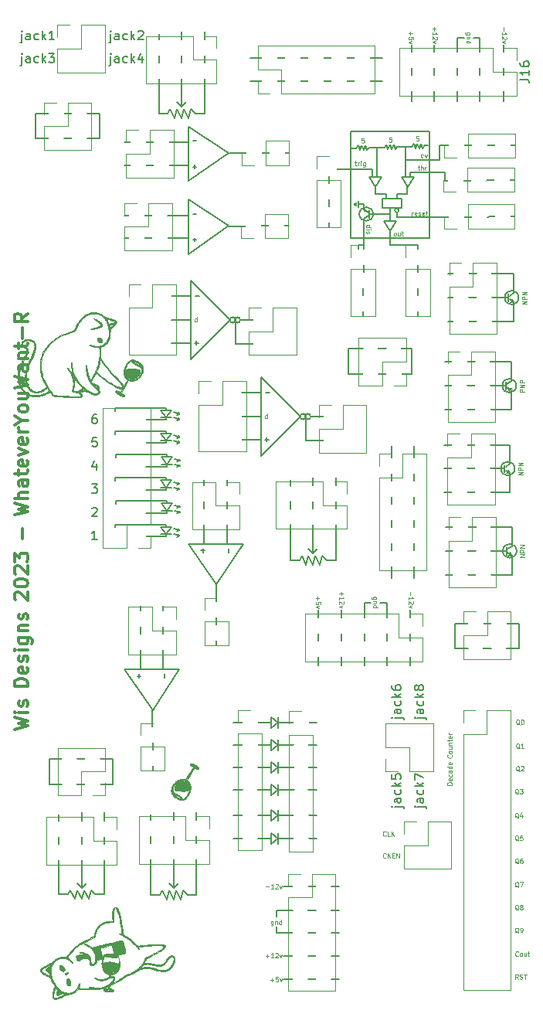
<source format=gbr>
%TF.GenerationSoftware,KiCad,Pcbnew,(7.0.0)*%
%TF.CreationDate,2023-03-28T06:18:24-07:00*%
%TF.ProjectId,wyw_r,7779775f-722e-46b6-9963-61645f706362,rev?*%
%TF.SameCoordinates,Original*%
%TF.FileFunction,Legend,Top*%
%TF.FilePolarity,Positive*%
%FSLAX46Y46*%
G04 Gerber Fmt 4.6, Leading zero omitted, Abs format (unit mm)*
G04 Created by KiCad (PCBNEW (7.0.0)) date 2023-03-28 06:18:24*
%MOMM*%
%LPD*%
G01*
G04 APERTURE LIST*
%ADD10C,0.150000*%
%ADD11C,0.047896*%
%ADD12C,0.125000*%
%ADD13C,0.300000*%
%ADD14C,0.120000*%
%ADD15R,1.700000X1.700000*%
%ADD16O,1.700000X1.700000*%
G04 APERTURE END LIST*
D10*
X49600000Y-119400000D02*
X49600000Y-120600000D01*
X48135000Y-76285000D02*
X48535000Y-76285000D01*
X75737500Y-88500000D02*
G75*
G03*
X75737500Y-88500000I-761577J0D01*
G01*
X57950000Y-50400000D02*
X57950000Y-50600000D01*
X74682500Y-70595000D02*
X75182500Y-70895000D01*
X28055000Y-126650000D02*
X27555000Y-125650000D01*
X41510000Y-31585000D02*
X41510000Y-40585000D01*
X44700000Y-112200000D02*
X48800000Y-112200000D01*
X64500000Y-47550000D02*
X63800000Y-48650000D01*
X48800000Y-120600000D02*
X49600000Y-120000000D01*
X59950000Y-44300000D02*
X60750000Y-44300000D01*
X75450000Y-60250000D02*
X75450000Y-59650000D01*
X31495000Y-114075000D02*
X24495000Y-114075000D01*
X54170000Y-90000000D02*
X53670000Y-89000000D01*
X40030000Y-58900000D02*
X44330000Y-63200000D01*
X74850000Y-60750000D02*
X74250000Y-60750000D01*
X54000000Y-94950000D02*
X54000000Y-101050000D01*
X35850000Y-105920944D02*
X38750000Y-101500000D01*
X53800000Y-107300000D02*
X49600000Y-107300000D01*
X62650000Y-44200000D02*
X63050000Y-44200000D01*
X62450000Y-44500000D02*
X62650000Y-44200000D01*
X31725000Y-86850000D02*
X31725000Y-85600000D01*
X64950000Y-55000000D02*
X64950000Y-56500000D01*
X34325000Y-84350000D02*
X37375000Y-84350000D01*
X38775000Y-81150000D02*
X38475000Y-81250000D01*
X58950000Y-51100000D02*
X59150000Y-51100000D01*
X75025000Y-79980000D02*
X74775000Y-79630000D01*
X38175000Y-86050000D02*
X38775000Y-86250000D01*
X37325000Y-76450000D02*
X37925000Y-75650000D01*
X37375000Y-83050000D02*
X31775000Y-83050000D01*
X31775000Y-79200000D02*
X31775000Y-77950000D01*
X48800000Y-118100000D02*
X49600000Y-117500000D01*
X37325000Y-80500000D02*
X31725000Y-80500000D01*
X49600000Y-109800000D02*
X48800000Y-109200000D01*
X71700000Y-32300000D02*
X71700000Y-39200000D01*
X49400000Y-127890000D02*
X56300000Y-127890000D01*
X40510000Y-40585000D02*
X40010000Y-40085000D01*
X75975000Y-99205000D02*
X68975000Y-99205000D01*
X36645000Y-126165000D02*
X35645000Y-126165000D01*
X62650000Y-49400000D02*
X63750000Y-49400000D01*
X67250000Y-45700000D02*
X67250000Y-44100000D01*
X69200000Y-44100000D02*
X75560000Y-44100000D01*
X69800000Y-51923606D02*
X62600000Y-51923606D01*
X49600000Y-114100000D02*
X49600000Y-115300000D01*
X53193113Y-76385000D02*
X54676886Y-76385000D01*
D11*
G36*
X31179121Y-133516061D02*
G01*
X31294465Y-133524322D01*
X31406808Y-133537993D01*
X31514469Y-133556736D01*
X31615763Y-133580209D01*
X31709010Y-133608073D01*
X31792527Y-133639990D01*
X31864631Y-133675617D01*
X31923641Y-133714617D01*
X31947710Y-133735275D01*
X31967874Y-133756649D01*
X31983923Y-133778695D01*
X31995647Y-133801373D01*
X32002836Y-133824638D01*
X32005279Y-133848449D01*
X32003512Y-133902100D01*
X31998297Y-133954633D01*
X31989762Y-134005964D01*
X31978036Y-134056007D01*
X31963247Y-134104679D01*
X31945524Y-134151895D01*
X31924993Y-134197570D01*
X31901786Y-134241621D01*
X31876028Y-134283963D01*
X31847849Y-134324511D01*
X31817378Y-134363181D01*
X31784742Y-134399888D01*
X31750070Y-134434549D01*
X31713490Y-134467077D01*
X31675130Y-134497391D01*
X31635120Y-134525404D01*
X31593587Y-134551032D01*
X31550659Y-134574191D01*
X31506466Y-134594796D01*
X31461135Y-134612764D01*
X31414795Y-134628009D01*
X31367573Y-134640447D01*
X31319600Y-134649994D01*
X31271002Y-134656565D01*
X31221908Y-134660075D01*
X31172447Y-134660441D01*
X31122747Y-134657579D01*
X31072936Y-134651402D01*
X31023143Y-134641828D01*
X30973495Y-134628771D01*
X30924122Y-134612148D01*
X30875152Y-134591873D01*
X30836173Y-134572292D01*
X30798638Y-134549736D01*
X30762601Y-134524423D01*
X30728118Y-134496571D01*
X30695243Y-134466396D01*
X30664031Y-134434116D01*
X30634538Y-134399949D01*
X30606817Y-134364110D01*
X30580925Y-134326819D01*
X30556916Y-134288291D01*
X30534844Y-134248745D01*
X30514766Y-134208398D01*
X30496735Y-134167466D01*
X30480807Y-134126168D01*
X30467036Y-134084720D01*
X30455478Y-134043340D01*
X30446188Y-134002246D01*
X30439220Y-133961653D01*
X30434629Y-133921781D01*
X30432470Y-133882846D01*
X30432799Y-133845065D01*
X30435669Y-133808655D01*
X30441137Y-133773835D01*
X30449256Y-133740821D01*
X30460082Y-133709830D01*
X30473670Y-133681080D01*
X30490075Y-133654789D01*
X30509352Y-133631173D01*
X30531554Y-133610450D01*
X30556739Y-133592837D01*
X30584960Y-133578551D01*
X30616272Y-133567810D01*
X30721385Y-133543920D01*
X30831908Y-133527141D01*
X30946161Y-133517131D01*
X31062459Y-133513551D01*
X31179121Y-133516061D01*
G37*
X31179121Y-133516061D02*
X31294465Y-133524322D01*
X31406808Y-133537993D01*
X31514469Y-133556736D01*
X31615763Y-133580209D01*
X31709010Y-133608073D01*
X31792527Y-133639990D01*
X31864631Y-133675617D01*
X31923641Y-133714617D01*
X31947710Y-133735275D01*
X31967874Y-133756649D01*
X31983923Y-133778695D01*
X31995647Y-133801373D01*
X32002836Y-133824638D01*
X32005279Y-133848449D01*
X32003512Y-133902100D01*
X31998297Y-133954633D01*
X31989762Y-134005964D01*
X31978036Y-134056007D01*
X31963247Y-134104679D01*
X31945524Y-134151895D01*
X31924993Y-134197570D01*
X31901786Y-134241621D01*
X31876028Y-134283963D01*
X31847849Y-134324511D01*
X31817378Y-134363181D01*
X31784742Y-134399888D01*
X31750070Y-134434549D01*
X31713490Y-134467077D01*
X31675130Y-134497391D01*
X31635120Y-134525404D01*
X31593587Y-134551032D01*
X31550659Y-134574191D01*
X31506466Y-134594796D01*
X31461135Y-134612764D01*
X31414795Y-134628009D01*
X31367573Y-134640447D01*
X31319600Y-134649994D01*
X31271002Y-134656565D01*
X31221908Y-134660075D01*
X31172447Y-134660441D01*
X31122747Y-134657579D01*
X31072936Y-134651402D01*
X31023143Y-134641828D01*
X30973495Y-134628771D01*
X30924122Y-134612148D01*
X30875152Y-134591873D01*
X30836173Y-134572292D01*
X30798638Y-134549736D01*
X30762601Y-134524423D01*
X30728118Y-134496571D01*
X30695243Y-134466396D01*
X30664031Y-134434116D01*
X30634538Y-134399949D01*
X30606817Y-134364110D01*
X30580925Y-134326819D01*
X30556916Y-134288291D01*
X30534844Y-134248745D01*
X30514766Y-134208398D01*
X30496735Y-134167466D01*
X30480807Y-134126168D01*
X30467036Y-134084720D01*
X30455478Y-134043340D01*
X30446188Y-134002246D01*
X30439220Y-133961653D01*
X30434629Y-133921781D01*
X30432470Y-133882846D01*
X30432799Y-133845065D01*
X30435669Y-133808655D01*
X30441137Y-133773835D01*
X30449256Y-133740821D01*
X30460082Y-133709830D01*
X30473670Y-133681080D01*
X30490075Y-133654789D01*
X30509352Y-133631173D01*
X30531554Y-133610450D01*
X30556739Y-133592837D01*
X30584960Y-133578551D01*
X30616272Y-133567810D01*
X30721385Y-133543920D01*
X30831908Y-133527141D01*
X30946161Y-133517131D01*
X31062459Y-133513551D01*
X31179121Y-133516061D01*
D10*
X39510000Y-39335000D02*
X39010000Y-39835000D01*
X75950000Y-60750000D02*
G75*
G03*
X75950000Y-60750000I-761577J0D01*
G01*
X61850000Y-44000000D02*
X62050000Y-44500000D01*
X34275000Y-86900000D02*
X37325000Y-86900000D01*
D11*
G36*
X29565631Y-63104525D02*
G01*
X29672100Y-63150127D01*
X29772144Y-63200539D01*
X29865187Y-63254954D01*
X29950657Y-63312571D01*
X30027978Y-63372583D01*
X30096578Y-63434186D01*
X30155882Y-63496577D01*
X30181869Y-63527816D01*
X30205317Y-63558951D01*
X30226154Y-63589880D01*
X30244308Y-63620503D01*
X30259708Y-63650720D01*
X30272282Y-63680430D01*
X30281959Y-63709532D01*
X30288665Y-63737926D01*
X30292330Y-63765511D01*
X30292883Y-63792188D01*
X30290250Y-63817854D01*
X30284361Y-63842411D01*
X30275144Y-63865756D01*
X30262527Y-63887790D01*
X30246438Y-63908413D01*
X30226805Y-63927522D01*
X30203558Y-63945019D01*
X30176623Y-63960803D01*
X30126171Y-63983724D01*
X30061591Y-64008089D01*
X29985282Y-64033380D01*
X29899642Y-64059080D01*
X29709965Y-64109636D01*
X29511748Y-64155617D01*
X29324178Y-64192883D01*
X29166443Y-64217293D01*
X29104760Y-64223383D01*
X29057731Y-64224707D01*
X29027755Y-64220747D01*
X29019911Y-64216624D01*
X29017230Y-64210986D01*
X29017199Y-64210955D01*
X29017917Y-64209491D01*
X29020045Y-64207602D01*
X29028396Y-64202599D01*
X29041969Y-64196047D01*
X29060485Y-64188046D01*
X29111218Y-64168097D01*
X29178343Y-64143553D01*
X29259613Y-64115218D01*
X29352776Y-64083891D01*
X29455582Y-64050377D01*
X29565783Y-64015475D01*
X29693490Y-63975012D01*
X29804118Y-63937947D01*
X29897640Y-63903185D01*
X29937978Y-63886326D01*
X29974028Y-63869632D01*
X30005788Y-63852966D01*
X30033255Y-63836192D01*
X30056423Y-63819173D01*
X30075291Y-63801772D01*
X30089855Y-63783852D01*
X30100110Y-63765276D01*
X30106054Y-63745908D01*
X30107684Y-63725611D01*
X30104995Y-63704248D01*
X30097984Y-63681682D01*
X30086648Y-63657776D01*
X30070983Y-63632393D01*
X30050985Y-63605397D01*
X30026652Y-63576651D01*
X29997980Y-63546018D01*
X29964965Y-63513361D01*
X29885892Y-63441428D01*
X29789406Y-63359758D01*
X29675480Y-63267257D01*
X29544085Y-63162829D01*
X29376452Y-63030322D01*
X29565631Y-63104525D01*
G37*
X29565631Y-63104525D02*
X29672100Y-63150127D01*
X29772144Y-63200539D01*
X29865187Y-63254954D01*
X29950657Y-63312571D01*
X30027978Y-63372583D01*
X30096578Y-63434186D01*
X30155882Y-63496577D01*
X30181869Y-63527816D01*
X30205317Y-63558951D01*
X30226154Y-63589880D01*
X30244308Y-63620503D01*
X30259708Y-63650720D01*
X30272282Y-63680430D01*
X30281959Y-63709532D01*
X30288665Y-63737926D01*
X30292330Y-63765511D01*
X30292883Y-63792188D01*
X30290250Y-63817854D01*
X30284361Y-63842411D01*
X30275144Y-63865756D01*
X30262527Y-63887790D01*
X30246438Y-63908413D01*
X30226805Y-63927522D01*
X30203558Y-63945019D01*
X30176623Y-63960803D01*
X30126171Y-63983724D01*
X30061591Y-64008089D01*
X29985282Y-64033380D01*
X29899642Y-64059080D01*
X29709965Y-64109636D01*
X29511748Y-64155617D01*
X29324178Y-64192883D01*
X29166443Y-64217293D01*
X29104760Y-64223383D01*
X29057731Y-64224707D01*
X29027755Y-64220747D01*
X29019911Y-64216624D01*
X29017230Y-64210986D01*
X29017199Y-64210955D01*
X29017917Y-64209491D01*
X29020045Y-64207602D01*
X29028396Y-64202599D01*
X29041969Y-64196047D01*
X29060485Y-64188046D01*
X29111218Y-64168097D01*
X29178343Y-64143553D01*
X29259613Y-64115218D01*
X29352776Y-64083891D01*
X29455582Y-64050377D01*
X29565783Y-64015475D01*
X29693490Y-63975012D01*
X29804118Y-63937947D01*
X29897640Y-63903185D01*
X29937978Y-63886326D01*
X29974028Y-63869632D01*
X30005788Y-63852966D01*
X30033255Y-63836192D01*
X30056423Y-63819173D01*
X30075291Y-63801772D01*
X30089855Y-63783852D01*
X30100110Y-63765276D01*
X30106054Y-63745908D01*
X30107684Y-63725611D01*
X30104995Y-63704248D01*
X30097984Y-63681682D01*
X30086648Y-63657776D01*
X30070983Y-63632393D01*
X30050985Y-63605397D01*
X30026652Y-63576651D01*
X29997980Y-63546018D01*
X29964965Y-63513361D01*
X29885892Y-63441428D01*
X29789406Y-63359758D01*
X29675480Y-63267257D01*
X29544085Y-63162829D01*
X29376452Y-63030322D01*
X29565631Y-63104525D01*
D10*
X58350000Y-50200000D02*
X58350000Y-50800000D01*
X27305000Y-126650000D02*
X26805000Y-125650000D01*
X28055000Y-125400000D02*
X28055000Y-117150000D01*
X37325000Y-73100000D02*
X37325000Y-72850000D01*
X75025000Y-76880000D02*
X75025000Y-78380000D01*
X59450000Y-51400000D02*
X58950000Y-51100000D01*
X37325000Y-85600000D02*
X31725000Y-85600000D01*
X27555000Y-124900000D02*
X28055000Y-125400000D01*
X37645000Y-125665000D02*
X37395000Y-126665000D01*
X53800000Y-112200000D02*
X49600000Y-112200000D01*
X40250000Y-54400000D02*
X40650000Y-54400000D01*
X62823607Y-51200000D02*
G75*
G03*
X62823607Y-51200000I-223607J0D01*
G01*
X38175000Y-86650000D02*
X38775000Y-86850000D01*
X46500000Y-37000000D02*
X61000000Y-37000000D01*
X49400000Y-130340000D02*
X49400000Y-129640000D01*
X36775000Y-78200000D02*
X37375000Y-79000000D01*
X49600000Y-116900000D02*
X49600000Y-118100000D01*
X37975000Y-78200000D02*
X36775000Y-78200000D01*
X38225000Y-83500000D02*
X38825000Y-83700000D01*
X37325000Y-81800000D02*
X37325000Y-81550000D01*
X75525000Y-79480000D02*
G75*
G03*
X75525000Y-79480000I-761577J0D01*
G01*
X29055000Y-125650000D02*
X28805000Y-126650000D01*
X53800000Y-114700000D02*
X49600000Y-114700000D01*
X38775000Y-76050000D02*
X38475000Y-76150000D01*
X61850000Y-53500000D02*
X61850000Y-55000000D01*
X64450000Y-43900000D02*
X64650000Y-44400000D01*
X36510000Y-40585000D02*
X36510000Y-31835000D01*
X44700000Y-117500000D02*
X48800000Y-117500000D01*
X41150000Y-88450000D02*
X41550000Y-88450000D01*
X63100000Y-47550000D02*
X64500000Y-47550000D01*
X48800000Y-112800000D02*
X49600000Y-112200000D01*
X46500000Y-34500000D02*
X61000000Y-34500000D01*
X38825000Y-78600000D02*
X38525000Y-78700000D01*
X38645000Y-124915000D02*
X38145000Y-125415000D01*
X37859057Y-60600000D02*
X40000943Y-60600000D01*
X75182500Y-71545000D02*
X75182500Y-72995000D01*
X37325000Y-74150000D02*
X37325000Y-73900000D01*
X50200000Y-135390000D02*
X56300000Y-135390000D01*
X75237500Y-89000000D02*
X74987500Y-88650000D01*
X69250000Y-32300000D02*
X69250000Y-39200000D01*
X74832500Y-70695000D02*
X75270923Y-70695000D01*
X75237500Y-88000000D02*
X75237500Y-87400000D01*
X48800000Y-111600000D02*
X48800000Y-112800000D01*
X75682500Y-70395000D02*
G75*
G03*
X75682500Y-70395000I-761577J0D01*
G01*
X62550000Y-52400000D02*
X61850000Y-53500000D01*
X36775000Y-83300000D02*
X37375000Y-84100000D01*
X75025000Y-79980000D02*
X75025000Y-80580000D01*
X37925000Y-86650000D02*
X36725000Y-86650000D01*
X52170000Y-89000000D02*
X51920000Y-89500000D01*
X49600000Y-106700000D02*
X49600000Y-107900000D01*
X45446228Y-63200000D02*
G75*
G03*
X45446228Y-63200000I-316228J0D01*
G01*
X44216887Y-52930000D02*
X50790944Y-52900000D01*
X63750000Y-44200000D02*
X64250000Y-44200000D01*
X45564057Y-76285000D02*
X47705943Y-76285000D01*
X64850000Y-43900000D02*
X65050000Y-44400000D01*
X37000000Y-94500000D02*
X37000000Y-101500000D01*
X59950000Y-47500000D02*
X59950000Y-46700000D01*
X38775000Y-74100000D02*
X38475000Y-74200000D01*
X49600000Y-112200000D02*
X48800000Y-111600000D01*
X71000000Y-32300000D02*
X71700000Y-32300000D01*
X34275000Y-81800000D02*
X37325000Y-81800000D01*
X38825000Y-79200000D02*
X38725000Y-79000000D01*
X60250000Y-48650000D02*
X59550000Y-47550000D01*
X50200000Y-132890000D02*
X56300000Y-132890000D01*
D11*
G36*
X26481715Y-134688756D02*
G01*
X26490467Y-134689268D01*
X26498206Y-134690292D01*
X26504933Y-134691832D01*
X26510653Y-134693895D01*
X26515367Y-134696486D01*
X26519080Y-134699610D01*
X26521793Y-134703273D01*
X26523511Y-134707481D01*
X26524236Y-134712239D01*
X26523971Y-134717553D01*
X26522719Y-134723428D01*
X26520483Y-134729869D01*
X26517267Y-134736883D01*
X26513072Y-134744475D01*
X26507903Y-134752650D01*
X26494653Y-134770773D01*
X26477541Y-134791296D01*
X26456589Y-134814264D01*
X26431824Y-134839721D01*
X26416307Y-134854891D01*
X26401606Y-134868534D01*
X26387684Y-134880662D01*
X26374506Y-134891292D01*
X26362035Y-134900437D01*
X26350235Y-134908111D01*
X26339071Y-134914329D01*
X26328506Y-134919105D01*
X26323438Y-134920957D01*
X26318505Y-134922453D01*
X26313705Y-134923597D01*
X26309032Y-134924388D01*
X26304482Y-134924830D01*
X26300051Y-134924924D01*
X26295733Y-134924672D01*
X26291525Y-134924076D01*
X26287422Y-134923136D01*
X26283419Y-134921856D01*
X26279512Y-134920237D01*
X26275697Y-134918281D01*
X26271969Y-134915989D01*
X26268323Y-134913364D01*
X26264755Y-134910407D01*
X26261261Y-134907119D01*
X26261322Y-134907058D01*
X26253118Y-134898525D01*
X26245661Y-134890087D01*
X26238948Y-134881748D01*
X26232976Y-134873514D01*
X26227743Y-134865390D01*
X26223246Y-134857382D01*
X26219484Y-134849493D01*
X26216452Y-134841730D01*
X26214151Y-134834097D01*
X26212575Y-134826599D01*
X26211724Y-134819242D01*
X26211595Y-134812031D01*
X26212185Y-134804970D01*
X26213492Y-134798065D01*
X26215513Y-134791322D01*
X26218246Y-134784744D01*
X26221689Y-134778337D01*
X26225839Y-134772107D01*
X26230694Y-134766058D01*
X26236250Y-134760195D01*
X26242507Y-134754524D01*
X26249461Y-134749049D01*
X26257109Y-134743776D01*
X26265450Y-134738710D01*
X26274481Y-134733856D01*
X26284200Y-134729219D01*
X26294603Y-134724803D01*
X26305690Y-134720615D01*
X26317456Y-134716660D01*
X26329900Y-134712941D01*
X26343019Y-134709466D01*
X26356811Y-134706237D01*
X26391800Y-134699020D01*
X26422636Y-134693669D01*
X26449343Y-134690231D01*
X26471945Y-134688749D01*
X26481715Y-134688756D01*
G37*
X26481715Y-134688756D02*
X26490467Y-134689268D01*
X26498206Y-134690292D01*
X26504933Y-134691832D01*
X26510653Y-134693895D01*
X26515367Y-134696486D01*
X26519080Y-134699610D01*
X26521793Y-134703273D01*
X26523511Y-134707481D01*
X26524236Y-134712239D01*
X26523971Y-134717553D01*
X26522719Y-134723428D01*
X26520483Y-134729869D01*
X26517267Y-134736883D01*
X26513072Y-134744475D01*
X26507903Y-134752650D01*
X26494653Y-134770773D01*
X26477541Y-134791296D01*
X26456589Y-134814264D01*
X26431824Y-134839721D01*
X26416307Y-134854891D01*
X26401606Y-134868534D01*
X26387684Y-134880662D01*
X26374506Y-134891292D01*
X26362035Y-134900437D01*
X26350235Y-134908111D01*
X26339071Y-134914329D01*
X26328506Y-134919105D01*
X26323438Y-134920957D01*
X26318505Y-134922453D01*
X26313705Y-134923597D01*
X26309032Y-134924388D01*
X26304482Y-134924830D01*
X26300051Y-134924924D01*
X26295733Y-134924672D01*
X26291525Y-134924076D01*
X26287422Y-134923136D01*
X26283419Y-134921856D01*
X26279512Y-134920237D01*
X26275697Y-134918281D01*
X26271969Y-134915989D01*
X26268323Y-134913364D01*
X26264755Y-134910407D01*
X26261261Y-134907119D01*
X26261322Y-134907058D01*
X26253118Y-134898525D01*
X26245661Y-134890087D01*
X26238948Y-134881748D01*
X26232976Y-134873514D01*
X26227743Y-134865390D01*
X26223246Y-134857382D01*
X26219484Y-134849493D01*
X26216452Y-134841730D01*
X26214151Y-134834097D01*
X26212575Y-134826599D01*
X26211724Y-134819242D01*
X26211595Y-134812031D01*
X26212185Y-134804970D01*
X26213492Y-134798065D01*
X26215513Y-134791322D01*
X26218246Y-134784744D01*
X26221689Y-134778337D01*
X26225839Y-134772107D01*
X26230694Y-134766058D01*
X26236250Y-134760195D01*
X26242507Y-134754524D01*
X26249461Y-134749049D01*
X26257109Y-134743776D01*
X26265450Y-134738710D01*
X26274481Y-134733856D01*
X26284200Y-134729219D01*
X26294603Y-134724803D01*
X26305690Y-134720615D01*
X26317456Y-134716660D01*
X26329900Y-134712941D01*
X26343019Y-134709466D01*
X26356811Y-134706237D01*
X26391800Y-134699020D01*
X26422636Y-134693669D01*
X26449343Y-134690231D01*
X26471945Y-134688749D01*
X26481715Y-134688756D01*
D10*
X34275000Y-76700000D02*
X37325000Y-76700000D01*
X28555000Y-124900000D02*
X28055000Y-125400000D01*
X31725000Y-76650000D02*
X31725000Y-75400000D01*
X56500000Y-94950000D02*
X56500000Y-101050000D01*
X69250000Y-32300000D02*
X69950000Y-32300000D01*
X75182500Y-70895000D02*
X75182500Y-71495000D01*
X60800000Y-94150000D02*
X61500000Y-94150000D01*
X38775000Y-81750000D02*
X38675000Y-81550000D01*
X74582500Y-70795000D02*
X74582500Y-69995000D01*
X37325000Y-73900000D02*
X37925000Y-73100000D01*
X68975000Y-96455000D02*
X75975000Y-96455000D01*
X67750000Y-79480000D02*
X73825000Y-79480000D01*
X41500000Y-80750000D02*
X41500000Y-87750000D01*
X39750000Y-56000000D02*
X44170944Y-52900000D01*
X64100000Y-94950000D02*
X64100000Y-101050000D01*
X42850000Y-92170944D02*
X45750000Y-87750000D01*
X58950000Y-55000000D02*
X58900000Y-62735000D01*
X38825000Y-83700000D02*
X38725000Y-83500000D01*
X39750000Y-50000000D02*
X39750000Y-56000000D01*
X38175000Y-73300000D02*
X38775000Y-73500000D01*
X39260000Y-40085000D02*
X39010000Y-41085000D01*
X41350000Y-88250000D02*
X41350000Y-88650000D01*
X75237500Y-85900000D02*
X75237500Y-87400000D01*
X45535000Y-73785000D02*
X47676886Y-73785000D01*
X61150000Y-52400000D02*
X62550000Y-52400000D01*
X67850000Y-47000000D02*
X67850000Y-47950000D01*
X39750000Y-87750000D02*
X42850000Y-92170944D01*
X50920000Y-89500000D02*
X50920000Y-80750000D01*
X39010000Y-39835000D02*
X39010000Y-31585000D01*
X36725000Y-73100000D02*
X37325000Y-73900000D01*
X61500000Y-94150000D02*
X61500000Y-101050000D01*
X74425000Y-79880000D02*
X74425000Y-79080000D01*
X44930000Y-65800000D02*
X45488113Y-65800000D01*
X44700000Y-114700000D02*
X48800000Y-114700000D01*
X35645000Y-126165000D02*
X35645000Y-117415000D01*
D11*
G36*
X23533805Y-134497380D02*
G01*
X23663034Y-134497380D01*
X23667291Y-134521891D01*
X23676153Y-134546288D01*
X23689612Y-134570670D01*
X23707655Y-134595137D01*
X23730273Y-134619788D01*
X23757455Y-134644724D01*
X23789189Y-134670042D01*
X23825466Y-134695843D01*
X23866274Y-134722227D01*
X23961443Y-134777140D01*
X24074609Y-134835575D01*
X24205689Y-134898330D01*
X24310924Y-134946514D01*
X24354358Y-134965526D01*
X24392092Y-134981167D01*
X24424442Y-134993451D01*
X24451724Y-135002389D01*
X24474257Y-135007995D01*
X24492355Y-135010280D01*
X24499841Y-135010182D01*
X24506337Y-135009258D01*
X24511883Y-135007510D01*
X24516518Y-135004940D01*
X24520283Y-135001550D01*
X24523216Y-134997340D01*
X24525358Y-134992313D01*
X24526747Y-134986470D01*
X24527423Y-134979812D01*
X24527427Y-134972342D01*
X24525574Y-134954969D01*
X24521504Y-134934363D01*
X24515534Y-134910537D01*
X24515625Y-134910553D01*
X24509804Y-134887717D01*
X24504348Y-134864133D01*
X24499376Y-134840481D01*
X24495010Y-134817438D01*
X24491371Y-134795683D01*
X24488580Y-134775895D01*
X24486757Y-134758752D01*
X24486023Y-134744934D01*
X24485707Y-134741805D01*
X24484838Y-134738388D01*
X24483428Y-134734696D01*
X24481493Y-134730740D01*
X24479045Y-134726532D01*
X24476099Y-134722084D01*
X24472668Y-134717407D01*
X24468766Y-134712513D01*
X24459606Y-134702123D01*
X24448729Y-134691008D01*
X24436244Y-134679262D01*
X24422264Y-134666980D01*
X24406899Y-134654257D01*
X24390258Y-134641186D01*
X24372453Y-134627863D01*
X24353595Y-134614381D01*
X24333793Y-134600835D01*
X24313159Y-134587320D01*
X24291804Y-134573930D01*
X24269836Y-134560760D01*
X24218311Y-134530471D01*
X24196970Y-134517561D01*
X24654856Y-134517561D01*
X24657357Y-134678369D01*
X24672725Y-134840750D01*
X24700335Y-135003732D01*
X24739561Y-135166341D01*
X24789778Y-135327605D01*
X24850361Y-135486549D01*
X24920686Y-135642201D01*
X25000127Y-135793588D01*
X25088058Y-135939735D01*
X25183856Y-136079670D01*
X25286895Y-136212420D01*
X25396550Y-136337011D01*
X25512195Y-136452470D01*
X25633207Y-136557824D01*
X25758959Y-136652100D01*
X25888827Y-136734323D01*
X26022185Y-136803522D01*
X26158409Y-136858723D01*
X26296874Y-136898952D01*
X26436954Y-136923236D01*
X26578024Y-136930603D01*
X26719460Y-136920078D01*
X26860636Y-136890688D01*
X27000928Y-136841461D01*
X27139709Y-136771423D01*
X27140289Y-136771164D01*
X27188130Y-136741860D01*
X27233544Y-136711385D01*
X27276658Y-136679578D01*
X27317594Y-136646278D01*
X27356479Y-136611327D01*
X27393436Y-136574563D01*
X27428590Y-136535827D01*
X27462066Y-136494958D01*
X27493989Y-136451798D01*
X27524483Y-136406185D01*
X27553672Y-136357960D01*
X27581682Y-136306963D01*
X27608637Y-136253034D01*
X27634661Y-136196012D01*
X27659880Y-136135738D01*
X27684417Y-136072052D01*
X27694739Y-136045040D01*
X27704890Y-136020130D01*
X27714844Y-135997302D01*
X27724573Y-135976537D01*
X27734050Y-135957814D01*
X27743248Y-135941114D01*
X27752138Y-135926416D01*
X27760693Y-135913700D01*
X27768886Y-135902947D01*
X27776689Y-135894138D01*
X27784075Y-135887251D01*
X27791016Y-135882267D01*
X27797486Y-135879166D01*
X27803455Y-135877928D01*
X27808897Y-135878533D01*
X27813785Y-135880962D01*
X27818091Y-135885194D01*
X27821787Y-135891210D01*
X27824846Y-135898989D01*
X27827240Y-135908512D01*
X27828942Y-135919759D01*
X27829925Y-135932710D01*
X27830160Y-135947344D01*
X27829621Y-135963643D01*
X27828280Y-135981586D01*
X27826110Y-136001153D01*
X27823083Y-136022325D01*
X27819171Y-136045080D01*
X27814347Y-136069401D01*
X27808583Y-136095266D01*
X27794128Y-136151550D01*
X27774268Y-136225815D01*
X27757972Y-136292030D01*
X27751689Y-136319863D01*
X27746930Y-136342978D01*
X27743906Y-136360472D01*
X27742828Y-136371444D01*
X27746337Y-136376067D01*
X27756633Y-136380355D01*
X27795806Y-136387937D01*
X27856776Y-136394211D01*
X27935973Y-136399194D01*
X28134766Y-136405369D01*
X28363624Y-136406618D01*
X28593984Y-136403095D01*
X28797284Y-136394955D01*
X28879860Y-136389203D01*
X28944961Y-136382355D01*
X28989015Y-136374430D01*
X29002034Y-136370070D01*
X29008453Y-136365448D01*
X29009658Y-136363240D01*
X29010576Y-136360989D01*
X29011211Y-136358699D01*
X29011570Y-136356374D01*
X29011656Y-136354019D01*
X29011475Y-136351638D01*
X29011032Y-136349237D01*
X29010332Y-136346818D01*
X29009380Y-136344388D01*
X29008181Y-136341950D01*
X29006740Y-136339509D01*
X29005063Y-136337069D01*
X29003153Y-136334634D01*
X29001018Y-136332211D01*
X28998660Y-136329801D01*
X28996086Y-136327411D01*
X28993300Y-136325045D01*
X28990308Y-136322707D01*
X28987114Y-136320401D01*
X28983724Y-136318133D01*
X28980143Y-136315906D01*
X28976375Y-136313725D01*
X28972426Y-136311595D01*
X28968301Y-136309520D01*
X28964005Y-136307505D01*
X28959543Y-136305553D01*
X28954920Y-136303670D01*
X28950141Y-136301861D01*
X28945210Y-136300128D01*
X28940134Y-136298478D01*
X28934918Y-136296913D01*
X28929565Y-136295440D01*
X28887659Y-136283813D01*
X28856474Y-136273750D01*
X28844738Y-136269306D01*
X28835486Y-136265252D01*
X28828651Y-136261589D01*
X28824169Y-136258315D01*
X28821974Y-136255432D01*
X28821713Y-136254137D01*
X28821999Y-136252939D01*
X28824181Y-136250835D01*
X28828452Y-136249120D01*
X28834747Y-136247794D01*
X28843001Y-136246857D01*
X28865123Y-136246149D01*
X28894293Y-136246992D01*
X28929986Y-136249387D01*
X28971677Y-136253329D01*
X29018842Y-136258818D01*
X29070955Y-136265852D01*
X29127492Y-136274429D01*
X29187929Y-136284547D01*
X29251739Y-136296203D01*
X29401775Y-136321890D01*
X29546196Y-136340534D01*
X29685356Y-136352045D01*
X29819606Y-136356335D01*
X29949303Y-136353315D01*
X30074798Y-136342897D01*
X30196445Y-136324991D01*
X30314598Y-136299511D01*
X30429610Y-136266365D01*
X30541835Y-136225467D01*
X30651627Y-136176727D01*
X30759338Y-136120057D01*
X30865323Y-136055368D01*
X30969934Y-135982572D01*
X31073526Y-135901579D01*
X31176452Y-135812301D01*
X31226012Y-135766127D01*
X31271683Y-135721391D01*
X31313492Y-135678154D01*
X31351468Y-135636478D01*
X31385637Y-135596422D01*
X31416027Y-135558047D01*
X31442664Y-135521415D01*
X31465577Y-135486586D01*
X31484791Y-135453621D01*
X31500335Y-135422580D01*
X31512236Y-135393524D01*
X31520520Y-135366514D01*
X31525216Y-135341610D01*
X31526350Y-135318874D01*
X31523950Y-135298366D01*
X31518043Y-135280147D01*
X31508656Y-135264277D01*
X31495816Y-135250818D01*
X31479550Y-135239830D01*
X31459887Y-135231373D01*
X31436852Y-135225509D01*
X31410474Y-135222298D01*
X31380780Y-135221800D01*
X31347796Y-135224078D01*
X31311550Y-135229191D01*
X31272069Y-135237199D01*
X31229381Y-135248165D01*
X31183513Y-135262148D01*
X31134491Y-135279210D01*
X31082344Y-135299411D01*
X31027098Y-135322811D01*
X30968780Y-135349472D01*
X30857967Y-135399528D01*
X30750860Y-135443061D01*
X30647337Y-135480074D01*
X30547272Y-135510567D01*
X30450544Y-135534543D01*
X30357029Y-135552003D01*
X30266604Y-135562948D01*
X30179145Y-135567380D01*
X30094530Y-135565302D01*
X30012634Y-135556714D01*
X29933335Y-135541617D01*
X29856509Y-135520015D01*
X29782033Y-135491908D01*
X29709784Y-135457298D01*
X29639638Y-135416187D01*
X29571472Y-135368576D01*
X29535170Y-135340359D01*
X29504701Y-135315148D01*
X29479974Y-135293012D01*
X29469737Y-135283118D01*
X29460901Y-135274018D01*
X29453457Y-135265721D01*
X29447393Y-135258235D01*
X29442697Y-135251568D01*
X29439359Y-135245730D01*
X29437367Y-135240729D01*
X29436710Y-135236572D01*
X29437377Y-135233269D01*
X29439357Y-135230829D01*
X29442639Y-135229259D01*
X29447212Y-135228568D01*
X29453063Y-135228765D01*
X29460183Y-135229858D01*
X29468560Y-135231856D01*
X29478183Y-135234768D01*
X29489040Y-135238601D01*
X29501121Y-135243364D01*
X29528908Y-135255715D01*
X29561455Y-135271889D01*
X29598673Y-135291954D01*
X29640472Y-135315979D01*
X29667026Y-135331165D01*
X29693109Y-135344996D01*
X29718952Y-135357521D01*
X29744784Y-135368790D01*
X29770834Y-135378853D01*
X29797333Y-135387761D01*
X29824509Y-135395564D01*
X29852592Y-135402311D01*
X29881812Y-135408053D01*
X29912397Y-135412840D01*
X29944579Y-135416722D01*
X29978585Y-135419750D01*
X30014646Y-135421973D01*
X30052991Y-135423442D01*
X30093849Y-135424206D01*
X30137451Y-135424316D01*
X30197438Y-135422717D01*
X30257120Y-135418582D01*
X30374764Y-135403299D01*
X30488779Y-135379655D01*
X30597558Y-135348840D01*
X30699495Y-135312041D01*
X30792984Y-135270448D01*
X30876420Y-135225248D01*
X30948196Y-135177631D01*
X31006707Y-135128784D01*
X31030487Y-135104272D01*
X31050348Y-135079897D01*
X31066090Y-135055810D01*
X31077511Y-135032158D01*
X31084413Y-135009090D01*
X31086592Y-134986755D01*
X31083850Y-134965302D01*
X31075985Y-134944878D01*
X31062796Y-134925632D01*
X31044083Y-134907713D01*
X31019645Y-134891270D01*
X30989281Y-134876451D01*
X30952790Y-134863405D01*
X30909973Y-134852279D01*
X30873288Y-134842784D01*
X30837198Y-134830586D01*
X30801744Y-134815765D01*
X30766969Y-134798401D01*
X30732915Y-134778571D01*
X30699624Y-134756355D01*
X30667138Y-134731833D01*
X30635500Y-134705083D01*
X30604752Y-134676185D01*
X30574936Y-134645216D01*
X30546095Y-134612258D01*
X30518271Y-134577387D01*
X30491506Y-134540685D01*
X30465842Y-134502229D01*
X30441322Y-134462099D01*
X30417987Y-134420373D01*
X30395881Y-134377132D01*
X30375046Y-134332454D01*
X30355523Y-134286417D01*
X30337355Y-134239102D01*
X30320584Y-134190586D01*
X30305253Y-134140950D01*
X30291404Y-134090273D01*
X30279079Y-134038632D01*
X30268320Y-133986108D01*
X30259170Y-133932780D01*
X30251670Y-133878726D01*
X30245864Y-133824025D01*
X30241794Y-133768758D01*
X30239501Y-133713002D01*
X30239028Y-133656837D01*
X30239568Y-133634888D01*
X30340246Y-133634888D01*
X30342065Y-133723504D01*
X30349427Y-133810639D01*
X30362126Y-133895976D01*
X30379957Y-133979193D01*
X30402713Y-134059971D01*
X30430190Y-134137991D01*
X30462181Y-134212932D01*
X30498480Y-134284476D01*
X30538883Y-134352302D01*
X30583182Y-134416091D01*
X30631173Y-134475523D01*
X30682650Y-134530278D01*
X30737407Y-134580037D01*
X30795238Y-134624480D01*
X30855937Y-134663287D01*
X30919300Y-134696139D01*
X30985119Y-134722716D01*
X31053189Y-134742698D01*
X31123306Y-134755766D01*
X31195262Y-134761599D01*
X31268852Y-134759879D01*
X31343870Y-134750285D01*
X31420111Y-134732498D01*
X31497369Y-134706198D01*
X31575439Y-134671066D01*
X31575408Y-134671066D01*
X31620949Y-134643994D01*
X31665312Y-134609772D01*
X31708386Y-134568954D01*
X31750063Y-134522094D01*
X31790233Y-134469745D01*
X31828787Y-134412459D01*
X31900608Y-134285294D01*
X31964649Y-134145026D01*
X32020036Y-133996082D01*
X32065893Y-133842888D01*
X32101344Y-133689872D01*
X32125514Y-133541461D01*
X32137527Y-133402082D01*
X32136507Y-133276162D01*
X32130836Y-133219632D01*
X32121579Y-133168128D01*
X32108626Y-133122201D01*
X32091867Y-133082406D01*
X32071194Y-133049296D01*
X32046496Y-133023424D01*
X32017664Y-133005344D01*
X31984589Y-132995609D01*
X31947162Y-132994772D01*
X31905273Y-133003387D01*
X31869771Y-133011227D01*
X31822075Y-133017108D01*
X31763830Y-133021119D01*
X31696679Y-133023350D01*
X31542240Y-133022826D01*
X31371913Y-133016250D01*
X31198856Y-133004336D01*
X31036224Y-132987796D01*
X30962929Y-132978015D01*
X30897174Y-132967344D01*
X30840603Y-132955875D01*
X30794860Y-132943695D01*
X30566314Y-132871688D01*
X30500000Y-133000000D01*
X30457257Y-133090022D01*
X30421497Y-133180803D01*
X30392515Y-133272022D01*
X30370105Y-133363360D01*
X30354060Y-133454497D01*
X30344176Y-133545113D01*
X30340246Y-133634888D01*
X30239568Y-133634888D01*
X30240417Y-133600341D01*
X30245328Y-133471716D01*
X30247607Y-133373902D01*
X30247510Y-133335354D01*
X30246456Y-133303077D01*
X30244347Y-133276591D01*
X30241081Y-133255418D01*
X30236560Y-133239082D01*
X30230684Y-133227104D01*
X30227207Y-133222600D01*
X30223354Y-133219006D01*
X30219113Y-133216263D01*
X30214471Y-133214311D01*
X30203933Y-133212541D01*
X30191643Y-133213218D01*
X30177501Y-133215864D01*
X30161407Y-133220001D01*
X30138494Y-133225944D01*
X30110035Y-133232668D01*
X30077158Y-133239943D01*
X30040992Y-133247537D01*
X29963310Y-133262764D01*
X29924050Y-133269935D01*
X29886016Y-133276504D01*
X29864013Y-133280467D01*
X29843476Y-133284783D01*
X29824399Y-133289455D01*
X29806775Y-133294487D01*
X29790598Y-133299882D01*
X29775860Y-133305644D01*
X29762556Y-133311777D01*
X29750679Y-133318285D01*
X29740221Y-133325170D01*
X29731176Y-133332436D01*
X29723538Y-133340088D01*
X29717299Y-133348128D01*
X29712453Y-133356560D01*
X29708994Y-133365388D01*
X29706914Y-133374616D01*
X29706207Y-133384246D01*
X29705344Y-133404427D01*
X29702875Y-133425145D01*
X29698870Y-133446324D01*
X29693399Y-133467888D01*
X29686532Y-133489758D01*
X29678337Y-133511858D01*
X29658244Y-133556439D01*
X29633677Y-133601016D01*
X29605194Y-133644971D01*
X29573350Y-133687687D01*
X29538704Y-133728550D01*
X29501810Y-133766941D01*
X29463227Y-133802245D01*
X29423510Y-133833846D01*
X29383217Y-133861126D01*
X29363029Y-133872954D01*
X29342905Y-133883470D01*
X29322915Y-133892598D01*
X29303129Y-133900261D01*
X29283617Y-133906381D01*
X29264448Y-133910882D01*
X29245691Y-133913687D01*
X29227417Y-133914718D01*
X29205770Y-133914422D01*
X29184907Y-133913151D01*
X29164822Y-133910896D01*
X29145509Y-133907647D01*
X29126961Y-133903394D01*
X29109172Y-133898126D01*
X29092136Y-133891833D01*
X29075845Y-133884506D01*
X29060295Y-133876134D01*
X29045477Y-133866708D01*
X29031387Y-133856216D01*
X29018018Y-133844650D01*
X29005362Y-133831999D01*
X28993415Y-133818254D01*
X28982169Y-133803403D01*
X28971618Y-133787437D01*
X28961756Y-133770346D01*
X28952577Y-133752120D01*
X28944073Y-133732749D01*
X28936240Y-133712222D01*
X28929069Y-133690530D01*
X28922556Y-133667663D01*
X28916693Y-133643610D01*
X28911474Y-133618362D01*
X28906893Y-133591908D01*
X28902943Y-133564239D01*
X28899619Y-133535344D01*
X28896913Y-133505213D01*
X28894820Y-133473836D01*
X28893333Y-133441204D01*
X28892151Y-133372131D01*
X28889932Y-133344278D01*
X28883429Y-133318113D01*
X28872866Y-133293642D01*
X28858470Y-133270869D01*
X28840467Y-133249800D01*
X28819082Y-133230442D01*
X28794542Y-133212799D01*
X28767074Y-133196878D01*
X28736902Y-133182683D01*
X28704253Y-133170220D01*
X28669354Y-133159496D01*
X28632430Y-133150514D01*
X28593706Y-133143282D01*
X28553411Y-133137805D01*
X28511768Y-133134088D01*
X28469005Y-133132137D01*
X28425348Y-133131957D01*
X28381022Y-133133554D01*
X28336253Y-133136934D01*
X28291269Y-133142102D01*
X28246294Y-133149064D01*
X28201554Y-133157825D01*
X28157277Y-133168391D01*
X28113688Y-133180767D01*
X28071012Y-133194960D01*
X28029477Y-133210974D01*
X27989307Y-133228815D01*
X27950730Y-133248489D01*
X27913971Y-133270002D01*
X27879256Y-133293359D01*
X27846812Y-133318565D01*
X27816864Y-133345626D01*
X27806895Y-133354781D01*
X27796673Y-133363019D01*
X27786227Y-133370350D01*
X27775584Y-133376786D01*
X27764773Y-133382335D01*
X27753821Y-133387009D01*
X27742757Y-133390817D01*
X27731608Y-133393770D01*
X27720402Y-133395877D01*
X27709167Y-133397150D01*
X27697932Y-133397597D01*
X27686725Y-133397230D01*
X27675572Y-133396058D01*
X27664503Y-133394092D01*
X27653545Y-133391341D01*
X27642727Y-133387817D01*
X27632075Y-133383529D01*
X27621619Y-133378486D01*
X27611387Y-133372701D01*
X27601405Y-133366182D01*
X27591703Y-133358939D01*
X27582308Y-133350984D01*
X27573248Y-133342326D01*
X27564552Y-133332975D01*
X27556246Y-133322942D01*
X27548360Y-133312236D01*
X27540921Y-133300868D01*
X27533957Y-133288848D01*
X27527497Y-133276186D01*
X27521567Y-133262892D01*
X27516197Y-133248977D01*
X27511413Y-133234451D01*
X27491017Y-133165298D01*
X27473803Y-133102968D01*
X27459837Y-133047127D01*
X27449183Y-132997441D01*
X27441906Y-132953576D01*
X27438071Y-132915199D01*
X27437741Y-132881975D01*
X27438912Y-132867191D01*
X27440983Y-132853571D01*
X27443963Y-132841071D01*
X27447859Y-132829652D01*
X27452681Y-132819270D01*
X27458436Y-132809884D01*
X27465132Y-132801453D01*
X27472777Y-132793935D01*
X27481379Y-132787287D01*
X27490947Y-132781469D01*
X27501488Y-132776438D01*
X27513011Y-132772153D01*
X27539033Y-132765653D01*
X27569078Y-132761635D01*
X27603210Y-132759765D01*
X27686610Y-132756131D01*
X27765521Y-132749756D01*
X27839285Y-132740960D01*
X27907243Y-132730063D01*
X27968737Y-132717386D01*
X28023109Y-132703249D01*
X28069701Y-132687971D01*
X28107853Y-132671873D01*
X28136907Y-132655274D01*
X28147817Y-132646888D01*
X28156205Y-132638496D01*
X28161990Y-132630139D01*
X28165089Y-132621858D01*
X28165419Y-132613691D01*
X28162899Y-132605680D01*
X28157446Y-132597863D01*
X28148978Y-132590282D01*
X28137413Y-132582976D01*
X28122668Y-132575984D01*
X28083308Y-132563107D01*
X28030243Y-132551971D01*
X27977136Y-132542029D01*
X27931218Y-132531520D01*
X27892474Y-132520676D01*
X27860891Y-132509726D01*
X27847780Y-132504285D01*
X27836454Y-132498903D01*
X27826910Y-132493611D01*
X27819148Y-132488438D01*
X27813166Y-132483411D01*
X27808961Y-132478561D01*
X27806532Y-132473915D01*
X27805877Y-132469503D01*
X27806995Y-132465354D01*
X27809883Y-132461496D01*
X27814540Y-132457958D01*
X27820965Y-132454770D01*
X27829154Y-132451960D01*
X27839107Y-132449557D01*
X27850822Y-132447590D01*
X27864298Y-132446088D01*
X27896521Y-132444594D01*
X27935763Y-132445305D01*
X27982010Y-132448453D01*
X28035247Y-132454269D01*
X28150134Y-132472176D01*
X28258807Y-132495799D01*
X28361103Y-132524991D01*
X28456856Y-132559603D01*
X28545900Y-132599489D01*
X28628069Y-132644502D01*
X28666524Y-132668885D01*
X28703198Y-132694494D01*
X28738071Y-132721312D01*
X28771122Y-132749319D01*
X28802330Y-132778497D01*
X28831674Y-132808828D01*
X28859135Y-132840293D01*
X28884690Y-132872874D01*
X28908320Y-132906553D01*
X28930004Y-132941311D01*
X28949721Y-132977129D01*
X28967450Y-133013990D01*
X28983171Y-133051875D01*
X28996863Y-133090765D01*
X29008506Y-133130643D01*
X29018077Y-133171489D01*
X29025558Y-133213285D01*
X29030927Y-133256014D01*
X29034164Y-133299655D01*
X29035247Y-133344192D01*
X29036623Y-133406337D01*
X29040637Y-133463446D01*
X29047121Y-133515581D01*
X29055907Y-133562805D01*
X29066828Y-133605183D01*
X29079715Y-133642778D01*
X29094400Y-133675652D01*
X29110714Y-133703869D01*
X29128490Y-133727493D01*
X29147560Y-133746586D01*
X29167755Y-133761213D01*
X29188907Y-133771436D01*
X29210849Y-133777319D01*
X29233412Y-133778926D01*
X29256427Y-133776319D01*
X29279728Y-133769561D01*
X29303145Y-133758717D01*
X29326510Y-133743850D01*
X29349656Y-133725022D01*
X29372415Y-133702298D01*
X29394617Y-133675740D01*
X29416096Y-133645412D01*
X29436682Y-133611377D01*
X29456208Y-133573699D01*
X29474506Y-133532441D01*
X29491408Y-133487666D01*
X29506745Y-133439438D01*
X29520349Y-133387819D01*
X29532053Y-133332874D01*
X29541687Y-133274666D01*
X29549085Y-133213257D01*
X29554077Y-133148712D01*
X29555988Y-133094849D01*
X29555617Y-133041364D01*
X29552974Y-132988271D01*
X29548067Y-132935582D01*
X29540905Y-132883312D01*
X29531499Y-132831474D01*
X29519858Y-132780081D01*
X29505990Y-132729146D01*
X29489905Y-132678683D01*
X29471613Y-132628706D01*
X29451122Y-132579227D01*
X29428443Y-132530260D01*
X29376556Y-132433916D01*
X29316024Y-132339780D01*
X29246925Y-132247961D01*
X29169331Y-132158564D01*
X29083317Y-132071697D01*
X28997867Y-131995419D01*
X30094306Y-131995419D01*
X30097815Y-132025200D01*
X30116554Y-132127551D01*
X30147137Y-132270930D01*
X30185028Y-132436101D01*
X30225688Y-132603833D01*
X30264579Y-132754891D01*
X30297166Y-132870042D01*
X30309676Y-132908142D01*
X30318908Y-132930053D01*
X30321505Y-132933547D01*
X30324672Y-132935998D01*
X30328366Y-132937454D01*
X30332545Y-132937962D01*
X30337166Y-132937569D01*
X30342186Y-132936323D01*
X30347561Y-132934272D01*
X30353251Y-132931462D01*
X30359210Y-132927941D01*
X30365398Y-132923757D01*
X30371771Y-132918957D01*
X30378285Y-132913588D01*
X30384900Y-132907698D01*
X30391570Y-132901334D01*
X30404911Y-132887374D01*
X30417964Y-132872089D01*
X30430387Y-132855857D01*
X30441839Y-132839057D01*
X30447093Y-132830563D01*
X30451976Y-132822070D01*
X30456445Y-132813624D01*
X30460456Y-132805273D01*
X30463968Y-132797066D01*
X30466938Y-132789048D01*
X30469322Y-132781268D01*
X30470545Y-132776046D01*
X30736023Y-132776046D01*
X30975525Y-132839248D01*
X31030331Y-132852255D01*
X31090626Y-132863984D01*
X31155163Y-132874392D01*
X31222699Y-132883435D01*
X31361783Y-132897245D01*
X31497917Y-132905059D01*
X31621138Y-132906522D01*
X31674795Y-132904761D01*
X31721487Y-132901278D01*
X31759971Y-132896030D01*
X31789001Y-132888971D01*
X31807333Y-132880059D01*
X31812097Y-132874893D01*
X31813720Y-132869247D01*
X31813720Y-132868545D01*
X31813298Y-132862391D01*
X31812009Y-132856504D01*
X31809816Y-132850880D01*
X31806682Y-132845512D01*
X31802571Y-132840397D01*
X31797445Y-132835528D01*
X31791268Y-132830900D01*
X31784003Y-132826507D01*
X31775614Y-132822346D01*
X31766064Y-132818409D01*
X31755315Y-132814693D01*
X31743333Y-132811191D01*
X31730079Y-132807898D01*
X31715517Y-132804809D01*
X31699611Y-132801919D01*
X31682323Y-132799223D01*
X31663617Y-132796714D01*
X31643456Y-132794388D01*
X31621804Y-132792240D01*
X31598623Y-132790263D01*
X31547531Y-132786806D01*
X31489885Y-132783974D01*
X31425393Y-132781724D01*
X31353759Y-132780014D01*
X31274692Y-132778802D01*
X31187896Y-132778045D01*
X30736023Y-132776046D01*
X30470545Y-132776046D01*
X30471078Y-132773772D01*
X30472163Y-132766609D01*
X30472534Y-132759826D01*
X30472595Y-132759872D01*
X30473766Y-132752951D01*
X30477223Y-132746073D01*
X30482881Y-132739252D01*
X30490655Y-132732504D01*
X30500459Y-132725843D01*
X30512208Y-132719282D01*
X30525817Y-132712838D01*
X30541201Y-132706524D01*
X30576952Y-132694346D01*
X30618781Y-132682863D01*
X30666006Y-132672192D01*
X30717945Y-132662450D01*
X30773917Y-132653753D01*
X30833240Y-132646217D01*
X30895234Y-132639958D01*
X30959216Y-132635093D01*
X31024506Y-132631739D01*
X31090422Y-132630010D01*
X31156282Y-132630024D01*
X31221405Y-132631897D01*
X31574279Y-132647399D01*
X31544768Y-132490936D01*
X31515595Y-132346825D01*
X31483124Y-132204553D01*
X31448938Y-132069476D01*
X31414619Y-131946949D01*
X31381751Y-131842327D01*
X31351916Y-131760967D01*
X31338631Y-131730684D01*
X31326697Y-131708224D01*
X31316314Y-131694257D01*
X31311765Y-131690668D01*
X31307678Y-131689453D01*
X31241162Y-131701282D01*
X31099115Y-131732631D01*
X30690914Y-131829065D01*
X30288039Y-131929107D01*
X30152652Y-131964966D01*
X30095459Y-131983108D01*
X30094306Y-131995419D01*
X28997867Y-131995419D01*
X28988959Y-131987468D01*
X28886331Y-131905982D01*
X28775507Y-131827348D01*
X28656562Y-131751672D01*
X28529571Y-131679061D01*
X28466135Y-131643756D01*
X28438638Y-131627711D01*
X28413975Y-131612756D01*
X28392164Y-131598906D01*
X28373221Y-131586174D01*
X28357161Y-131574575D01*
X28344001Y-131564121D01*
X28333758Y-131554827D01*
X28326446Y-131546706D01*
X28322083Y-131539773D01*
X28321013Y-131536757D01*
X28320685Y-131534042D01*
X28321103Y-131531631D01*
X28322268Y-131529526D01*
X28324182Y-131527727D01*
X28326847Y-131526238D01*
X28334440Y-131524194D01*
X28345062Y-131523407D01*
X28373722Y-131526011D01*
X28410384Y-131534181D01*
X28453871Y-131547327D01*
X28503007Y-131564861D01*
X28556614Y-131586192D01*
X28613518Y-131610733D01*
X28672540Y-131637893D01*
X28732505Y-131667083D01*
X28792237Y-131697715D01*
X28850558Y-131729199D01*
X28906292Y-131760945D01*
X28958262Y-131792366D01*
X29005293Y-131822870D01*
X29046207Y-131851870D01*
X29079828Y-131878776D01*
X29104980Y-131902999D01*
X29118317Y-131917458D01*
X29130623Y-131930100D01*
X29142073Y-131940953D01*
X29147530Y-131945717D01*
X29152839Y-131950043D01*
X29158020Y-131953934D01*
X29163096Y-131957395D01*
X29168087Y-131960427D01*
X29173016Y-131963036D01*
X29177905Y-131965223D01*
X29182776Y-131966992D01*
X29187649Y-131968346D01*
X29192546Y-131969289D01*
X29197491Y-131969824D01*
X29202503Y-131969955D01*
X29207605Y-131969683D01*
X29212819Y-131969014D01*
X29218166Y-131967949D01*
X29223668Y-131966493D01*
X29229347Y-131964648D01*
X29235224Y-131962418D01*
X29241321Y-131959806D01*
X29247660Y-131956816D01*
X29254263Y-131953450D01*
X29261152Y-131949712D01*
X29275871Y-131941134D01*
X29291992Y-131931106D01*
X29306397Y-131923561D01*
X29328202Y-131914472D01*
X29356960Y-131903960D01*
X29392226Y-131892147D01*
X29480500Y-131865107D01*
X29589458Y-131834329D01*
X29715535Y-131800788D01*
X29855166Y-131765459D01*
X30004785Y-131729319D01*
X30160827Y-131693344D01*
X30814628Y-131544073D01*
X31310363Y-131427429D01*
X31741396Y-131322127D01*
X31914090Y-131281693D01*
X32061482Y-131250306D01*
X32186008Y-131228644D01*
X32290104Y-131217383D01*
X32335251Y-131215864D01*
X32376203Y-131217200D01*
X32413266Y-131221475D01*
X32446742Y-131228773D01*
X32476938Y-131239179D01*
X32504156Y-131252778D01*
X32528702Y-131269654D01*
X32550880Y-131289892D01*
X32570994Y-131313577D01*
X32589348Y-131340793D01*
X32606248Y-131371625D01*
X32621997Y-131406158D01*
X32651262Y-131486663D01*
X32679578Y-131582985D01*
X32743102Y-131825790D01*
X32775246Y-131950136D01*
X32802135Y-132060356D01*
X32823378Y-132157440D01*
X32838586Y-132242378D01*
X32847366Y-132316159D01*
X32849224Y-132349176D01*
X32849329Y-132379774D01*
X32847632Y-132408078D01*
X32844084Y-132434212D01*
X32838637Y-132458299D01*
X32831241Y-132480463D01*
X32821848Y-132500827D01*
X32810408Y-132519516D01*
X32796874Y-132536653D01*
X32781196Y-132552361D01*
X32763326Y-132566765D01*
X32743214Y-132579989D01*
X32720812Y-132592155D01*
X32696071Y-132603388D01*
X32639377Y-132623549D01*
X32572741Y-132641461D01*
X32495772Y-132658115D01*
X32408080Y-132674499D01*
X32277900Y-132698313D01*
X32173471Y-132719038D01*
X32093122Y-132737216D01*
X32061457Y-132745518D01*
X32035186Y-132753385D01*
X32014100Y-132760885D01*
X31997992Y-132768086D01*
X31986652Y-132775054D01*
X31979871Y-132781858D01*
X31978125Y-132785219D01*
X31977441Y-132788565D01*
X31977793Y-132791903D01*
X31979154Y-132795242D01*
X31984799Y-132801956D01*
X31994170Y-132808776D01*
X32002325Y-132815279D01*
X32010702Y-132824759D01*
X32019270Y-132837074D01*
X32027997Y-132852084D01*
X32045809Y-132889632D01*
X32063890Y-132936278D01*
X32081994Y-132990902D01*
X32099872Y-133052380D01*
X32117279Y-133119590D01*
X32133968Y-133191412D01*
X32149690Y-133266721D01*
X32164199Y-133344396D01*
X32177248Y-133423315D01*
X32188590Y-133502355D01*
X32197977Y-133580394D01*
X32205164Y-133656311D01*
X32209901Y-133728982D01*
X32211944Y-133797287D01*
X32209218Y-133904765D01*
X32199223Y-134007619D01*
X32191528Y-134057276D01*
X32182049Y-134105733D01*
X32170798Y-134152975D01*
X32157786Y-134198989D01*
X32143023Y-134243760D01*
X32126522Y-134287273D01*
X32108294Y-134329513D01*
X32088349Y-134370466D01*
X32066699Y-134410118D01*
X32043355Y-134448454D01*
X32018328Y-134485459D01*
X31991630Y-134521120D01*
X31963271Y-134555420D01*
X31933264Y-134588347D01*
X31901618Y-134619884D01*
X31868346Y-134650018D01*
X31833459Y-134678735D01*
X31796967Y-134706019D01*
X31758882Y-134731856D01*
X31719216Y-134756232D01*
X31677979Y-134779132D01*
X31635182Y-134800541D01*
X31590837Y-134820445D01*
X31544955Y-134838830D01*
X31448626Y-134870982D01*
X31346283Y-134896881D01*
X31327091Y-134901379D01*
X31309163Y-134906300D01*
X31292497Y-134911607D01*
X31277093Y-134917262D01*
X31262948Y-134923230D01*
X31250062Y-134929471D01*
X31238433Y-134935950D01*
X31228059Y-134942630D01*
X31218940Y-134949472D01*
X31211073Y-134956441D01*
X31204459Y-134963499D01*
X31199094Y-134970609D01*
X31194979Y-134977733D01*
X31192111Y-134984835D01*
X31190489Y-134991878D01*
X31190113Y-134998825D01*
X31190980Y-135005637D01*
X31193089Y-135012280D01*
X31196439Y-135018714D01*
X31201028Y-135024903D01*
X31206856Y-135030811D01*
X31213920Y-135036399D01*
X31222220Y-135041632D01*
X31231754Y-135046471D01*
X31242521Y-135050879D01*
X31254520Y-135054821D01*
X31267748Y-135058257D01*
X31282205Y-135061152D01*
X31297890Y-135063468D01*
X31314801Y-135065169D01*
X31332936Y-135066216D01*
X31352295Y-135066574D01*
X31383777Y-135067557D01*
X31413564Y-135070461D01*
X31441644Y-135075222D01*
X31468006Y-135081774D01*
X31492639Y-135090050D01*
X31515532Y-135099985D01*
X31536673Y-135111513D01*
X31556053Y-135124569D01*
X31573658Y-135139086D01*
X31589479Y-135154999D01*
X31603505Y-135172242D01*
X31615724Y-135190750D01*
X31626124Y-135210456D01*
X31634696Y-135231295D01*
X31641428Y-135253202D01*
X31646308Y-135276109D01*
X31649326Y-135299952D01*
X31650471Y-135324666D01*
X31649731Y-135350183D01*
X31647095Y-135376438D01*
X31642553Y-135403366D01*
X31636093Y-135430901D01*
X31627703Y-135458977D01*
X31617374Y-135487528D01*
X31605093Y-135516489D01*
X31590850Y-135545793D01*
X31574634Y-135575376D01*
X31556433Y-135605171D01*
X31536236Y-135635112D01*
X31514033Y-135665135D01*
X31489812Y-135695172D01*
X31463562Y-135725158D01*
X31453763Y-135736140D01*
X31444631Y-135746813D01*
X31436196Y-135757123D01*
X31428490Y-135767013D01*
X31421542Y-135776429D01*
X31415382Y-135785316D01*
X31410042Y-135793618D01*
X31405552Y-135801281D01*
X31401941Y-135808248D01*
X31399241Y-135814466D01*
X31397483Y-135819878D01*
X31396695Y-135824430D01*
X31396675Y-135826366D01*
X31396910Y-135828066D01*
X31397402Y-135829524D01*
X31398157Y-135830732D01*
X31399177Y-135831684D01*
X31400466Y-135832372D01*
X31402029Y-135832790D01*
X31403869Y-135832931D01*
X31431119Y-135827512D01*
X31473444Y-135811983D01*
X31528955Y-135787439D01*
X31595762Y-135754973D01*
X31755711Y-135670651D01*
X31938178Y-135567766D01*
X32128053Y-135455068D01*
X32310224Y-135341308D01*
X32469577Y-135235235D01*
X32535976Y-135187815D01*
X32591003Y-135145599D01*
X32628149Y-135116207D01*
X32664834Y-135088273D01*
X32701090Y-135061779D01*
X32736949Y-135036707D01*
X32772443Y-135013040D01*
X32807605Y-134990760D01*
X32842466Y-134969850D01*
X32877059Y-134950292D01*
X32911416Y-134932069D01*
X32945569Y-134915162D01*
X32979551Y-134899555D01*
X33013393Y-134885229D01*
X33047127Y-134872168D01*
X33080787Y-134860353D01*
X33114403Y-134849767D01*
X33148009Y-134840393D01*
X33293088Y-134796578D01*
X33438162Y-134741309D01*
X33582274Y-134675443D01*
X33724467Y-134599834D01*
X33863786Y-134515339D01*
X33999272Y-134422813D01*
X34129969Y-134323113D01*
X34254920Y-134217094D01*
X34354533Y-134123181D01*
X34572352Y-134123181D01*
X34572405Y-134128494D01*
X34573806Y-134132982D01*
X34576566Y-134136667D01*
X34580697Y-134139572D01*
X34586211Y-134141720D01*
X34593119Y-134143134D01*
X34601433Y-134143836D01*
X34611164Y-134143851D01*
X34622325Y-134143199D01*
X34634926Y-134141906D01*
X34664497Y-134137481D01*
X34699972Y-134130760D01*
X34741442Y-134121925D01*
X34789001Y-134111160D01*
X34850756Y-134097804D01*
X34910789Y-134086708D01*
X34969544Y-134077902D01*
X35027468Y-134071420D01*
X35085005Y-134067293D01*
X35142601Y-134065555D01*
X35200700Y-134066238D01*
X35259750Y-134069374D01*
X35320193Y-134074995D01*
X35382478Y-134083134D01*
X35447047Y-134093824D01*
X35514347Y-134107096D01*
X35584824Y-134122983D01*
X35658921Y-134141518D01*
X35737086Y-134162733D01*
X35819762Y-134186660D01*
X36131227Y-134277854D01*
X36381839Y-134346903D01*
X36487985Y-134373633D01*
X36583310Y-134395437D01*
X36669278Y-134412520D01*
X36747352Y-134425085D01*
X36818997Y-134433335D01*
X36885676Y-134437474D01*
X36948854Y-134437705D01*
X37009994Y-134434233D01*
X37070560Y-134427260D01*
X37132017Y-134416990D01*
X37263457Y-134387374D01*
X37263427Y-134387313D01*
X37321831Y-134369380D01*
X37379812Y-134345355D01*
X37437169Y-134315676D01*
X37493700Y-134280781D01*
X37549204Y-134241104D01*
X37603479Y-134197085D01*
X37656323Y-134149158D01*
X37707535Y-134097761D01*
X37756914Y-134043330D01*
X37804257Y-133986303D01*
X37849363Y-133927116D01*
X37892030Y-133866206D01*
X37932057Y-133804010D01*
X37969243Y-133740964D01*
X38003385Y-133677505D01*
X38034282Y-133614070D01*
X38061732Y-133551096D01*
X38085535Y-133489020D01*
X38105488Y-133428277D01*
X38121389Y-133369306D01*
X38133037Y-133312542D01*
X38140231Y-133258423D01*
X38142769Y-133207386D01*
X38140449Y-133159866D01*
X38133070Y-133116301D01*
X38120430Y-133077128D01*
X38102327Y-133042783D01*
X38078560Y-133013703D01*
X38048928Y-132990325D01*
X38013228Y-132973086D01*
X37971259Y-132962422D01*
X37922820Y-132958770D01*
X37886691Y-132959439D01*
X37853404Y-132961660D01*
X37837705Y-132963453D01*
X37822572Y-132965755D01*
X37807956Y-132968606D01*
X37793809Y-132972045D01*
X37780082Y-132976114D01*
X37766728Y-132980852D01*
X37753696Y-132986300D01*
X37740941Y-132992498D01*
X37728412Y-132999485D01*
X37716061Y-133007303D01*
X37703841Y-133015992D01*
X37691703Y-133025590D01*
X37679598Y-133036140D01*
X37667478Y-133047681D01*
X37655295Y-133060253D01*
X37643000Y-133073896D01*
X37630545Y-133088651D01*
X37617882Y-133104557D01*
X37591737Y-133139987D01*
X37564178Y-133180506D01*
X37534817Y-133226436D01*
X37503269Y-133278098D01*
X37469146Y-133335815D01*
X37434431Y-133393576D01*
X37399405Y-133448450D01*
X37363998Y-133500459D01*
X37328138Y-133549628D01*
X37291752Y-133595979D01*
X37254769Y-133639537D01*
X37217117Y-133680325D01*
X37178725Y-133718367D01*
X37139520Y-133753686D01*
X37099432Y-133786306D01*
X37058388Y-133816251D01*
X37016317Y-133843543D01*
X36973146Y-133868207D01*
X36928805Y-133890267D01*
X36883220Y-133909745D01*
X36836322Y-133926666D01*
X36788037Y-133941053D01*
X36738295Y-133952929D01*
X36687023Y-133962319D01*
X36634150Y-133969245D01*
X36579604Y-133973732D01*
X36523313Y-133975802D01*
X36465206Y-133975481D01*
X36405210Y-133972790D01*
X36343255Y-133967755D01*
X36279267Y-133960397D01*
X36213177Y-133950742D01*
X36144911Y-133938812D01*
X36074399Y-133924631D01*
X36001568Y-133908223D01*
X35848662Y-133868820D01*
X35742530Y-133840900D01*
X35641343Y-133817352D01*
X35545033Y-133798180D01*
X35453536Y-133783389D01*
X35366784Y-133772983D01*
X35284710Y-133766968D01*
X35207247Y-133765347D01*
X35134330Y-133768127D01*
X35065891Y-133775311D01*
X35001863Y-133786905D01*
X34942180Y-133802912D01*
X34886775Y-133823338D01*
X34835582Y-133848188D01*
X34788533Y-133877466D01*
X34745562Y-133911177D01*
X34706603Y-133949325D01*
X34672601Y-133986719D01*
X34643386Y-134019622D01*
X34619049Y-134048217D01*
X34599684Y-134072688D01*
X34591895Y-134083434D01*
X34585384Y-134093218D01*
X34580163Y-134102061D01*
X34576242Y-134109988D01*
X34573635Y-134117020D01*
X34572352Y-134123181D01*
X34354533Y-134123181D01*
X34373169Y-134105612D01*
X34483758Y-133989522D01*
X34585731Y-133869681D01*
X34678130Y-133746944D01*
X34760000Y-133622167D01*
X34830383Y-133496206D01*
X34888322Y-133369917D01*
X34912326Y-133306917D01*
X34932860Y-133244155D01*
X34942164Y-133214547D01*
X34946919Y-133200811D01*
X34951861Y-133187703D01*
X34957075Y-133175161D01*
X34962649Y-133163121D01*
X34968669Y-133151521D01*
X34975223Y-133140297D01*
X34982398Y-133129386D01*
X34990281Y-133118725D01*
X34998960Y-133108252D01*
X35008520Y-133097903D01*
X35019049Y-133087615D01*
X35030635Y-133077326D01*
X35043363Y-133066971D01*
X35057323Y-133056490D01*
X35072599Y-133045817D01*
X35089280Y-133034890D01*
X35107453Y-133023647D01*
X35127204Y-133012024D01*
X35148621Y-132999958D01*
X35171791Y-132987387D01*
X35223736Y-132960474D01*
X35283738Y-132930783D01*
X35352492Y-132897808D01*
X35430694Y-132861045D01*
X35519042Y-132819992D01*
X35805214Y-132684065D01*
X36073078Y-132550191D01*
X36317181Y-132421532D01*
X36532066Y-132301250D01*
X36712278Y-132192508D01*
X36852362Y-132098469D01*
X36905651Y-132057951D01*
X36946863Y-132022294D01*
X36975315Y-131991895D01*
X36990325Y-131967147D01*
X36994740Y-131954034D01*
X36998245Y-131941024D01*
X37000857Y-131928140D01*
X37002595Y-131915401D01*
X37003475Y-131902828D01*
X37003515Y-131890442D01*
X37002732Y-131878264D01*
X37001144Y-131866313D01*
X36998767Y-131854610D01*
X36995619Y-131843176D01*
X36991718Y-131832031D01*
X36987081Y-131821197D01*
X36981725Y-131810692D01*
X36975667Y-131800539D01*
X36968925Y-131790757D01*
X36961517Y-131781368D01*
X36953458Y-131772391D01*
X36944768Y-131763847D01*
X36935463Y-131755757D01*
X36925561Y-131748141D01*
X36915079Y-131741020D01*
X36904034Y-131734414D01*
X36892443Y-131728344D01*
X36880324Y-131722830D01*
X36867695Y-131717894D01*
X36854573Y-131713555D01*
X36840974Y-131709833D01*
X36826917Y-131706751D01*
X36812418Y-131704327D01*
X36797496Y-131702584D01*
X36782167Y-131701540D01*
X36766448Y-131701217D01*
X36456986Y-131710961D01*
X35985667Y-131733528D01*
X35510612Y-131760638D01*
X35189941Y-131784011D01*
X35072780Y-131794938D01*
X34930812Y-131807224D01*
X34644103Y-131829910D01*
X34581426Y-131834951D01*
X34525177Y-131840523D01*
X34475157Y-131846749D01*
X34431166Y-131853754D01*
X34393007Y-131861663D01*
X34360478Y-131870599D01*
X34333382Y-131880689D01*
X34321809Y-131886205D01*
X34311519Y-131892055D01*
X34302487Y-131898256D01*
X34294689Y-131904823D01*
X34288100Y-131911771D01*
X34282694Y-131919117D01*
X34278447Y-131926875D01*
X34275333Y-131935061D01*
X34273329Y-131943691D01*
X34272409Y-131952781D01*
X34272548Y-131962345D01*
X34273721Y-131972400D01*
X34279071Y-131994043D01*
X34288259Y-132017834D01*
X34301086Y-132043899D01*
X34308792Y-132058691D01*
X34315428Y-132072240D01*
X34321024Y-132084562D01*
X34325610Y-132095671D01*
X34329215Y-132105582D01*
X34331869Y-132114311D01*
X34333602Y-132121872D01*
X34334445Y-132128280D01*
X34334426Y-132133551D01*
X34333576Y-132137699D01*
X34331924Y-132140740D01*
X34330807Y-132141850D01*
X34329500Y-132142688D01*
X34326335Y-132143559D01*
X34322458Y-132143366D01*
X34317898Y-132142126D01*
X34312686Y-132139854D01*
X34306852Y-132136564D01*
X34300424Y-132132271D01*
X34293434Y-132126991D01*
X34285911Y-132120738D01*
X34277885Y-132113527D01*
X34269385Y-132105374D01*
X34260442Y-132096293D01*
X34251085Y-132086299D01*
X34231249Y-132063634D01*
X34210117Y-132037499D01*
X34187926Y-132008012D01*
X34164916Y-131975296D01*
X34111482Y-131902268D01*
X34048245Y-131825453D01*
X33975765Y-131745298D01*
X33894601Y-131662251D01*
X33805315Y-131576759D01*
X33708466Y-131489271D01*
X33604614Y-131400233D01*
X33494319Y-131310094D01*
X33378142Y-131219301D01*
X33256642Y-131128302D01*
X33130379Y-131037544D01*
X32999915Y-130947475D01*
X32865808Y-130858543D01*
X32728619Y-130771195D01*
X32588907Y-130685879D01*
X32447234Y-130603042D01*
X32384790Y-130566806D01*
X32329736Y-130533761D01*
X32282116Y-130503984D01*
X32241973Y-130477551D01*
X32209352Y-130454541D01*
X32184296Y-130435030D01*
X32166850Y-130419096D01*
X32160995Y-130412495D01*
X32157058Y-130406816D01*
X32155046Y-130402070D01*
X32154963Y-130398267D01*
X32156816Y-130395415D01*
X32160610Y-130393525D01*
X32166350Y-130392607D01*
X32174042Y-130392670D01*
X32195304Y-130395776D01*
X32224439Y-130402922D01*
X32261492Y-130414185D01*
X32306507Y-130429643D01*
X32359527Y-130449371D01*
X32376919Y-130455860D01*
X32384726Y-130458366D01*
X32391928Y-130460145D01*
X32395301Y-130460707D01*
X32398519Y-130461022D01*
X32401582Y-130461068D01*
X32404489Y-130460822D01*
X32407239Y-130460264D01*
X32409831Y-130459370D01*
X32412264Y-130458119D01*
X32414536Y-130456489D01*
X32416648Y-130454458D01*
X32418597Y-130452005D01*
X32420383Y-130449106D01*
X32422005Y-130445742D01*
X32423461Y-130441888D01*
X32424751Y-130437524D01*
X32425875Y-130432628D01*
X32426829Y-130427178D01*
X32427615Y-130421151D01*
X32428230Y-130414526D01*
X32428674Y-130407281D01*
X32428945Y-130399393D01*
X32428967Y-130381605D01*
X32428287Y-130360986D01*
X32426897Y-130337361D01*
X32424789Y-130310553D01*
X32421955Y-130280388D01*
X32418387Y-130246691D01*
X32414077Y-130209285D01*
X32409016Y-130167996D01*
X32403196Y-130122648D01*
X32396610Y-130073066D01*
X32381104Y-129960497D01*
X32362434Y-129828887D01*
X32315337Y-129502929D01*
X32257540Y-129138631D01*
X32195468Y-128809010D01*
X32130297Y-128515427D01*
X32063201Y-128259246D01*
X31995354Y-128041828D01*
X31927930Y-127864535D01*
X31862103Y-127728729D01*
X31830156Y-127676809D01*
X31799049Y-127635772D01*
X31768928Y-127605788D01*
X31739940Y-127587027D01*
X31712233Y-127579660D01*
X31685952Y-127583855D01*
X31661245Y-127599785D01*
X31638258Y-127627619D01*
X31617139Y-127667528D01*
X31598033Y-127719681D01*
X31566452Y-127861402D01*
X31544687Y-128054145D01*
X31533915Y-128299272D01*
X31535308Y-128598144D01*
X31549712Y-129194595D01*
X31139892Y-129197601D01*
X31061041Y-129199735D01*
X30983483Y-129204979D01*
X30907274Y-129213285D01*
X30832470Y-129224606D01*
X30759129Y-129238892D01*
X30687306Y-129256095D01*
X30617058Y-129276167D01*
X30548440Y-129299059D01*
X30481509Y-129324723D01*
X30416322Y-129353111D01*
X30352935Y-129384174D01*
X30291403Y-129417864D01*
X30231783Y-129454133D01*
X30174132Y-129492932D01*
X30118506Y-129534212D01*
X30064960Y-129577926D01*
X30013552Y-129624025D01*
X29964337Y-129672461D01*
X29917373Y-129723185D01*
X29872714Y-129776148D01*
X29830418Y-129831304D01*
X29790540Y-129888602D01*
X29753137Y-129947995D01*
X29718266Y-130009435D01*
X29685982Y-130072872D01*
X29656341Y-130138260D01*
X29629401Y-130205548D01*
X29605217Y-130274690D01*
X29583846Y-130345635D01*
X29565343Y-130418338D01*
X29549766Y-130492747D01*
X29537170Y-130568817D01*
X29505462Y-130789062D01*
X28614380Y-131236419D01*
X28272055Y-131413117D01*
X28121129Y-131495500D01*
X27981944Y-131575287D01*
X27853188Y-131653513D01*
X27733547Y-131731212D01*
X27621709Y-131809421D01*
X27516361Y-131889175D01*
X27416190Y-131971509D01*
X27319885Y-132057457D01*
X27226131Y-132148057D01*
X27133616Y-132244342D01*
X27041028Y-132347348D01*
X26947053Y-132458111D01*
X26850380Y-132577665D01*
X26749695Y-132707046D01*
X26662958Y-132821019D01*
X26598100Y-132909070D01*
X26573317Y-132944649D01*
X26553334Y-132975279D01*
X26537927Y-133001467D01*
X26526874Y-133023725D01*
X26519952Y-133042563D01*
X26517969Y-133050858D01*
X26516936Y-133058490D01*
X26516823Y-133065521D01*
X26517604Y-133072016D01*
X26519250Y-133078038D01*
X26521733Y-133083652D01*
X26525025Y-133088920D01*
X26529099Y-133093907D01*
X26539479Y-133103292D01*
X26552651Y-133112316D01*
X26568390Y-133121490D01*
X26599139Y-133140405D01*
X26633735Y-133164881D01*
X26671371Y-133194101D01*
X26711244Y-133227245D01*
X26752550Y-133263495D01*
X26794483Y-133302034D01*
X26836241Y-133342042D01*
X26877018Y-133382701D01*
X26916010Y-133423194D01*
X26952413Y-133462701D01*
X26985422Y-133500404D01*
X27014233Y-133535486D01*
X27038042Y-133567127D01*
X27056044Y-133594509D01*
X27067435Y-133616814D01*
X27070400Y-133625807D01*
X27071411Y-133633224D01*
X27071145Y-133636257D01*
X27070355Y-133638742D01*
X27069054Y-133640689D01*
X27067256Y-133642106D01*
X27064973Y-133643002D01*
X27062218Y-133643385D01*
X27059005Y-133643263D01*
X27055347Y-133642645D01*
X27051256Y-133641539D01*
X27046746Y-133639955D01*
X27041829Y-133637900D01*
X27036519Y-133635382D01*
X27030829Y-133632411D01*
X27024772Y-133628995D01*
X27018360Y-133625142D01*
X27011608Y-133620861D01*
X26997132Y-133611047D01*
X26981448Y-133599623D01*
X26964661Y-133586655D01*
X26946875Y-133572211D01*
X26928194Y-133556360D01*
X26908723Y-133539169D01*
X26888567Y-133520705D01*
X26867828Y-133501037D01*
X26815668Y-133452839D01*
X26762442Y-133407792D01*
X26708226Y-133365894D01*
X26653098Y-133327145D01*
X26597133Y-133291543D01*
X26540409Y-133259090D01*
X26483002Y-133229783D01*
X26424989Y-133203622D01*
X26366446Y-133180607D01*
X26307450Y-133160736D01*
X26248078Y-133144009D01*
X26188406Y-133130425D01*
X26128512Y-133119983D01*
X26068471Y-133112684D01*
X26008361Y-133108525D01*
X25948257Y-133107507D01*
X25888238Y-133109629D01*
X25828378Y-133114889D01*
X25768756Y-133123288D01*
X25709447Y-133134824D01*
X25650529Y-133149497D01*
X25592077Y-133167307D01*
X25534169Y-133188251D01*
X25476882Y-133212331D01*
X25420291Y-133239544D01*
X25364474Y-133269891D01*
X25309507Y-133303370D01*
X25255467Y-133339981D01*
X25202431Y-133379723D01*
X25150475Y-133422596D01*
X25099676Y-133468599D01*
X25050110Y-133517730D01*
X24945045Y-133640270D01*
X24857221Y-133771195D01*
X24786015Y-133909535D01*
X24730800Y-134054314D01*
X24690952Y-134204561D01*
X24665845Y-134359301D01*
X24654856Y-134517561D01*
X24196970Y-134517561D01*
X24173875Y-134503591D01*
X24136773Y-134479422D01*
X24121047Y-134468137D01*
X24107247Y-134457268D01*
X24095402Y-134446728D01*
X24085542Y-134436430D01*
X24077699Y-134426286D01*
X24071902Y-134416210D01*
X24068182Y-134406114D01*
X24066570Y-134395911D01*
X24067096Y-134385514D01*
X24069790Y-134374836D01*
X24074683Y-134363788D01*
X24081806Y-134352285D01*
X24091189Y-134340239D01*
X24102862Y-134327563D01*
X24116855Y-134314169D01*
X24133201Y-134299971D01*
X24151927Y-134284881D01*
X24173067Y-134268811D01*
X24222704Y-134233386D01*
X24282356Y-134192998D01*
X24432678Y-134094543D01*
X24466575Y-134071994D01*
X24497704Y-134050315D01*
X24526099Y-134029540D01*
X24551792Y-134009701D01*
X24574816Y-133990831D01*
X24595202Y-133972963D01*
X24612983Y-133956129D01*
X24628192Y-133940361D01*
X24640862Y-133925693D01*
X24651023Y-133912157D01*
X24658710Y-133899785D01*
X24663954Y-133888611D01*
X24666788Y-133878667D01*
X24667244Y-133869985D01*
X24665354Y-133862599D01*
X24661152Y-133856540D01*
X24654669Y-133851842D01*
X24645938Y-133848537D01*
X24634992Y-133846658D01*
X24621862Y-133846238D01*
X24606581Y-133847308D01*
X24589182Y-133849902D01*
X24569698Y-133854052D01*
X24548159Y-133859792D01*
X24524600Y-133867153D01*
X24499052Y-133876168D01*
X24471547Y-133886870D01*
X24442119Y-133899292D01*
X24410799Y-133913466D01*
X24377621Y-133929425D01*
X24342616Y-133947201D01*
X24305817Y-133966827D01*
X24159228Y-134048368D01*
X24031750Y-134123085D01*
X23923295Y-134191774D01*
X23876176Y-134224107D01*
X23833780Y-134255231D01*
X23796097Y-134285246D01*
X23763118Y-134314252D01*
X23734830Y-134342347D01*
X23711223Y-134369632D01*
X23692287Y-134396206D01*
X23678011Y-134422168D01*
X23668384Y-134447618D01*
X23663395Y-134472656D01*
X23663034Y-134497380D01*
X23533805Y-134497380D01*
X23533617Y-134496279D01*
X23530924Y-134474530D01*
X23529488Y-134453510D01*
X23529414Y-134433118D01*
X23530803Y-134413255D01*
X23533758Y-134393822D01*
X23538383Y-134374718D01*
X23544780Y-134355844D01*
X23553051Y-134337100D01*
X23563300Y-134318386D01*
X23575630Y-134299603D01*
X23590143Y-134280651D01*
X23606942Y-134261431D01*
X23626129Y-134241842D01*
X23647808Y-134221785D01*
X23672082Y-134201160D01*
X23699053Y-134179867D01*
X23728824Y-134157807D01*
X23761497Y-134134880D01*
X23797176Y-134110986D01*
X23835964Y-134086025D01*
X23877962Y-134059899D01*
X23972004Y-134003748D01*
X24080124Y-133941736D01*
X24203145Y-133873064D01*
X24341888Y-133796936D01*
X24446524Y-133738574D01*
X24551112Y-133677835D01*
X24652865Y-133616498D01*
X24748997Y-133556343D01*
X24836718Y-133499148D01*
X24913242Y-133446695D01*
X24975780Y-133400762D01*
X25021545Y-133363128D01*
X25084181Y-133309420D01*
X25148655Y-133259598D01*
X25214787Y-133213722D01*
X25282396Y-133171848D01*
X25351301Y-133134036D01*
X25421319Y-133100344D01*
X25492270Y-133070830D01*
X25563972Y-133045551D01*
X25636245Y-133024566D01*
X25708906Y-133007934D01*
X25781775Y-132995712D01*
X25854669Y-132987958D01*
X25927409Y-132984731D01*
X25999812Y-132986089D01*
X26071697Y-132992090D01*
X26142883Y-133002792D01*
X26339355Y-133039093D01*
X26617248Y-132662963D01*
X26727144Y-132518892D01*
X26839159Y-132381578D01*
X26953990Y-132250505D01*
X27072332Y-132125157D01*
X27194882Y-132005017D01*
X27322335Y-131889567D01*
X27455388Y-131778292D01*
X27594738Y-131670673D01*
X27741079Y-131566195D01*
X27895108Y-131464340D01*
X28057522Y-131364592D01*
X28229016Y-131266434D01*
X28410285Y-131169349D01*
X28602028Y-131072820D01*
X28804939Y-130976330D01*
X29019714Y-130879364D01*
X29395019Y-130713958D01*
X29430725Y-130470153D01*
X29444608Y-130391856D01*
X29463106Y-130314375D01*
X29486041Y-130237848D01*
X29513231Y-130162414D01*
X29544498Y-130088210D01*
X29579662Y-130015374D01*
X29618544Y-129944044D01*
X29660964Y-129874359D01*
X29706742Y-129806456D01*
X29755699Y-129740473D01*
X29807655Y-129676549D01*
X29862431Y-129614820D01*
X29919847Y-129555426D01*
X29979723Y-129498504D01*
X30041881Y-129444193D01*
X30106140Y-129392629D01*
X30172321Y-129343952D01*
X30240244Y-129298299D01*
X30309730Y-129255808D01*
X30380599Y-129216617D01*
X30452672Y-129180865D01*
X30525769Y-129148688D01*
X30599711Y-129120226D01*
X30674317Y-129095616D01*
X30749409Y-129074996D01*
X30824806Y-129058504D01*
X30900330Y-129046278D01*
X30975801Y-129038456D01*
X31051039Y-129035176D01*
X31125864Y-129036577D01*
X31200097Y-129042795D01*
X31273559Y-129053970D01*
X31436126Y-129084472D01*
X31403320Y-128679840D01*
X31395801Y-128566288D01*
X31391986Y-128457955D01*
X31391712Y-128354947D01*
X31394819Y-128257370D01*
X31401145Y-128165328D01*
X31410528Y-128078929D01*
X31422807Y-127998277D01*
X31437820Y-127923479D01*
X31455406Y-127854640D01*
X31475403Y-127791866D01*
X31497650Y-127735263D01*
X31521985Y-127684936D01*
X31548247Y-127640991D01*
X31576274Y-127603534D01*
X31605905Y-127572671D01*
X31636978Y-127548507D01*
X31669331Y-127531149D01*
X31702804Y-127520701D01*
X31737234Y-127517269D01*
X31772461Y-127520961D01*
X31808322Y-127531880D01*
X31844656Y-127550133D01*
X31881302Y-127575825D01*
X31918098Y-127609063D01*
X31954882Y-127649952D01*
X31991494Y-127698598D01*
X32027771Y-127755106D01*
X32063552Y-127819583D01*
X32098675Y-127892133D01*
X32132980Y-127972863D01*
X32166304Y-128061879D01*
X32198486Y-128159286D01*
X32230700Y-128270972D01*
X32246285Y-128332082D01*
X32261858Y-128398686D01*
X32293982Y-128554330D01*
X32329093Y-128749801D01*
X32369214Y-128997000D01*
X32416367Y-129307825D01*
X32472573Y-129694176D01*
X32539855Y-130167953D01*
X32555602Y-130273226D01*
X32570801Y-130360192D01*
X32578367Y-130397324D01*
X32586003Y-130430495D01*
X32593776Y-130459911D01*
X32601756Y-130485776D01*
X32610012Y-130508298D01*
X32618613Y-130527679D01*
X32627627Y-130544127D01*
X32637123Y-130557845D01*
X32647170Y-130569041D01*
X32657836Y-130577918D01*
X32669192Y-130584682D01*
X32681304Y-130589538D01*
X32725120Y-130606520D01*
X32778216Y-130632254D01*
X32839415Y-130665884D01*
X32907540Y-130706553D01*
X32981415Y-130753403D01*
X33059863Y-130805578D01*
X33225772Y-130922473D01*
X33395854Y-131050382D01*
X33560695Y-131182448D01*
X33638209Y-131247897D01*
X33710883Y-131311814D01*
X33777541Y-131373343D01*
X33837005Y-131431625D01*
X33935052Y-131530164D01*
X33976820Y-131570964D01*
X34014399Y-131606534D01*
X34048278Y-131637189D01*
X34078943Y-131663240D01*
X34106881Y-131685002D01*
X34132579Y-131702787D01*
X34156524Y-131716908D01*
X34179204Y-131727679D01*
X34201105Y-131735412D01*
X34222715Y-131740420D01*
X34244520Y-131743017D01*
X34267008Y-131743516D01*
X34290665Y-131742230D01*
X34315978Y-131739471D01*
X34442478Y-131723904D01*
X34572339Y-131709364D01*
X34842719Y-131683321D01*
X35128263Y-131661251D01*
X35430114Y-131643066D01*
X35890895Y-131617679D01*
X36393401Y-131588470D01*
X36503866Y-131583249D01*
X36606176Y-131581304D01*
X36700353Y-131582572D01*
X36786421Y-131586988D01*
X36864400Y-131594490D01*
X36934314Y-131605012D01*
X36996185Y-131618491D01*
X37050035Y-131634864D01*
X37095887Y-131654065D01*
X37133762Y-131676033D01*
X37163684Y-131700701D01*
X37185674Y-131728008D01*
X37199755Y-131757888D01*
X37205949Y-131790278D01*
X37204279Y-131825115D01*
X37194766Y-131862333D01*
X37177434Y-131901869D01*
X37152304Y-131943661D01*
X37119399Y-131987642D01*
X37078742Y-132033750D01*
X37030354Y-132081921D01*
X36974257Y-132132091D01*
X36910475Y-132184196D01*
X36839030Y-132238172D01*
X36759943Y-132293955D01*
X36673238Y-132351482D01*
X36578936Y-132410688D01*
X36477060Y-132471509D01*
X36250675Y-132597744D01*
X35994262Y-132729675D01*
X35695701Y-132880995D01*
X35568939Y-132948267D01*
X35456202Y-133010764D01*
X35356746Y-133069100D01*
X35269830Y-133123887D01*
X35194713Y-133175739D01*
X35130653Y-133225269D01*
X35076907Y-133273090D01*
X35032733Y-133319814D01*
X34997391Y-133366056D01*
X34970139Y-133412428D01*
X34950233Y-133459543D01*
X34936934Y-133508015D01*
X34929498Y-133558456D01*
X34927184Y-133611480D01*
X34927534Y-133612411D01*
X34928572Y-133613328D01*
X34930281Y-133614231D01*
X34932643Y-133615119D01*
X34939261Y-133616843D01*
X34948289Y-133618493D01*
X34959588Y-133620060D01*
X34973023Y-133621536D01*
X34988455Y-133622911D01*
X35005748Y-133624178D01*
X35045367Y-133626351D01*
X35090782Y-133627988D01*
X35140895Y-133629020D01*
X35194610Y-133629379D01*
X35223883Y-133629900D01*
X35256317Y-133631429D01*
X35329316Y-133637304D01*
X35410906Y-133646591D01*
X35498386Y-133658880D01*
X35589054Y-133673757D01*
X35680210Y-133690810D01*
X35769152Y-133709627D01*
X35853179Y-133729797D01*
X36012635Y-133768433D01*
X36159433Y-133798836D01*
X36294520Y-133820665D01*
X36418841Y-133833581D01*
X36533344Y-133837247D01*
X36587209Y-133835504D01*
X36638974Y-133831322D01*
X36688757Y-133824657D01*
X36736677Y-133815468D01*
X36782852Y-133803712D01*
X36827399Y-133789346D01*
X36870438Y-133772329D01*
X36912087Y-133752617D01*
X36952464Y-133730169D01*
X36991686Y-133704942D01*
X37029873Y-133676894D01*
X37067143Y-133645982D01*
X37103614Y-133612164D01*
X37139403Y-133575398D01*
X37209414Y-133492851D01*
X37278120Y-133398003D01*
X37346468Y-133290513D01*
X37415404Y-133170044D01*
X37447420Y-133115800D01*
X37481257Y-133066405D01*
X37516690Y-133021781D01*
X37553498Y-132981850D01*
X37591455Y-132946536D01*
X37630339Y-132915760D01*
X37669925Y-132889444D01*
X37709990Y-132867511D01*
X37750311Y-132849883D01*
X37790663Y-132836483D01*
X37830823Y-132827233D01*
X37870567Y-132822055D01*
X37909672Y-132820872D01*
X37947915Y-132823606D01*
X37985070Y-132830180D01*
X38020915Y-132840515D01*
X38055226Y-132854534D01*
X38087780Y-132872160D01*
X38118352Y-132893314D01*
X38146720Y-132917920D01*
X38172659Y-132945899D01*
X38195945Y-132977174D01*
X38216356Y-133011667D01*
X38233667Y-133049301D01*
X38247655Y-133089998D01*
X38258096Y-133133680D01*
X38264767Y-133180270D01*
X38267443Y-133229690D01*
X38265901Y-133281862D01*
X38259918Y-133336709D01*
X38249270Y-133394153D01*
X38233733Y-133454116D01*
X38204019Y-133549042D01*
X38172172Y-133639554D01*
X38138154Y-133725668D01*
X38101925Y-133807401D01*
X38063445Y-133884770D01*
X38022674Y-133957791D01*
X37979574Y-134026481D01*
X37934103Y-134090858D01*
X37886223Y-134150937D01*
X37835894Y-134206735D01*
X37783076Y-134258270D01*
X37727730Y-134305557D01*
X37669816Y-134348615D01*
X37609294Y-134387458D01*
X37546125Y-134422105D01*
X37480270Y-134452571D01*
X37411687Y-134478875D01*
X37340338Y-134501031D01*
X37266184Y-134519058D01*
X37189184Y-134532971D01*
X37109299Y-134542788D01*
X37026489Y-134548525D01*
X36940715Y-134550199D01*
X36851936Y-134547827D01*
X36760114Y-134541425D01*
X36665209Y-134531011D01*
X36567181Y-134516600D01*
X36465990Y-134498210D01*
X36361597Y-134475858D01*
X36253962Y-134449560D01*
X36143045Y-134419332D01*
X36028808Y-134385192D01*
X35878431Y-134340895D01*
X35733684Y-134303470D01*
X35594278Y-134272938D01*
X35459925Y-134249317D01*
X35330337Y-134232627D01*
X35205225Y-134222887D01*
X35084301Y-134220116D01*
X34967277Y-134224334D01*
X34853864Y-134235561D01*
X34743774Y-134253814D01*
X34636719Y-134279115D01*
X34532410Y-134311481D01*
X34430559Y-134350933D01*
X34330878Y-134397489D01*
X34233078Y-134451169D01*
X34136871Y-134511993D01*
X34011773Y-134593189D01*
X33885509Y-134669009D01*
X33759354Y-134738836D01*
X33634586Y-134802055D01*
X33512479Y-134858050D01*
X33452823Y-134883146D01*
X33394311Y-134906205D01*
X33337102Y-134927150D01*
X33281357Y-134945904D01*
X33227235Y-134962390D01*
X33174895Y-134976532D01*
X33146920Y-134984259D01*
X33117987Y-134993579D01*
X33088172Y-135004447D01*
X33057551Y-135016823D01*
X33026201Y-135030662D01*
X32994197Y-135045923D01*
X32961615Y-135062564D01*
X32928531Y-135080541D01*
X32895021Y-135099813D01*
X32861161Y-135120337D01*
X32827028Y-135142070D01*
X32792696Y-135164971D01*
X32758242Y-135188996D01*
X32723741Y-135214103D01*
X32689271Y-135240250D01*
X32654906Y-135267395D01*
X32595144Y-135313315D01*
X32525776Y-135362724D01*
X32448104Y-135414908D01*
X32363430Y-135469156D01*
X32178283Y-135580997D01*
X31980750Y-135692550D01*
X31781246Y-135798121D01*
X31590185Y-135892015D01*
X31501076Y-135932802D01*
X31417983Y-135968535D01*
X31342209Y-135998501D01*
X31275055Y-136021987D01*
X31250983Y-136030620D01*
X31228410Y-136040538D01*
X31207338Y-136051648D01*
X31187770Y-136063858D01*
X31169708Y-136077074D01*
X31153154Y-136091205D01*
X31138113Y-136106157D01*
X31124587Y-136121838D01*
X31112577Y-136138155D01*
X31102088Y-136155016D01*
X31093122Y-136172327D01*
X31085681Y-136189997D01*
X31079768Y-136207932D01*
X31075387Y-136226039D01*
X31072539Y-136244226D01*
X31071228Y-136262401D01*
X31071456Y-136280470D01*
X31073225Y-136298342D01*
X31076540Y-136315922D01*
X31081402Y-136333119D01*
X31087814Y-136349840D01*
X31095779Y-136365992D01*
X31105300Y-136381482D01*
X31116379Y-136396218D01*
X31129020Y-136410107D01*
X31143224Y-136423056D01*
X31158995Y-136434973D01*
X31176335Y-136445766D01*
X31195247Y-136455340D01*
X31215734Y-136463604D01*
X31237799Y-136470465D01*
X31261444Y-136475830D01*
X31300830Y-136484293D01*
X31337840Y-136494362D01*
X31372324Y-136505892D01*
X31404131Y-136518743D01*
X31433110Y-136532769D01*
X31459112Y-136547829D01*
X31481985Y-136563780D01*
X31501579Y-136580478D01*
X31510099Y-136589063D01*
X31517743Y-136597781D01*
X31524492Y-136606615D01*
X31530327Y-136615546D01*
X31535230Y-136624557D01*
X31539181Y-136633630D01*
X31542161Y-136642747D01*
X31544153Y-136651890D01*
X31545136Y-136661041D01*
X31545093Y-136670183D01*
X31544004Y-136679297D01*
X31541851Y-136688366D01*
X31538614Y-136697371D01*
X31534275Y-136706296D01*
X31528816Y-136715122D01*
X31522216Y-136723831D01*
X31514633Y-136731136D01*
X31504442Y-136738034D01*
X31491779Y-136744520D01*
X31476779Y-136750593D01*
X31440307Y-136761488D01*
X31396110Y-136770694D01*
X31345270Y-136778191D01*
X31288869Y-136783956D01*
X31227988Y-136787968D01*
X31163711Y-136790205D01*
X31097120Y-136790643D01*
X31029296Y-136789262D01*
X30961321Y-136786040D01*
X30894279Y-136780953D01*
X30829251Y-136773981D01*
X30767319Y-136765102D01*
X30709566Y-136754292D01*
X30657074Y-136741531D01*
X30627661Y-136732641D01*
X30600625Y-136723023D01*
X30575941Y-136712749D01*
X30553581Y-136701891D01*
X30533520Y-136690518D01*
X30515731Y-136678703D01*
X30500188Y-136666516D01*
X30486865Y-136654029D01*
X30475735Y-136641313D01*
X30466773Y-136628438D01*
X30459952Y-136615477D01*
X30455246Y-136602499D01*
X30452629Y-136589577D01*
X30452150Y-136578552D01*
X30681916Y-136578552D01*
X30681922Y-136582514D01*
X30683332Y-136586777D01*
X30686177Y-136591341D01*
X30690490Y-136596206D01*
X30696236Y-136600881D01*
X30703838Y-136605468D01*
X30724159Y-136614337D01*
X30750559Y-136622726D01*
X30782139Y-136630549D01*
X30818005Y-136637720D01*
X30857258Y-136644151D01*
X30899004Y-136649757D01*
X30942344Y-136654451D01*
X30986384Y-136658147D01*
X31030226Y-136660758D01*
X31072973Y-136662197D01*
X31113730Y-136662380D01*
X31151600Y-136661218D01*
X31185686Y-136658625D01*
X31215092Y-136654516D01*
X31238922Y-136648803D01*
X31242352Y-136647593D01*
X31245242Y-136646309D01*
X31247601Y-136644954D01*
X31249435Y-136643532D01*
X31250753Y-136642048D01*
X31251221Y-136641282D01*
X31251562Y-136640503D01*
X31251778Y-136639710D01*
X31251870Y-136638903D01*
X31251839Y-136638083D01*
X31251685Y-136637250D01*
X31251409Y-136636405D01*
X31251014Y-136635549D01*
X31249865Y-136633803D01*
X31248245Y-136632016D01*
X31246163Y-136630191D01*
X31243625Y-136628333D01*
X31240641Y-136626445D01*
X31237216Y-136624530D01*
X31233360Y-136622592D01*
X31229079Y-136620636D01*
X31224382Y-136618664D01*
X31219276Y-136616680D01*
X31213768Y-136614689D01*
X31207867Y-136612693D01*
X31201580Y-136610696D01*
X31194914Y-136608703D01*
X31187878Y-136606716D01*
X31172725Y-136602778D01*
X31156182Y-136598910D01*
X31138310Y-136595143D01*
X31119171Y-136591507D01*
X31119171Y-136591201D01*
X31018016Y-136574664D01*
X30926284Y-136563069D01*
X30846060Y-136556397D01*
X30810914Y-136554901D01*
X30779426Y-136554628D01*
X30751858Y-136555576D01*
X30728468Y-136557744D01*
X30709519Y-136561127D01*
X30695270Y-136565725D01*
X30685982Y-136571534D01*
X30683280Y-136574892D01*
X30681916Y-136578552D01*
X30452150Y-136578552D01*
X30452074Y-136576782D01*
X30453555Y-136564184D01*
X30457046Y-136551855D01*
X30462521Y-136539865D01*
X30469954Y-136528287D01*
X30479318Y-136517191D01*
X30490587Y-136506648D01*
X30503734Y-136496730D01*
X30518735Y-136487507D01*
X30535561Y-136479051D01*
X30554188Y-136471432D01*
X30574589Y-136464723D01*
X30596738Y-136458994D01*
X30620608Y-136454317D01*
X30646173Y-136450761D01*
X30673407Y-136448400D01*
X30702284Y-136447303D01*
X30732778Y-136447542D01*
X30764862Y-136449188D01*
X30824690Y-136452981D01*
X30849100Y-136453797D01*
X30870168Y-136453654D01*
X30888140Y-136452375D01*
X30896042Y-136451252D01*
X30903262Y-136449778D01*
X30909830Y-136447931D01*
X30915777Y-136445687D01*
X30921135Y-136443025D01*
X30925933Y-136439922D01*
X30930203Y-136436356D01*
X30933975Y-136432304D01*
X30937280Y-136427744D01*
X30940148Y-136422654D01*
X30942611Y-136417011D01*
X30944698Y-136410793D01*
X30946441Y-136403978D01*
X30947870Y-136396544D01*
X30949910Y-136379725D01*
X30951063Y-136360160D01*
X30951574Y-136337669D01*
X30951690Y-136312072D01*
X30951690Y-136161438D01*
X30819976Y-136252334D01*
X30757107Y-136293583D01*
X30725436Y-136312507D01*
X30693187Y-136330340D01*
X30660045Y-136347119D01*
X30625696Y-136362875D01*
X30589824Y-136377642D01*
X30552116Y-136391455D01*
X30512256Y-136404347D01*
X30469929Y-136416351D01*
X30424821Y-136427501D01*
X30376616Y-136437831D01*
X30325000Y-136447374D01*
X30269658Y-136456164D01*
X30210276Y-136464235D01*
X30146537Y-136471620D01*
X30004735Y-136484468D01*
X29841732Y-136494976D01*
X29655010Y-136503414D01*
X29442051Y-136510052D01*
X29200335Y-136515157D01*
X28927345Y-136518999D01*
X28277465Y-136523971D01*
X27638855Y-136526977D01*
X27433258Y-136723999D01*
X27392287Y-136761194D01*
X27348486Y-136797082D01*
X27302196Y-136831510D01*
X27253761Y-136864328D01*
X27203521Y-136895386D01*
X27151820Y-136924533D01*
X27098998Y-136951619D01*
X27045399Y-136976493D01*
X26991363Y-136999005D01*
X26937234Y-137019003D01*
X26883352Y-137036338D01*
X26830061Y-137050859D01*
X26777702Y-137062415D01*
X26726618Y-137070856D01*
X26677149Y-137076030D01*
X26629639Y-137077789D01*
X26612631Y-137079162D01*
X26590280Y-137083189D01*
X26562948Y-137089736D01*
X26530999Y-137098666D01*
X26494798Y-137109845D01*
X26454708Y-137123136D01*
X26364319Y-137155511D01*
X26262743Y-137194709D01*
X26152892Y-137239642D01*
X26037678Y-137289226D01*
X25920013Y-137342376D01*
X25672211Y-137455691D01*
X25477725Y-137540044D01*
X25397724Y-137571898D01*
X25327753Y-137597155D01*
X25266711Y-137616031D01*
X25213497Y-137628742D01*
X25167012Y-137635501D01*
X25126156Y-137636523D01*
X25089829Y-137632024D01*
X25056930Y-137622219D01*
X25026360Y-137607321D01*
X24997019Y-137587546D01*
X24967806Y-137563109D01*
X24937622Y-137534225D01*
X24937592Y-137534317D01*
X24923465Y-137519287D01*
X24910336Y-137503441D01*
X24898206Y-137486757D01*
X24887076Y-137469213D01*
X24876947Y-137450787D01*
X24867821Y-137431457D01*
X24859698Y-137411201D01*
X24852580Y-137389998D01*
X24846467Y-137367825D01*
X24841361Y-137344661D01*
X24837263Y-137320483D01*
X24834173Y-137295271D01*
X24832093Y-137269002D01*
X24831192Y-137245941D01*
X24964508Y-137245941D01*
X24964963Y-137275351D01*
X24966371Y-137302881D01*
X24968801Y-137328530D01*
X24972321Y-137352301D01*
X24976999Y-137374195D01*
X24982901Y-137394213D01*
X24990095Y-137412355D01*
X24998651Y-137428623D01*
X25008634Y-137443019D01*
X25020113Y-137455542D01*
X25033155Y-137466196D01*
X25047829Y-137474979D01*
X25064202Y-137481895D01*
X25082342Y-137486943D01*
X25102315Y-137490126D01*
X25124191Y-137491443D01*
X25148037Y-137490897D01*
X25173920Y-137488488D01*
X25201909Y-137484218D01*
X25232070Y-137478088D01*
X25264472Y-137470099D01*
X25299183Y-137460251D01*
X25336270Y-137448547D01*
X25375800Y-137434987D01*
X25417842Y-137419573D01*
X25462463Y-137402305D01*
X25509731Y-137383185D01*
X25559714Y-137362214D01*
X25668095Y-137314723D01*
X25788147Y-137259841D01*
X25788147Y-137259918D01*
X25930279Y-137193589D01*
X26035756Y-137142820D01*
X26075810Y-137122360D01*
X26107972Y-137104698D01*
X26132668Y-137089469D01*
X26150322Y-137076309D01*
X26156640Y-137070391D01*
X26161357Y-137064854D01*
X26164525Y-137059652D01*
X26166198Y-137054740D01*
X26166429Y-137050073D01*
X26165270Y-137045604D01*
X26162774Y-137041288D01*
X26158996Y-137037080D01*
X26147800Y-137028805D01*
X26132108Y-137020414D01*
X26088928Y-137001831D01*
X26067975Y-136993679D01*
X26048081Y-136986879D01*
X26028941Y-136981477D01*
X26010251Y-136977519D01*
X26000980Y-136976096D01*
X25991707Y-136975052D01*
X25982396Y-136974392D01*
X25973006Y-136974122D01*
X25963501Y-136974247D01*
X25953843Y-136974774D01*
X25943993Y-136975709D01*
X25933914Y-136977056D01*
X25923567Y-136978823D01*
X25912915Y-136981014D01*
X25890542Y-136986693D01*
X25866490Y-136994141D01*
X25840457Y-137003403D01*
X25812137Y-137014527D01*
X25781227Y-137027557D01*
X25747422Y-137042541D01*
X25710419Y-137059524D01*
X25634413Y-137093511D01*
X25565858Y-137121116D01*
X25504618Y-137142243D01*
X25476698Y-137150348D01*
X25450556Y-137156799D01*
X25426174Y-137161583D01*
X25403535Y-137164689D01*
X25382623Y-137166106D01*
X25363420Y-137165820D01*
X25345909Y-137163821D01*
X25330074Y-137160097D01*
X25315896Y-137154636D01*
X25303360Y-137147426D01*
X25292448Y-137138456D01*
X25283142Y-137127713D01*
X25275426Y-137115187D01*
X25269284Y-137100864D01*
X25264696Y-137084734D01*
X25261648Y-137066785D01*
X25260121Y-137047004D01*
X25260099Y-137025381D01*
X25261565Y-137001903D01*
X25264501Y-136976558D01*
X25268890Y-136949335D01*
X25274716Y-136920223D01*
X25290609Y-136856280D01*
X25312042Y-136784637D01*
X25334865Y-136711567D01*
X25343772Y-136680883D01*
X25350993Y-136653575D01*
X25356518Y-136629251D01*
X25360334Y-136607515D01*
X25362429Y-136587974D01*
X25362793Y-136570236D01*
X25361413Y-136553906D01*
X25358277Y-136538590D01*
X25353374Y-136523896D01*
X25346692Y-136509430D01*
X25338220Y-136494797D01*
X25327945Y-136479605D01*
X25315856Y-136463460D01*
X25301941Y-136445968D01*
X25217041Y-136341171D01*
X25163055Y-136442138D01*
X25147840Y-136473537D01*
X25131901Y-136511897D01*
X25115472Y-136556265D01*
X25098790Y-136605687D01*
X25065606Y-136715880D01*
X25034233Y-136834850D01*
X25006553Y-136954968D01*
X24984450Y-137068608D01*
X24976079Y-137120615D01*
X24969808Y-137168141D01*
X24965872Y-137210234D01*
X24964508Y-137245941D01*
X24831192Y-137245941D01*
X24831025Y-137241653D01*
X24830968Y-137213205D01*
X24831924Y-137183633D01*
X24833895Y-137152918D01*
X24836881Y-137121036D01*
X24845904Y-137053686D01*
X24859000Y-136981409D01*
X24876180Y-136904030D01*
X24897451Y-136821373D01*
X24922822Y-136733265D01*
X24952303Y-136639530D01*
X24985901Y-136539993D01*
X25100067Y-136211685D01*
X24940613Y-135969574D01*
X24906502Y-135915383D01*
X24870665Y-135854091D01*
X24834172Y-135787806D01*
X24798096Y-135718637D01*
X24763507Y-135648694D01*
X24731478Y-135580085D01*
X24703079Y-135514919D01*
X24679382Y-135455307D01*
X24646242Y-135369045D01*
X24631360Y-135333255D01*
X24617021Y-135301764D01*
X24602787Y-135274126D01*
X24588220Y-135249894D01*
X24580675Y-135238917D01*
X24572883Y-135228623D01*
X24564790Y-135218958D01*
X24556339Y-135209865D01*
X24547478Y-135201289D01*
X24538151Y-135193175D01*
X24528303Y-135185465D01*
X24517880Y-135178106D01*
X24506827Y-135171039D01*
X24495089Y-135164211D01*
X24469342Y-135151045D01*
X24440200Y-135138162D01*
X24407226Y-135125114D01*
X24369983Y-135111455D01*
X24328034Y-135096740D01*
X24261794Y-135072298D01*
X24195155Y-135044843D01*
X24128701Y-135014771D01*
X24063017Y-134982482D01*
X23998691Y-134948373D01*
X23936308Y-134912842D01*
X23876454Y-134876288D01*
X23819714Y-134839107D01*
X23766674Y-134801699D01*
X23717921Y-134764461D01*
X23674039Y-134727791D01*
X23635616Y-134692087D01*
X23603236Y-134657748D01*
X23577486Y-134625170D01*
X23558951Y-134594753D01*
X23552573Y-134580479D01*
X23548218Y-134566894D01*
X23542367Y-134542361D01*
X23537466Y-134518856D01*
X23533805Y-134497380D01*
G37*
X23533805Y-134497380D02*
X23663034Y-134497380D01*
X23667291Y-134521891D01*
X23676153Y-134546288D01*
X23689612Y-134570670D01*
X23707655Y-134595137D01*
X23730273Y-134619788D01*
X23757455Y-134644724D01*
X23789189Y-134670042D01*
X23825466Y-134695843D01*
X23866274Y-134722227D01*
X23961443Y-134777140D01*
X24074609Y-134835575D01*
X24205689Y-134898330D01*
X24310924Y-134946514D01*
X24354358Y-134965526D01*
X24392092Y-134981167D01*
X24424442Y-134993451D01*
X24451724Y-135002389D01*
X24474257Y-135007995D01*
X24492355Y-135010280D01*
X24499841Y-135010182D01*
X24506337Y-135009258D01*
X24511883Y-135007510D01*
X24516518Y-135004940D01*
X24520283Y-135001550D01*
X24523216Y-134997340D01*
X24525358Y-134992313D01*
X24526747Y-134986470D01*
X24527423Y-134979812D01*
X24527427Y-134972342D01*
X24525574Y-134954969D01*
X24521504Y-134934363D01*
X24515534Y-134910537D01*
X24515625Y-134910553D01*
X24509804Y-134887717D01*
X24504348Y-134864133D01*
X24499376Y-134840481D01*
X24495010Y-134817438D01*
X24491371Y-134795683D01*
X24488580Y-134775895D01*
X24486757Y-134758752D01*
X24486023Y-134744934D01*
X24485707Y-134741805D01*
X24484838Y-134738388D01*
X24483428Y-134734696D01*
X24481493Y-134730740D01*
X24479045Y-134726532D01*
X24476099Y-134722084D01*
X24472668Y-134717407D01*
X24468766Y-134712513D01*
X24459606Y-134702123D01*
X24448729Y-134691008D01*
X24436244Y-134679262D01*
X24422264Y-134666980D01*
X24406899Y-134654257D01*
X24390258Y-134641186D01*
X24372453Y-134627863D01*
X24353595Y-134614381D01*
X24333793Y-134600835D01*
X24313159Y-134587320D01*
X24291804Y-134573930D01*
X24269836Y-134560760D01*
X24218311Y-134530471D01*
X24196970Y-134517561D01*
X24654856Y-134517561D01*
X24657357Y-134678369D01*
X24672725Y-134840750D01*
X24700335Y-135003732D01*
X24739561Y-135166341D01*
X24789778Y-135327605D01*
X24850361Y-135486549D01*
X24920686Y-135642201D01*
X25000127Y-135793588D01*
X25088058Y-135939735D01*
X25183856Y-136079670D01*
X25286895Y-136212420D01*
X25396550Y-136337011D01*
X25512195Y-136452470D01*
X25633207Y-136557824D01*
X25758959Y-136652100D01*
X25888827Y-136734323D01*
X26022185Y-136803522D01*
X26158409Y-136858723D01*
X26296874Y-136898952D01*
X26436954Y-136923236D01*
X26578024Y-136930603D01*
X26719460Y-136920078D01*
X26860636Y-136890688D01*
X27000928Y-136841461D01*
X27139709Y-136771423D01*
X27140289Y-136771164D01*
X27188130Y-136741860D01*
X27233544Y-136711385D01*
X27276658Y-136679578D01*
X27317594Y-136646278D01*
X27356479Y-136611327D01*
X27393436Y-136574563D01*
X27428590Y-136535827D01*
X27462066Y-136494958D01*
X27493989Y-136451798D01*
X27524483Y-136406185D01*
X27553672Y-136357960D01*
X27581682Y-136306963D01*
X27608637Y-136253034D01*
X27634661Y-136196012D01*
X27659880Y-136135738D01*
X27684417Y-136072052D01*
X27694739Y-136045040D01*
X27704890Y-136020130D01*
X27714844Y-135997302D01*
X27724573Y-135976537D01*
X27734050Y-135957814D01*
X27743248Y-135941114D01*
X27752138Y-135926416D01*
X27760693Y-135913700D01*
X27768886Y-135902947D01*
X27776689Y-135894138D01*
X27784075Y-135887251D01*
X27791016Y-135882267D01*
X27797486Y-135879166D01*
X27803455Y-135877928D01*
X27808897Y-135878533D01*
X27813785Y-135880962D01*
X27818091Y-135885194D01*
X27821787Y-135891210D01*
X27824846Y-135898989D01*
X27827240Y-135908512D01*
X27828942Y-135919759D01*
X27829925Y-135932710D01*
X27830160Y-135947344D01*
X27829621Y-135963643D01*
X27828280Y-135981586D01*
X27826110Y-136001153D01*
X27823083Y-136022325D01*
X27819171Y-136045080D01*
X27814347Y-136069401D01*
X27808583Y-136095266D01*
X27794128Y-136151550D01*
X27774268Y-136225815D01*
X27757972Y-136292030D01*
X27751689Y-136319863D01*
X27746930Y-136342978D01*
X27743906Y-136360472D01*
X27742828Y-136371444D01*
X27746337Y-136376067D01*
X27756633Y-136380355D01*
X27795806Y-136387937D01*
X27856776Y-136394211D01*
X27935973Y-136399194D01*
X28134766Y-136405369D01*
X28363624Y-136406618D01*
X28593984Y-136403095D01*
X28797284Y-136394955D01*
X28879860Y-136389203D01*
X28944961Y-136382355D01*
X28989015Y-136374430D01*
X29002034Y-136370070D01*
X29008453Y-136365448D01*
X29009658Y-136363240D01*
X29010576Y-136360989D01*
X29011211Y-136358699D01*
X29011570Y-136356374D01*
X29011656Y-136354019D01*
X29011475Y-136351638D01*
X29011032Y-136349237D01*
X29010332Y-136346818D01*
X29009380Y-136344388D01*
X29008181Y-136341950D01*
X29006740Y-136339509D01*
X29005063Y-136337069D01*
X29003153Y-136334634D01*
X29001018Y-136332211D01*
X28998660Y-136329801D01*
X28996086Y-136327411D01*
X28993300Y-136325045D01*
X28990308Y-136322707D01*
X28987114Y-136320401D01*
X28983724Y-136318133D01*
X28980143Y-136315906D01*
X28976375Y-136313725D01*
X28972426Y-136311595D01*
X28968301Y-136309520D01*
X28964005Y-136307505D01*
X28959543Y-136305553D01*
X28954920Y-136303670D01*
X28950141Y-136301861D01*
X28945210Y-136300128D01*
X28940134Y-136298478D01*
X28934918Y-136296913D01*
X28929565Y-136295440D01*
X28887659Y-136283813D01*
X28856474Y-136273750D01*
X28844738Y-136269306D01*
X28835486Y-136265252D01*
X28828651Y-136261589D01*
X28824169Y-136258315D01*
X28821974Y-136255432D01*
X28821713Y-136254137D01*
X28821999Y-136252939D01*
X28824181Y-136250835D01*
X28828452Y-136249120D01*
X28834747Y-136247794D01*
X28843001Y-136246857D01*
X28865123Y-136246149D01*
X28894293Y-136246992D01*
X28929986Y-136249387D01*
X28971677Y-136253329D01*
X29018842Y-136258818D01*
X29070955Y-136265852D01*
X29127492Y-136274429D01*
X29187929Y-136284547D01*
X29251739Y-136296203D01*
X29401775Y-136321890D01*
X29546196Y-136340534D01*
X29685356Y-136352045D01*
X29819606Y-136356335D01*
X29949303Y-136353315D01*
X30074798Y-136342897D01*
X30196445Y-136324991D01*
X30314598Y-136299511D01*
X30429610Y-136266365D01*
X30541835Y-136225467D01*
X30651627Y-136176727D01*
X30759338Y-136120057D01*
X30865323Y-136055368D01*
X30969934Y-135982572D01*
X31073526Y-135901579D01*
X31176452Y-135812301D01*
X31226012Y-135766127D01*
X31271683Y-135721391D01*
X31313492Y-135678154D01*
X31351468Y-135636478D01*
X31385637Y-135596422D01*
X31416027Y-135558047D01*
X31442664Y-135521415D01*
X31465577Y-135486586D01*
X31484791Y-135453621D01*
X31500335Y-135422580D01*
X31512236Y-135393524D01*
X31520520Y-135366514D01*
X31525216Y-135341610D01*
X31526350Y-135318874D01*
X31523950Y-135298366D01*
X31518043Y-135280147D01*
X31508656Y-135264277D01*
X31495816Y-135250818D01*
X31479550Y-135239830D01*
X31459887Y-135231373D01*
X31436852Y-135225509D01*
X31410474Y-135222298D01*
X31380780Y-135221800D01*
X31347796Y-135224078D01*
X31311550Y-135229191D01*
X31272069Y-135237199D01*
X31229381Y-135248165D01*
X31183513Y-135262148D01*
X31134491Y-135279210D01*
X31082344Y-135299411D01*
X31027098Y-135322811D01*
X30968780Y-135349472D01*
X30857967Y-135399528D01*
X30750860Y-135443061D01*
X30647337Y-135480074D01*
X30547272Y-135510567D01*
X30450544Y-135534543D01*
X30357029Y-135552003D01*
X30266604Y-135562948D01*
X30179145Y-135567380D01*
X30094530Y-135565302D01*
X30012634Y-135556714D01*
X29933335Y-135541617D01*
X29856509Y-135520015D01*
X29782033Y-135491908D01*
X29709784Y-135457298D01*
X29639638Y-135416187D01*
X29571472Y-135368576D01*
X29535170Y-135340359D01*
X29504701Y-135315148D01*
X29479974Y-135293012D01*
X29469737Y-135283118D01*
X29460901Y-135274018D01*
X29453457Y-135265721D01*
X29447393Y-135258235D01*
X29442697Y-135251568D01*
X29439359Y-135245730D01*
X29437367Y-135240729D01*
X29436710Y-135236572D01*
X29437377Y-135233269D01*
X29439357Y-135230829D01*
X29442639Y-135229259D01*
X29447212Y-135228568D01*
X29453063Y-135228765D01*
X29460183Y-135229858D01*
X29468560Y-135231856D01*
X29478183Y-135234768D01*
X29489040Y-135238601D01*
X29501121Y-135243364D01*
X29528908Y-135255715D01*
X29561455Y-135271889D01*
X29598673Y-135291954D01*
X29640472Y-135315979D01*
X29667026Y-135331165D01*
X29693109Y-135344996D01*
X29718952Y-135357521D01*
X29744784Y-135368790D01*
X29770834Y-135378853D01*
X29797333Y-135387761D01*
X29824509Y-135395564D01*
X29852592Y-135402311D01*
X29881812Y-135408053D01*
X29912397Y-135412840D01*
X29944579Y-135416722D01*
X29978585Y-135419750D01*
X30014646Y-135421973D01*
X30052991Y-135423442D01*
X30093849Y-135424206D01*
X30137451Y-135424316D01*
X30197438Y-135422717D01*
X30257120Y-135418582D01*
X30374764Y-135403299D01*
X30488779Y-135379655D01*
X30597558Y-135348840D01*
X30699495Y-135312041D01*
X30792984Y-135270448D01*
X30876420Y-135225248D01*
X30948196Y-135177631D01*
X31006707Y-135128784D01*
X31030487Y-135104272D01*
X31050348Y-135079897D01*
X31066090Y-135055810D01*
X31077511Y-135032158D01*
X31084413Y-135009090D01*
X31086592Y-134986755D01*
X31083850Y-134965302D01*
X31075985Y-134944878D01*
X31062796Y-134925632D01*
X31044083Y-134907713D01*
X31019645Y-134891270D01*
X30989281Y-134876451D01*
X30952790Y-134863405D01*
X30909973Y-134852279D01*
X30873288Y-134842784D01*
X30837198Y-134830586D01*
X30801744Y-134815765D01*
X30766969Y-134798401D01*
X30732915Y-134778571D01*
X30699624Y-134756355D01*
X30667138Y-134731833D01*
X30635500Y-134705083D01*
X30604752Y-134676185D01*
X30574936Y-134645216D01*
X30546095Y-134612258D01*
X30518271Y-134577387D01*
X30491506Y-134540685D01*
X30465842Y-134502229D01*
X30441322Y-134462099D01*
X30417987Y-134420373D01*
X30395881Y-134377132D01*
X30375046Y-134332454D01*
X30355523Y-134286417D01*
X30337355Y-134239102D01*
X30320584Y-134190586D01*
X30305253Y-134140950D01*
X30291404Y-134090273D01*
X30279079Y-134038632D01*
X30268320Y-133986108D01*
X30259170Y-133932780D01*
X30251670Y-133878726D01*
X30245864Y-133824025D01*
X30241794Y-133768758D01*
X30239501Y-133713002D01*
X30239028Y-133656837D01*
X30239568Y-133634888D01*
X30340246Y-133634888D01*
X30342065Y-133723504D01*
X30349427Y-133810639D01*
X30362126Y-133895976D01*
X30379957Y-133979193D01*
X30402713Y-134059971D01*
X30430190Y-134137991D01*
X30462181Y-134212932D01*
X30498480Y-134284476D01*
X30538883Y-134352302D01*
X30583182Y-134416091D01*
X30631173Y-134475523D01*
X30682650Y-134530278D01*
X30737407Y-134580037D01*
X30795238Y-134624480D01*
X30855937Y-134663287D01*
X30919300Y-134696139D01*
X30985119Y-134722716D01*
X31053189Y-134742698D01*
X31123306Y-134755766D01*
X31195262Y-134761599D01*
X31268852Y-134759879D01*
X31343870Y-134750285D01*
X31420111Y-134732498D01*
X31497369Y-134706198D01*
X31575439Y-134671066D01*
X31575408Y-134671066D01*
X31620949Y-134643994D01*
X31665312Y-134609772D01*
X31708386Y-134568954D01*
X31750063Y-134522094D01*
X31790233Y-134469745D01*
X31828787Y-134412459D01*
X31900608Y-134285294D01*
X31964649Y-134145026D01*
X32020036Y-133996082D01*
X32065893Y-133842888D01*
X32101344Y-133689872D01*
X32125514Y-133541461D01*
X32137527Y-133402082D01*
X32136507Y-133276162D01*
X32130836Y-133219632D01*
X32121579Y-133168128D01*
X32108626Y-133122201D01*
X32091867Y-133082406D01*
X32071194Y-133049296D01*
X32046496Y-133023424D01*
X32017664Y-133005344D01*
X31984589Y-132995609D01*
X31947162Y-132994772D01*
X31905273Y-133003387D01*
X31869771Y-133011227D01*
X31822075Y-133017108D01*
X31763830Y-133021119D01*
X31696679Y-133023350D01*
X31542240Y-133022826D01*
X31371913Y-133016250D01*
X31198856Y-133004336D01*
X31036224Y-132987796D01*
X30962929Y-132978015D01*
X30897174Y-132967344D01*
X30840603Y-132955875D01*
X30794860Y-132943695D01*
X30566314Y-132871688D01*
X30500000Y-133000000D01*
X30457257Y-133090022D01*
X30421497Y-133180803D01*
X30392515Y-133272022D01*
X30370105Y-133363360D01*
X30354060Y-133454497D01*
X30344176Y-133545113D01*
X30340246Y-133634888D01*
X30239568Y-133634888D01*
X30240417Y-133600341D01*
X30245328Y-133471716D01*
X30247607Y-133373902D01*
X30247510Y-133335354D01*
X30246456Y-133303077D01*
X30244347Y-133276591D01*
X30241081Y-133255418D01*
X30236560Y-133239082D01*
X30230684Y-133227104D01*
X30227207Y-133222600D01*
X30223354Y-133219006D01*
X30219113Y-133216263D01*
X30214471Y-133214311D01*
X30203933Y-133212541D01*
X30191643Y-133213218D01*
X30177501Y-133215864D01*
X30161407Y-133220001D01*
X30138494Y-133225944D01*
X30110035Y-133232668D01*
X30077158Y-133239943D01*
X30040992Y-133247537D01*
X29963310Y-133262764D01*
X29924050Y-133269935D01*
X29886016Y-133276504D01*
X29864013Y-133280467D01*
X29843476Y-133284783D01*
X29824399Y-133289455D01*
X29806775Y-133294487D01*
X29790598Y-133299882D01*
X29775860Y-133305644D01*
X29762556Y-133311777D01*
X29750679Y-133318285D01*
X29740221Y-133325170D01*
X29731176Y-133332436D01*
X29723538Y-133340088D01*
X29717299Y-133348128D01*
X29712453Y-133356560D01*
X29708994Y-133365388D01*
X29706914Y-133374616D01*
X29706207Y-133384246D01*
X29705344Y-133404427D01*
X29702875Y-133425145D01*
X29698870Y-133446324D01*
X29693399Y-133467888D01*
X29686532Y-133489758D01*
X29678337Y-133511858D01*
X29658244Y-133556439D01*
X29633677Y-133601016D01*
X29605194Y-133644971D01*
X29573350Y-133687687D01*
X29538704Y-133728550D01*
X29501810Y-133766941D01*
X29463227Y-133802245D01*
X29423510Y-133833846D01*
X29383217Y-133861126D01*
X29363029Y-133872954D01*
X29342905Y-133883470D01*
X29322915Y-133892598D01*
X29303129Y-133900261D01*
X29283617Y-133906381D01*
X29264448Y-133910882D01*
X29245691Y-133913687D01*
X29227417Y-133914718D01*
X29205770Y-133914422D01*
X29184907Y-133913151D01*
X29164822Y-133910896D01*
X29145509Y-133907647D01*
X29126961Y-133903394D01*
X29109172Y-133898126D01*
X29092136Y-133891833D01*
X29075845Y-133884506D01*
X29060295Y-133876134D01*
X29045477Y-133866708D01*
X29031387Y-133856216D01*
X29018018Y-133844650D01*
X29005362Y-133831999D01*
X28993415Y-133818254D01*
X28982169Y-133803403D01*
X28971618Y-133787437D01*
X28961756Y-133770346D01*
X28952577Y-133752120D01*
X28944073Y-133732749D01*
X28936240Y-133712222D01*
X28929069Y-133690530D01*
X28922556Y-133667663D01*
X28916693Y-133643610D01*
X28911474Y-133618362D01*
X28906893Y-133591908D01*
X28902943Y-133564239D01*
X28899619Y-133535344D01*
X28896913Y-133505213D01*
X28894820Y-133473836D01*
X28893333Y-133441204D01*
X28892151Y-133372131D01*
X28889932Y-133344278D01*
X28883429Y-133318113D01*
X28872866Y-133293642D01*
X28858470Y-133270869D01*
X28840467Y-133249800D01*
X28819082Y-133230442D01*
X28794542Y-133212799D01*
X28767074Y-133196878D01*
X28736902Y-133182683D01*
X28704253Y-133170220D01*
X28669354Y-133159496D01*
X28632430Y-133150514D01*
X28593706Y-133143282D01*
X28553411Y-133137805D01*
X28511768Y-133134088D01*
X28469005Y-133132137D01*
X28425348Y-133131957D01*
X28381022Y-133133554D01*
X28336253Y-133136934D01*
X28291269Y-133142102D01*
X28246294Y-133149064D01*
X28201554Y-133157825D01*
X28157277Y-133168391D01*
X28113688Y-133180767D01*
X28071012Y-133194960D01*
X28029477Y-133210974D01*
X27989307Y-133228815D01*
X27950730Y-133248489D01*
X27913971Y-133270002D01*
X27879256Y-133293359D01*
X27846812Y-133318565D01*
X27816864Y-133345626D01*
X27806895Y-133354781D01*
X27796673Y-133363019D01*
X27786227Y-133370350D01*
X27775584Y-133376786D01*
X27764773Y-133382335D01*
X27753821Y-133387009D01*
X27742757Y-133390817D01*
X27731608Y-133393770D01*
X27720402Y-133395877D01*
X27709167Y-133397150D01*
X27697932Y-133397597D01*
X27686725Y-133397230D01*
X27675572Y-133396058D01*
X27664503Y-133394092D01*
X27653545Y-133391341D01*
X27642727Y-133387817D01*
X27632075Y-133383529D01*
X27621619Y-133378486D01*
X27611387Y-133372701D01*
X27601405Y-133366182D01*
X27591703Y-133358939D01*
X27582308Y-133350984D01*
X27573248Y-133342326D01*
X27564552Y-133332975D01*
X27556246Y-133322942D01*
X27548360Y-133312236D01*
X27540921Y-133300868D01*
X27533957Y-133288848D01*
X27527497Y-133276186D01*
X27521567Y-133262892D01*
X27516197Y-133248977D01*
X27511413Y-133234451D01*
X27491017Y-133165298D01*
X27473803Y-133102968D01*
X27459837Y-133047127D01*
X27449183Y-132997441D01*
X27441906Y-132953576D01*
X27438071Y-132915199D01*
X27437741Y-132881975D01*
X27438912Y-132867191D01*
X27440983Y-132853571D01*
X27443963Y-132841071D01*
X27447859Y-132829652D01*
X27452681Y-132819270D01*
X27458436Y-132809884D01*
X27465132Y-132801453D01*
X27472777Y-132793935D01*
X27481379Y-132787287D01*
X27490947Y-132781469D01*
X27501488Y-132776438D01*
X27513011Y-132772153D01*
X27539033Y-132765653D01*
X27569078Y-132761635D01*
X27603210Y-132759765D01*
X27686610Y-132756131D01*
X27765521Y-132749756D01*
X27839285Y-132740960D01*
X27907243Y-132730063D01*
X27968737Y-132717386D01*
X28023109Y-132703249D01*
X28069701Y-132687971D01*
X28107853Y-132671873D01*
X28136907Y-132655274D01*
X28147817Y-132646888D01*
X28156205Y-132638496D01*
X28161990Y-132630139D01*
X28165089Y-132621858D01*
X28165419Y-132613691D01*
X28162899Y-132605680D01*
X28157446Y-132597863D01*
X28148978Y-132590282D01*
X28137413Y-132582976D01*
X28122668Y-132575984D01*
X28083308Y-132563107D01*
X28030243Y-132551971D01*
X27977136Y-132542029D01*
X27931218Y-132531520D01*
X27892474Y-132520676D01*
X27860891Y-132509726D01*
X27847780Y-132504285D01*
X27836454Y-132498903D01*
X27826910Y-132493611D01*
X27819148Y-132488438D01*
X27813166Y-132483411D01*
X27808961Y-132478561D01*
X27806532Y-132473915D01*
X27805877Y-132469503D01*
X27806995Y-132465354D01*
X27809883Y-132461496D01*
X27814540Y-132457958D01*
X27820965Y-132454770D01*
X27829154Y-132451960D01*
X27839107Y-132449557D01*
X27850822Y-132447590D01*
X27864298Y-132446088D01*
X27896521Y-132444594D01*
X27935763Y-132445305D01*
X27982010Y-132448453D01*
X28035247Y-132454269D01*
X28150134Y-132472176D01*
X28258807Y-132495799D01*
X28361103Y-132524991D01*
X28456856Y-132559603D01*
X28545900Y-132599489D01*
X28628069Y-132644502D01*
X28666524Y-132668885D01*
X28703198Y-132694494D01*
X28738071Y-132721312D01*
X28771122Y-132749319D01*
X28802330Y-132778497D01*
X28831674Y-132808828D01*
X28859135Y-132840293D01*
X28884690Y-132872874D01*
X28908320Y-132906553D01*
X28930004Y-132941311D01*
X28949721Y-132977129D01*
X28967450Y-133013990D01*
X28983171Y-133051875D01*
X28996863Y-133090765D01*
X29008506Y-133130643D01*
X29018077Y-133171489D01*
X29025558Y-133213285D01*
X29030927Y-133256014D01*
X29034164Y-133299655D01*
X29035247Y-133344192D01*
X29036623Y-133406337D01*
X29040637Y-133463446D01*
X29047121Y-133515581D01*
X29055907Y-133562805D01*
X29066828Y-133605183D01*
X29079715Y-133642778D01*
X29094400Y-133675652D01*
X29110714Y-133703869D01*
X29128490Y-133727493D01*
X29147560Y-133746586D01*
X29167755Y-133761213D01*
X29188907Y-133771436D01*
X29210849Y-133777319D01*
X29233412Y-133778926D01*
X29256427Y-133776319D01*
X29279728Y-133769561D01*
X29303145Y-133758717D01*
X29326510Y-133743850D01*
X29349656Y-133725022D01*
X29372415Y-133702298D01*
X29394617Y-133675740D01*
X29416096Y-133645412D01*
X29436682Y-133611377D01*
X29456208Y-133573699D01*
X29474506Y-133532441D01*
X29491408Y-133487666D01*
X29506745Y-133439438D01*
X29520349Y-133387819D01*
X29532053Y-133332874D01*
X29541687Y-133274666D01*
X29549085Y-133213257D01*
X29554077Y-133148712D01*
X29555988Y-133094849D01*
X29555617Y-133041364D01*
X29552974Y-132988271D01*
X29548067Y-132935582D01*
X29540905Y-132883312D01*
X29531499Y-132831474D01*
X29519858Y-132780081D01*
X29505990Y-132729146D01*
X29489905Y-132678683D01*
X29471613Y-132628706D01*
X29451122Y-132579227D01*
X29428443Y-132530260D01*
X29376556Y-132433916D01*
X29316024Y-132339780D01*
X29246925Y-132247961D01*
X29169331Y-132158564D01*
X29083317Y-132071697D01*
X28997867Y-131995419D01*
X30094306Y-131995419D01*
X30097815Y-132025200D01*
X30116554Y-132127551D01*
X30147137Y-132270930D01*
X30185028Y-132436101D01*
X30225688Y-132603833D01*
X30264579Y-132754891D01*
X30297166Y-132870042D01*
X30309676Y-132908142D01*
X30318908Y-132930053D01*
X30321505Y-132933547D01*
X30324672Y-132935998D01*
X30328366Y-132937454D01*
X30332545Y-132937962D01*
X30337166Y-132937569D01*
X30342186Y-132936323D01*
X30347561Y-132934272D01*
X30353251Y-132931462D01*
X30359210Y-132927941D01*
X30365398Y-132923757D01*
X30371771Y-132918957D01*
X30378285Y-132913588D01*
X30384900Y-132907698D01*
X30391570Y-132901334D01*
X30404911Y-132887374D01*
X30417964Y-132872089D01*
X30430387Y-132855857D01*
X30441839Y-132839057D01*
X30447093Y-132830563D01*
X30451976Y-132822070D01*
X30456445Y-132813624D01*
X30460456Y-132805273D01*
X30463968Y-132797066D01*
X30466938Y-132789048D01*
X30469322Y-132781268D01*
X30470545Y-132776046D01*
X30736023Y-132776046D01*
X30975525Y-132839248D01*
X31030331Y-132852255D01*
X31090626Y-132863984D01*
X31155163Y-132874392D01*
X31222699Y-132883435D01*
X31361783Y-132897245D01*
X31497917Y-132905059D01*
X31621138Y-132906522D01*
X31674795Y-132904761D01*
X31721487Y-132901278D01*
X31759971Y-132896030D01*
X31789001Y-132888971D01*
X31807333Y-132880059D01*
X31812097Y-132874893D01*
X31813720Y-132869247D01*
X31813720Y-132868545D01*
X31813298Y-132862391D01*
X31812009Y-132856504D01*
X31809816Y-132850880D01*
X31806682Y-132845512D01*
X31802571Y-132840397D01*
X31797445Y-132835528D01*
X31791268Y-132830900D01*
X31784003Y-132826507D01*
X31775614Y-132822346D01*
X31766064Y-132818409D01*
X31755315Y-132814693D01*
X31743333Y-132811191D01*
X31730079Y-132807898D01*
X31715517Y-132804809D01*
X31699611Y-132801919D01*
X31682323Y-132799223D01*
X31663617Y-132796714D01*
X31643456Y-132794388D01*
X31621804Y-132792240D01*
X31598623Y-132790263D01*
X31547531Y-132786806D01*
X31489885Y-132783974D01*
X31425393Y-132781724D01*
X31353759Y-132780014D01*
X31274692Y-132778802D01*
X31187896Y-132778045D01*
X30736023Y-132776046D01*
X30470545Y-132776046D01*
X30471078Y-132773772D01*
X30472163Y-132766609D01*
X30472534Y-132759826D01*
X30472595Y-132759872D01*
X30473766Y-132752951D01*
X30477223Y-132746073D01*
X30482881Y-132739252D01*
X30490655Y-132732504D01*
X30500459Y-132725843D01*
X30512208Y-132719282D01*
X30525817Y-132712838D01*
X30541201Y-132706524D01*
X30576952Y-132694346D01*
X30618781Y-132682863D01*
X30666006Y-132672192D01*
X30717945Y-132662450D01*
X30773917Y-132653753D01*
X30833240Y-132646217D01*
X30895234Y-132639958D01*
X30959216Y-132635093D01*
X31024506Y-132631739D01*
X31090422Y-132630010D01*
X31156282Y-132630024D01*
X31221405Y-132631897D01*
X31574279Y-132647399D01*
X31544768Y-132490936D01*
X31515595Y-132346825D01*
X31483124Y-132204553D01*
X31448938Y-132069476D01*
X31414619Y-131946949D01*
X31381751Y-131842327D01*
X31351916Y-131760967D01*
X31338631Y-131730684D01*
X31326697Y-131708224D01*
X31316314Y-131694257D01*
X31311765Y-131690668D01*
X31307678Y-131689453D01*
X31241162Y-131701282D01*
X31099115Y-131732631D01*
X30690914Y-131829065D01*
X30288039Y-131929107D01*
X30152652Y-131964966D01*
X30095459Y-131983108D01*
X30094306Y-131995419D01*
X28997867Y-131995419D01*
X28988959Y-131987468D01*
X28886331Y-131905982D01*
X28775507Y-131827348D01*
X28656562Y-131751672D01*
X28529571Y-131679061D01*
X28466135Y-131643756D01*
X28438638Y-131627711D01*
X28413975Y-131612756D01*
X28392164Y-131598906D01*
X28373221Y-131586174D01*
X28357161Y-131574575D01*
X28344001Y-131564121D01*
X28333758Y-131554827D01*
X28326446Y-131546706D01*
X28322083Y-131539773D01*
X28321013Y-131536757D01*
X28320685Y-131534042D01*
X28321103Y-131531631D01*
X28322268Y-131529526D01*
X28324182Y-131527727D01*
X28326847Y-131526238D01*
X28334440Y-131524194D01*
X28345062Y-131523407D01*
X28373722Y-131526011D01*
X28410384Y-131534181D01*
X28453871Y-131547327D01*
X28503007Y-131564861D01*
X28556614Y-131586192D01*
X28613518Y-131610733D01*
X28672540Y-131637893D01*
X28732505Y-131667083D01*
X28792237Y-131697715D01*
X28850558Y-131729199D01*
X28906292Y-131760945D01*
X28958262Y-131792366D01*
X29005293Y-131822870D01*
X29046207Y-131851870D01*
X29079828Y-131878776D01*
X29104980Y-131902999D01*
X29118317Y-131917458D01*
X29130623Y-131930100D01*
X29142073Y-131940953D01*
X29147530Y-131945717D01*
X29152839Y-131950043D01*
X29158020Y-131953934D01*
X29163096Y-131957395D01*
X29168087Y-131960427D01*
X29173016Y-131963036D01*
X29177905Y-131965223D01*
X29182776Y-131966992D01*
X29187649Y-131968346D01*
X29192546Y-131969289D01*
X29197491Y-131969824D01*
X29202503Y-131969955D01*
X29207605Y-131969683D01*
X29212819Y-131969014D01*
X29218166Y-131967949D01*
X29223668Y-131966493D01*
X29229347Y-131964648D01*
X29235224Y-131962418D01*
X29241321Y-131959806D01*
X29247660Y-131956816D01*
X29254263Y-131953450D01*
X29261152Y-131949712D01*
X29275871Y-131941134D01*
X29291992Y-131931106D01*
X29306397Y-131923561D01*
X29328202Y-131914472D01*
X29356960Y-131903960D01*
X29392226Y-131892147D01*
X29480500Y-131865107D01*
X29589458Y-131834329D01*
X29715535Y-131800788D01*
X29855166Y-131765459D01*
X30004785Y-131729319D01*
X30160827Y-131693344D01*
X30814628Y-131544073D01*
X31310363Y-131427429D01*
X31741396Y-131322127D01*
X31914090Y-131281693D01*
X32061482Y-131250306D01*
X32186008Y-131228644D01*
X32290104Y-131217383D01*
X32335251Y-131215864D01*
X32376203Y-131217200D01*
X32413266Y-131221475D01*
X32446742Y-131228773D01*
X32476938Y-131239179D01*
X32504156Y-131252778D01*
X32528702Y-131269654D01*
X32550880Y-131289892D01*
X32570994Y-131313577D01*
X32589348Y-131340793D01*
X32606248Y-131371625D01*
X32621997Y-131406158D01*
X32651262Y-131486663D01*
X32679578Y-131582985D01*
X32743102Y-131825790D01*
X32775246Y-131950136D01*
X32802135Y-132060356D01*
X32823378Y-132157440D01*
X32838586Y-132242378D01*
X32847366Y-132316159D01*
X32849224Y-132349176D01*
X32849329Y-132379774D01*
X32847632Y-132408078D01*
X32844084Y-132434212D01*
X32838637Y-132458299D01*
X32831241Y-132480463D01*
X32821848Y-132500827D01*
X32810408Y-132519516D01*
X32796874Y-132536653D01*
X32781196Y-132552361D01*
X32763326Y-132566765D01*
X32743214Y-132579989D01*
X32720812Y-132592155D01*
X32696071Y-132603388D01*
X32639377Y-132623549D01*
X32572741Y-132641461D01*
X32495772Y-132658115D01*
X32408080Y-132674499D01*
X32277900Y-132698313D01*
X32173471Y-132719038D01*
X32093122Y-132737216D01*
X32061457Y-132745518D01*
X32035186Y-132753385D01*
X32014100Y-132760885D01*
X31997992Y-132768086D01*
X31986652Y-132775054D01*
X31979871Y-132781858D01*
X31978125Y-132785219D01*
X31977441Y-132788565D01*
X31977793Y-132791903D01*
X31979154Y-132795242D01*
X31984799Y-132801956D01*
X31994170Y-132808776D01*
X32002325Y-132815279D01*
X32010702Y-132824759D01*
X32019270Y-132837074D01*
X32027997Y-132852084D01*
X32045809Y-132889632D01*
X32063890Y-132936278D01*
X32081994Y-132990902D01*
X32099872Y-133052380D01*
X32117279Y-133119590D01*
X32133968Y-133191412D01*
X32149690Y-133266721D01*
X32164199Y-133344396D01*
X32177248Y-133423315D01*
X32188590Y-133502355D01*
X32197977Y-133580394D01*
X32205164Y-133656311D01*
X32209901Y-133728982D01*
X32211944Y-133797287D01*
X32209218Y-133904765D01*
X32199223Y-134007619D01*
X32191528Y-134057276D01*
X32182049Y-134105733D01*
X32170798Y-134152975D01*
X32157786Y-134198989D01*
X32143023Y-134243760D01*
X32126522Y-134287273D01*
X32108294Y-134329513D01*
X32088349Y-134370466D01*
X32066699Y-134410118D01*
X32043355Y-134448454D01*
X32018328Y-134485459D01*
X31991630Y-134521120D01*
X31963271Y-134555420D01*
X31933264Y-134588347D01*
X31901618Y-134619884D01*
X31868346Y-134650018D01*
X31833459Y-134678735D01*
X31796967Y-134706019D01*
X31758882Y-134731856D01*
X31719216Y-134756232D01*
X31677979Y-134779132D01*
X31635182Y-134800541D01*
X31590837Y-134820445D01*
X31544955Y-134838830D01*
X31448626Y-134870982D01*
X31346283Y-134896881D01*
X31327091Y-134901379D01*
X31309163Y-134906300D01*
X31292497Y-134911607D01*
X31277093Y-134917262D01*
X31262948Y-134923230D01*
X31250062Y-134929471D01*
X31238433Y-134935950D01*
X31228059Y-134942630D01*
X31218940Y-134949472D01*
X31211073Y-134956441D01*
X31204459Y-134963499D01*
X31199094Y-134970609D01*
X31194979Y-134977733D01*
X31192111Y-134984835D01*
X31190489Y-134991878D01*
X31190113Y-134998825D01*
X31190980Y-135005637D01*
X31193089Y-135012280D01*
X31196439Y-135018714D01*
X31201028Y-135024903D01*
X31206856Y-135030811D01*
X31213920Y-135036399D01*
X31222220Y-135041632D01*
X31231754Y-135046471D01*
X31242521Y-135050879D01*
X31254520Y-135054821D01*
X31267748Y-135058257D01*
X31282205Y-135061152D01*
X31297890Y-135063468D01*
X31314801Y-135065169D01*
X31332936Y-135066216D01*
X31352295Y-135066574D01*
X31383777Y-135067557D01*
X31413564Y-135070461D01*
X31441644Y-135075222D01*
X31468006Y-135081774D01*
X31492639Y-135090050D01*
X31515532Y-135099985D01*
X31536673Y-135111513D01*
X31556053Y-135124569D01*
X31573658Y-135139086D01*
X31589479Y-135154999D01*
X31603505Y-135172242D01*
X31615724Y-135190750D01*
X31626124Y-135210456D01*
X31634696Y-135231295D01*
X31641428Y-135253202D01*
X31646308Y-135276109D01*
X31649326Y-135299952D01*
X31650471Y-135324666D01*
X31649731Y-135350183D01*
X31647095Y-135376438D01*
X31642553Y-135403366D01*
X31636093Y-135430901D01*
X31627703Y-135458977D01*
X31617374Y-135487528D01*
X31605093Y-135516489D01*
X31590850Y-135545793D01*
X31574634Y-135575376D01*
X31556433Y-135605171D01*
X31536236Y-135635112D01*
X31514033Y-135665135D01*
X31489812Y-135695172D01*
X31463562Y-135725158D01*
X31453763Y-135736140D01*
X31444631Y-135746813D01*
X31436196Y-135757123D01*
X31428490Y-135767013D01*
X31421542Y-135776429D01*
X31415382Y-135785316D01*
X31410042Y-135793618D01*
X31405552Y-135801281D01*
X31401941Y-135808248D01*
X31399241Y-135814466D01*
X31397483Y-135819878D01*
X31396695Y-135824430D01*
X31396675Y-135826366D01*
X31396910Y-135828066D01*
X31397402Y-135829524D01*
X31398157Y-135830732D01*
X31399177Y-135831684D01*
X31400466Y-135832372D01*
X31402029Y-135832790D01*
X31403869Y-135832931D01*
X31431119Y-135827512D01*
X31473444Y-135811983D01*
X31528955Y-135787439D01*
X31595762Y-135754973D01*
X31755711Y-135670651D01*
X31938178Y-135567766D01*
X32128053Y-135455068D01*
X32310224Y-135341308D01*
X32469577Y-135235235D01*
X32535976Y-135187815D01*
X32591003Y-135145599D01*
X32628149Y-135116207D01*
X32664834Y-135088273D01*
X32701090Y-135061779D01*
X32736949Y-135036707D01*
X32772443Y-135013040D01*
X32807605Y-134990760D01*
X32842466Y-134969850D01*
X32877059Y-134950292D01*
X32911416Y-134932069D01*
X32945569Y-134915162D01*
X32979551Y-134899555D01*
X33013393Y-134885229D01*
X33047127Y-134872168D01*
X33080787Y-134860353D01*
X33114403Y-134849767D01*
X33148009Y-134840393D01*
X33293088Y-134796578D01*
X33438162Y-134741309D01*
X33582274Y-134675443D01*
X33724467Y-134599834D01*
X33863786Y-134515339D01*
X33999272Y-134422813D01*
X34129969Y-134323113D01*
X34254920Y-134217094D01*
X34354533Y-134123181D01*
X34572352Y-134123181D01*
X34572405Y-134128494D01*
X34573806Y-134132982D01*
X34576566Y-134136667D01*
X34580697Y-134139572D01*
X34586211Y-134141720D01*
X34593119Y-134143134D01*
X34601433Y-134143836D01*
X34611164Y-134143851D01*
X34622325Y-134143199D01*
X34634926Y-134141906D01*
X34664497Y-134137481D01*
X34699972Y-134130760D01*
X34741442Y-134121925D01*
X34789001Y-134111160D01*
X34850756Y-134097804D01*
X34910789Y-134086708D01*
X34969544Y-134077902D01*
X35027468Y-134071420D01*
X35085005Y-134067293D01*
X35142601Y-134065555D01*
X35200700Y-134066238D01*
X35259750Y-134069374D01*
X35320193Y-134074995D01*
X35382478Y-134083134D01*
X35447047Y-134093824D01*
X35514347Y-134107096D01*
X35584824Y-134122983D01*
X35658921Y-134141518D01*
X35737086Y-134162733D01*
X35819762Y-134186660D01*
X36131227Y-134277854D01*
X36381839Y-134346903D01*
X36487985Y-134373633D01*
X36583310Y-134395437D01*
X36669278Y-134412520D01*
X36747352Y-134425085D01*
X36818997Y-134433335D01*
X36885676Y-134437474D01*
X36948854Y-134437705D01*
X37009994Y-134434233D01*
X37070560Y-134427260D01*
X37132017Y-134416990D01*
X37263457Y-134387374D01*
X37263427Y-134387313D01*
X37321831Y-134369380D01*
X37379812Y-134345355D01*
X37437169Y-134315676D01*
X37493700Y-134280781D01*
X37549204Y-134241104D01*
X37603479Y-134197085D01*
X37656323Y-134149158D01*
X37707535Y-134097761D01*
X37756914Y-134043330D01*
X37804257Y-133986303D01*
X37849363Y-133927116D01*
X37892030Y-133866206D01*
X37932057Y-133804010D01*
X37969243Y-133740964D01*
X38003385Y-133677505D01*
X38034282Y-133614070D01*
X38061732Y-133551096D01*
X38085535Y-133489020D01*
X38105488Y-133428277D01*
X38121389Y-133369306D01*
X38133037Y-133312542D01*
X38140231Y-133258423D01*
X38142769Y-133207386D01*
X38140449Y-133159866D01*
X38133070Y-133116301D01*
X38120430Y-133077128D01*
X38102327Y-133042783D01*
X38078560Y-133013703D01*
X38048928Y-132990325D01*
X38013228Y-132973086D01*
X37971259Y-132962422D01*
X37922820Y-132958770D01*
X37886691Y-132959439D01*
X37853404Y-132961660D01*
X37837705Y-132963453D01*
X37822572Y-132965755D01*
X37807956Y-132968606D01*
X37793809Y-132972045D01*
X37780082Y-132976114D01*
X37766728Y-132980852D01*
X37753696Y-132986300D01*
X37740941Y-132992498D01*
X37728412Y-132999485D01*
X37716061Y-133007303D01*
X37703841Y-133015992D01*
X37691703Y-133025590D01*
X37679598Y-133036140D01*
X37667478Y-133047681D01*
X37655295Y-133060253D01*
X37643000Y-133073896D01*
X37630545Y-133088651D01*
X37617882Y-133104557D01*
X37591737Y-133139987D01*
X37564178Y-133180506D01*
X37534817Y-133226436D01*
X37503269Y-133278098D01*
X37469146Y-133335815D01*
X37434431Y-133393576D01*
X37399405Y-133448450D01*
X37363998Y-133500459D01*
X37328138Y-133549628D01*
X37291752Y-133595979D01*
X37254769Y-133639537D01*
X37217117Y-133680325D01*
X37178725Y-133718367D01*
X37139520Y-133753686D01*
X37099432Y-133786306D01*
X37058388Y-133816251D01*
X37016317Y-133843543D01*
X36973146Y-133868207D01*
X36928805Y-133890267D01*
X36883220Y-133909745D01*
X36836322Y-133926666D01*
X36788037Y-133941053D01*
X36738295Y-133952929D01*
X36687023Y-133962319D01*
X36634150Y-133969245D01*
X36579604Y-133973732D01*
X36523313Y-133975802D01*
X36465206Y-133975481D01*
X36405210Y-133972790D01*
X36343255Y-133967755D01*
X36279267Y-133960397D01*
X36213177Y-133950742D01*
X36144911Y-133938812D01*
X36074399Y-133924631D01*
X36001568Y-133908223D01*
X35848662Y-133868820D01*
X35742530Y-133840900D01*
X35641343Y-133817352D01*
X35545033Y-133798180D01*
X35453536Y-133783389D01*
X35366784Y-133772983D01*
X35284710Y-133766968D01*
X35207247Y-133765347D01*
X35134330Y-133768127D01*
X35065891Y-133775311D01*
X35001863Y-133786905D01*
X34942180Y-133802912D01*
X34886775Y-133823338D01*
X34835582Y-133848188D01*
X34788533Y-133877466D01*
X34745562Y-133911177D01*
X34706603Y-133949325D01*
X34672601Y-133986719D01*
X34643386Y-134019622D01*
X34619049Y-134048217D01*
X34599684Y-134072688D01*
X34591895Y-134083434D01*
X34585384Y-134093218D01*
X34580163Y-134102061D01*
X34576242Y-134109988D01*
X34573635Y-134117020D01*
X34572352Y-134123181D01*
X34354533Y-134123181D01*
X34373169Y-134105612D01*
X34483758Y-133989522D01*
X34585731Y-133869681D01*
X34678130Y-133746944D01*
X34760000Y-133622167D01*
X34830383Y-133496206D01*
X34888322Y-133369917D01*
X34912326Y-133306917D01*
X34932860Y-133244155D01*
X34942164Y-133214547D01*
X34946919Y-133200811D01*
X34951861Y-133187703D01*
X34957075Y-133175161D01*
X34962649Y-133163121D01*
X34968669Y-133151521D01*
X34975223Y-133140297D01*
X34982398Y-133129386D01*
X34990281Y-133118725D01*
X34998960Y-133108252D01*
X35008520Y-133097903D01*
X35019049Y-133087615D01*
X35030635Y-133077326D01*
X35043363Y-133066971D01*
X35057323Y-133056490D01*
X35072599Y-133045817D01*
X35089280Y-133034890D01*
X35107453Y-133023647D01*
X35127204Y-133012024D01*
X35148621Y-132999958D01*
X35171791Y-132987387D01*
X35223736Y-132960474D01*
X35283738Y-132930783D01*
X35352492Y-132897808D01*
X35430694Y-132861045D01*
X35519042Y-132819992D01*
X35805214Y-132684065D01*
X36073078Y-132550191D01*
X36317181Y-132421532D01*
X36532066Y-132301250D01*
X36712278Y-132192508D01*
X36852362Y-132098469D01*
X36905651Y-132057951D01*
X36946863Y-132022294D01*
X36975315Y-131991895D01*
X36990325Y-131967147D01*
X36994740Y-131954034D01*
X36998245Y-131941024D01*
X37000857Y-131928140D01*
X37002595Y-131915401D01*
X37003475Y-131902828D01*
X37003515Y-131890442D01*
X37002732Y-131878264D01*
X37001144Y-131866313D01*
X36998767Y-131854610D01*
X36995619Y-131843176D01*
X36991718Y-131832031D01*
X36987081Y-131821197D01*
X36981725Y-131810692D01*
X36975667Y-131800539D01*
X36968925Y-131790757D01*
X36961517Y-131781368D01*
X36953458Y-131772391D01*
X36944768Y-131763847D01*
X36935463Y-131755757D01*
X36925561Y-131748141D01*
X36915079Y-131741020D01*
X36904034Y-131734414D01*
X36892443Y-131728344D01*
X36880324Y-131722830D01*
X36867695Y-131717894D01*
X36854573Y-131713555D01*
X36840974Y-131709833D01*
X36826917Y-131706751D01*
X36812418Y-131704327D01*
X36797496Y-131702584D01*
X36782167Y-131701540D01*
X36766448Y-131701217D01*
X36456986Y-131710961D01*
X35985667Y-131733528D01*
X35510612Y-131760638D01*
X35189941Y-131784011D01*
X35072780Y-131794938D01*
X34930812Y-131807224D01*
X34644103Y-131829910D01*
X34581426Y-131834951D01*
X34525177Y-131840523D01*
X34475157Y-131846749D01*
X34431166Y-131853754D01*
X34393007Y-131861663D01*
X34360478Y-131870599D01*
X34333382Y-131880689D01*
X34321809Y-131886205D01*
X34311519Y-131892055D01*
X34302487Y-131898256D01*
X34294689Y-131904823D01*
X34288100Y-131911771D01*
X34282694Y-131919117D01*
X34278447Y-131926875D01*
X34275333Y-131935061D01*
X34273329Y-131943691D01*
X34272409Y-131952781D01*
X34272548Y-131962345D01*
X34273721Y-131972400D01*
X34279071Y-131994043D01*
X34288259Y-132017834D01*
X34301086Y-132043899D01*
X34308792Y-132058691D01*
X34315428Y-132072240D01*
X34321024Y-132084562D01*
X34325610Y-132095671D01*
X34329215Y-132105582D01*
X34331869Y-132114311D01*
X34333602Y-132121872D01*
X34334445Y-132128280D01*
X34334426Y-132133551D01*
X34333576Y-132137699D01*
X34331924Y-132140740D01*
X34330807Y-132141850D01*
X34329500Y-132142688D01*
X34326335Y-132143559D01*
X34322458Y-132143366D01*
X34317898Y-132142126D01*
X34312686Y-132139854D01*
X34306852Y-132136564D01*
X34300424Y-132132271D01*
X34293434Y-132126991D01*
X34285911Y-132120738D01*
X34277885Y-132113527D01*
X34269385Y-132105374D01*
X34260442Y-132096293D01*
X34251085Y-132086299D01*
X34231249Y-132063634D01*
X34210117Y-132037499D01*
X34187926Y-132008012D01*
X34164916Y-131975296D01*
X34111482Y-131902268D01*
X34048245Y-131825453D01*
X33975765Y-131745298D01*
X33894601Y-131662251D01*
X33805315Y-131576759D01*
X33708466Y-131489271D01*
X33604614Y-131400233D01*
X33494319Y-131310094D01*
X33378142Y-131219301D01*
X33256642Y-131128302D01*
X33130379Y-131037544D01*
X32999915Y-130947475D01*
X32865808Y-130858543D01*
X32728619Y-130771195D01*
X32588907Y-130685879D01*
X32447234Y-130603042D01*
X32384790Y-130566806D01*
X32329736Y-130533761D01*
X32282116Y-130503984D01*
X32241973Y-130477551D01*
X32209352Y-130454541D01*
X32184296Y-130435030D01*
X32166850Y-130419096D01*
X32160995Y-130412495D01*
X32157058Y-130406816D01*
X32155046Y-130402070D01*
X32154963Y-130398267D01*
X32156816Y-130395415D01*
X32160610Y-130393525D01*
X32166350Y-130392607D01*
X32174042Y-130392670D01*
X32195304Y-130395776D01*
X32224439Y-130402922D01*
X32261492Y-130414185D01*
X32306507Y-130429643D01*
X32359527Y-130449371D01*
X32376919Y-130455860D01*
X32384726Y-130458366D01*
X32391928Y-130460145D01*
X32395301Y-130460707D01*
X32398519Y-130461022D01*
X32401582Y-130461068D01*
X32404489Y-130460822D01*
X32407239Y-130460264D01*
X32409831Y-130459370D01*
X32412264Y-130458119D01*
X32414536Y-130456489D01*
X32416648Y-130454458D01*
X32418597Y-130452005D01*
X32420383Y-130449106D01*
X32422005Y-130445742D01*
X32423461Y-130441888D01*
X32424751Y-130437524D01*
X32425875Y-130432628D01*
X32426829Y-130427178D01*
X32427615Y-130421151D01*
X32428230Y-130414526D01*
X32428674Y-130407281D01*
X32428945Y-130399393D01*
X32428967Y-130381605D01*
X32428287Y-130360986D01*
X32426897Y-130337361D01*
X32424789Y-130310553D01*
X32421955Y-130280388D01*
X32418387Y-130246691D01*
X32414077Y-130209285D01*
X32409016Y-130167996D01*
X32403196Y-130122648D01*
X32396610Y-130073066D01*
X32381104Y-129960497D01*
X32362434Y-129828887D01*
X32315337Y-129502929D01*
X32257540Y-129138631D01*
X32195468Y-128809010D01*
X32130297Y-128515427D01*
X32063201Y-128259246D01*
X31995354Y-128041828D01*
X31927930Y-127864535D01*
X31862103Y-127728729D01*
X31830156Y-127676809D01*
X31799049Y-127635772D01*
X31768928Y-127605788D01*
X31739940Y-127587027D01*
X31712233Y-127579660D01*
X31685952Y-127583855D01*
X31661245Y-127599785D01*
X31638258Y-127627619D01*
X31617139Y-127667528D01*
X31598033Y-127719681D01*
X31566452Y-127861402D01*
X31544687Y-128054145D01*
X31533915Y-128299272D01*
X31535308Y-128598144D01*
X31549712Y-129194595D01*
X31139892Y-129197601D01*
X31061041Y-129199735D01*
X30983483Y-129204979D01*
X30907274Y-129213285D01*
X30832470Y-129224606D01*
X30759129Y-129238892D01*
X30687306Y-129256095D01*
X30617058Y-129276167D01*
X30548440Y-129299059D01*
X30481509Y-129324723D01*
X30416322Y-129353111D01*
X30352935Y-129384174D01*
X30291403Y-129417864D01*
X30231783Y-129454133D01*
X30174132Y-129492932D01*
X30118506Y-129534212D01*
X30064960Y-129577926D01*
X30013552Y-129624025D01*
X29964337Y-129672461D01*
X29917373Y-129723185D01*
X29872714Y-129776148D01*
X29830418Y-129831304D01*
X29790540Y-129888602D01*
X29753137Y-129947995D01*
X29718266Y-130009435D01*
X29685982Y-130072872D01*
X29656341Y-130138260D01*
X29629401Y-130205548D01*
X29605217Y-130274690D01*
X29583846Y-130345635D01*
X29565343Y-130418338D01*
X29549766Y-130492747D01*
X29537170Y-130568817D01*
X29505462Y-130789062D01*
X28614380Y-131236419D01*
X28272055Y-131413117D01*
X28121129Y-131495500D01*
X27981944Y-131575287D01*
X27853188Y-131653513D01*
X27733547Y-131731212D01*
X27621709Y-131809421D01*
X27516361Y-131889175D01*
X27416190Y-131971509D01*
X27319885Y-132057457D01*
X27226131Y-132148057D01*
X27133616Y-132244342D01*
X27041028Y-132347348D01*
X26947053Y-132458111D01*
X26850380Y-132577665D01*
X26749695Y-132707046D01*
X26662958Y-132821019D01*
X26598100Y-132909070D01*
X26573317Y-132944649D01*
X26553334Y-132975279D01*
X26537927Y-133001467D01*
X26526874Y-133023725D01*
X26519952Y-133042563D01*
X26517969Y-133050858D01*
X26516936Y-133058490D01*
X26516823Y-133065521D01*
X26517604Y-133072016D01*
X26519250Y-133078038D01*
X26521733Y-133083652D01*
X26525025Y-133088920D01*
X26529099Y-133093907D01*
X26539479Y-133103292D01*
X26552651Y-133112316D01*
X26568390Y-133121490D01*
X26599139Y-133140405D01*
X26633735Y-133164881D01*
X26671371Y-133194101D01*
X26711244Y-133227245D01*
X26752550Y-133263495D01*
X26794483Y-133302034D01*
X26836241Y-133342042D01*
X26877018Y-133382701D01*
X26916010Y-133423194D01*
X26952413Y-133462701D01*
X26985422Y-133500404D01*
X27014233Y-133535486D01*
X27038042Y-133567127D01*
X27056044Y-133594509D01*
X27067435Y-133616814D01*
X27070400Y-133625807D01*
X27071411Y-133633224D01*
X27071145Y-133636257D01*
X27070355Y-133638742D01*
X27069054Y-133640689D01*
X27067256Y-133642106D01*
X27064973Y-133643002D01*
X27062218Y-133643385D01*
X27059005Y-133643263D01*
X27055347Y-133642645D01*
X27051256Y-133641539D01*
X27046746Y-133639955D01*
X27041829Y-133637900D01*
X27036519Y-133635382D01*
X27030829Y-133632411D01*
X27024772Y-133628995D01*
X27018360Y-133625142D01*
X27011608Y-133620861D01*
X26997132Y-133611047D01*
X26981448Y-133599623D01*
X26964661Y-133586655D01*
X26946875Y-133572211D01*
X26928194Y-133556360D01*
X26908723Y-133539169D01*
X26888567Y-133520705D01*
X26867828Y-133501037D01*
X26815668Y-133452839D01*
X26762442Y-133407792D01*
X26708226Y-133365894D01*
X26653098Y-133327145D01*
X26597133Y-133291543D01*
X26540409Y-133259090D01*
X26483002Y-133229783D01*
X26424989Y-133203622D01*
X26366446Y-133180607D01*
X26307450Y-133160736D01*
X26248078Y-133144009D01*
X26188406Y-133130425D01*
X26128512Y-133119983D01*
X26068471Y-133112684D01*
X26008361Y-133108525D01*
X25948257Y-133107507D01*
X25888238Y-133109629D01*
X25828378Y-133114889D01*
X25768756Y-133123288D01*
X25709447Y-133134824D01*
X25650529Y-133149497D01*
X25592077Y-133167307D01*
X25534169Y-133188251D01*
X25476882Y-133212331D01*
X25420291Y-133239544D01*
X25364474Y-133269891D01*
X25309507Y-133303370D01*
X25255467Y-133339981D01*
X25202431Y-133379723D01*
X25150475Y-133422596D01*
X25099676Y-133468599D01*
X25050110Y-133517730D01*
X24945045Y-133640270D01*
X24857221Y-133771195D01*
X24786015Y-133909535D01*
X24730800Y-134054314D01*
X24690952Y-134204561D01*
X24665845Y-134359301D01*
X24654856Y-134517561D01*
X24196970Y-134517561D01*
X24173875Y-134503591D01*
X24136773Y-134479422D01*
X24121047Y-134468137D01*
X24107247Y-134457268D01*
X24095402Y-134446728D01*
X24085542Y-134436430D01*
X24077699Y-134426286D01*
X24071902Y-134416210D01*
X24068182Y-134406114D01*
X24066570Y-134395911D01*
X24067096Y-134385514D01*
X24069790Y-134374836D01*
X24074683Y-134363788D01*
X24081806Y-134352285D01*
X24091189Y-134340239D01*
X24102862Y-134327563D01*
X24116855Y-134314169D01*
X24133201Y-134299971D01*
X24151927Y-134284881D01*
X24173067Y-134268811D01*
X24222704Y-134233386D01*
X24282356Y-134192998D01*
X24432678Y-134094543D01*
X24466575Y-134071994D01*
X24497704Y-134050315D01*
X24526099Y-134029540D01*
X24551792Y-134009701D01*
X24574816Y-133990831D01*
X24595202Y-133972963D01*
X24612983Y-133956129D01*
X24628192Y-133940361D01*
X24640862Y-133925693D01*
X24651023Y-133912157D01*
X24658710Y-133899785D01*
X24663954Y-133888611D01*
X24666788Y-133878667D01*
X24667244Y-133869985D01*
X24665354Y-133862599D01*
X24661152Y-133856540D01*
X24654669Y-133851842D01*
X24645938Y-133848537D01*
X24634992Y-133846658D01*
X24621862Y-133846238D01*
X24606581Y-133847308D01*
X24589182Y-133849902D01*
X24569698Y-133854052D01*
X24548159Y-133859792D01*
X24524600Y-133867153D01*
X24499052Y-133876168D01*
X24471547Y-133886870D01*
X24442119Y-133899292D01*
X24410799Y-133913466D01*
X24377621Y-133929425D01*
X24342616Y-133947201D01*
X24305817Y-133966827D01*
X24159228Y-134048368D01*
X24031750Y-134123085D01*
X23923295Y-134191774D01*
X23876176Y-134224107D01*
X23833780Y-134255231D01*
X23796097Y-134285246D01*
X23763118Y-134314252D01*
X23734830Y-134342347D01*
X23711223Y-134369632D01*
X23692287Y-134396206D01*
X23678011Y-134422168D01*
X23668384Y-134447618D01*
X23663395Y-134472656D01*
X23663034Y-134497380D01*
X23533805Y-134497380D01*
X23533617Y-134496279D01*
X23530924Y-134474530D01*
X23529488Y-134453510D01*
X23529414Y-134433118D01*
X23530803Y-134413255D01*
X23533758Y-134393822D01*
X23538383Y-134374718D01*
X23544780Y-134355844D01*
X23553051Y-134337100D01*
X23563300Y-134318386D01*
X23575630Y-134299603D01*
X23590143Y-134280651D01*
X23606942Y-134261431D01*
X23626129Y-134241842D01*
X23647808Y-134221785D01*
X23672082Y-134201160D01*
X23699053Y-134179867D01*
X23728824Y-134157807D01*
X23761497Y-134134880D01*
X23797176Y-134110986D01*
X23835964Y-134086025D01*
X23877962Y-134059899D01*
X23972004Y-134003748D01*
X24080124Y-133941736D01*
X24203145Y-133873064D01*
X24341888Y-133796936D01*
X24446524Y-133738574D01*
X24551112Y-133677835D01*
X24652865Y-133616498D01*
X24748997Y-133556343D01*
X24836718Y-133499148D01*
X24913242Y-133446695D01*
X24975780Y-133400762D01*
X25021545Y-133363128D01*
X25084181Y-133309420D01*
X25148655Y-133259598D01*
X25214787Y-133213722D01*
X25282396Y-133171848D01*
X25351301Y-133134036D01*
X25421319Y-133100344D01*
X25492270Y-133070830D01*
X25563972Y-133045551D01*
X25636245Y-133024566D01*
X25708906Y-133007934D01*
X25781775Y-132995712D01*
X25854669Y-132987958D01*
X25927409Y-132984731D01*
X25999812Y-132986089D01*
X26071697Y-132992090D01*
X26142883Y-133002792D01*
X26339355Y-133039093D01*
X26617248Y-132662963D01*
X26727144Y-132518892D01*
X26839159Y-132381578D01*
X26953990Y-132250505D01*
X27072332Y-132125157D01*
X27194882Y-132005017D01*
X27322335Y-131889567D01*
X27455388Y-131778292D01*
X27594738Y-131670673D01*
X27741079Y-131566195D01*
X27895108Y-131464340D01*
X28057522Y-131364592D01*
X28229016Y-131266434D01*
X28410285Y-131169349D01*
X28602028Y-131072820D01*
X28804939Y-130976330D01*
X29019714Y-130879364D01*
X29395019Y-130713958D01*
X29430725Y-130470153D01*
X29444608Y-130391856D01*
X29463106Y-130314375D01*
X29486041Y-130237848D01*
X29513231Y-130162414D01*
X29544498Y-130088210D01*
X29579662Y-130015374D01*
X29618544Y-129944044D01*
X29660964Y-129874359D01*
X29706742Y-129806456D01*
X29755699Y-129740473D01*
X29807655Y-129676549D01*
X29862431Y-129614820D01*
X29919847Y-129555426D01*
X29979723Y-129498504D01*
X30041881Y-129444193D01*
X30106140Y-129392629D01*
X30172321Y-129343952D01*
X30240244Y-129298299D01*
X30309730Y-129255808D01*
X30380599Y-129216617D01*
X30452672Y-129180865D01*
X30525769Y-129148688D01*
X30599711Y-129120226D01*
X30674317Y-129095616D01*
X30749409Y-129074996D01*
X30824806Y-129058504D01*
X30900330Y-129046278D01*
X30975801Y-129038456D01*
X31051039Y-129035176D01*
X31125864Y-129036577D01*
X31200097Y-129042795D01*
X31273559Y-129053970D01*
X31436126Y-129084472D01*
X31403320Y-128679840D01*
X31395801Y-128566288D01*
X31391986Y-128457955D01*
X31391712Y-128354947D01*
X31394819Y-128257370D01*
X31401145Y-128165328D01*
X31410528Y-128078929D01*
X31422807Y-127998277D01*
X31437820Y-127923479D01*
X31455406Y-127854640D01*
X31475403Y-127791866D01*
X31497650Y-127735263D01*
X31521985Y-127684936D01*
X31548247Y-127640991D01*
X31576274Y-127603534D01*
X31605905Y-127572671D01*
X31636978Y-127548507D01*
X31669331Y-127531149D01*
X31702804Y-127520701D01*
X31737234Y-127517269D01*
X31772461Y-127520961D01*
X31808322Y-127531880D01*
X31844656Y-127550133D01*
X31881302Y-127575825D01*
X31918098Y-127609063D01*
X31954882Y-127649952D01*
X31991494Y-127698598D01*
X32027771Y-127755106D01*
X32063552Y-127819583D01*
X32098675Y-127892133D01*
X32132980Y-127972863D01*
X32166304Y-128061879D01*
X32198486Y-128159286D01*
X32230700Y-128270972D01*
X32246285Y-128332082D01*
X32261858Y-128398686D01*
X32293982Y-128554330D01*
X32329093Y-128749801D01*
X32369214Y-128997000D01*
X32416367Y-129307825D01*
X32472573Y-129694176D01*
X32539855Y-130167953D01*
X32555602Y-130273226D01*
X32570801Y-130360192D01*
X32578367Y-130397324D01*
X32586003Y-130430495D01*
X32593776Y-130459911D01*
X32601756Y-130485776D01*
X32610012Y-130508298D01*
X32618613Y-130527679D01*
X32627627Y-130544127D01*
X32637123Y-130557845D01*
X32647170Y-130569041D01*
X32657836Y-130577918D01*
X32669192Y-130584682D01*
X32681304Y-130589538D01*
X32725120Y-130606520D01*
X32778216Y-130632254D01*
X32839415Y-130665884D01*
X32907540Y-130706553D01*
X32981415Y-130753403D01*
X33059863Y-130805578D01*
X33225772Y-130922473D01*
X33395854Y-131050382D01*
X33560695Y-131182448D01*
X33638209Y-131247897D01*
X33710883Y-131311814D01*
X33777541Y-131373343D01*
X33837005Y-131431625D01*
X33935052Y-131530164D01*
X33976820Y-131570964D01*
X34014399Y-131606534D01*
X34048278Y-131637189D01*
X34078943Y-131663240D01*
X34106881Y-131685002D01*
X34132579Y-131702787D01*
X34156524Y-131716908D01*
X34179204Y-131727679D01*
X34201105Y-131735412D01*
X34222715Y-131740420D01*
X34244520Y-131743017D01*
X34267008Y-131743516D01*
X34290665Y-131742230D01*
X34315978Y-131739471D01*
X34442478Y-131723904D01*
X34572339Y-131709364D01*
X34842719Y-131683321D01*
X35128263Y-131661251D01*
X35430114Y-131643066D01*
X35890895Y-131617679D01*
X36393401Y-131588470D01*
X36503866Y-131583249D01*
X36606176Y-131581304D01*
X36700353Y-131582572D01*
X36786421Y-131586988D01*
X36864400Y-131594490D01*
X36934314Y-131605012D01*
X36996185Y-131618491D01*
X37050035Y-131634864D01*
X37095887Y-131654065D01*
X37133762Y-131676033D01*
X37163684Y-131700701D01*
X37185674Y-131728008D01*
X37199755Y-131757888D01*
X37205949Y-131790278D01*
X37204279Y-131825115D01*
X37194766Y-131862333D01*
X37177434Y-131901869D01*
X37152304Y-131943661D01*
X37119399Y-131987642D01*
X37078742Y-132033750D01*
X37030354Y-132081921D01*
X36974257Y-132132091D01*
X36910475Y-132184196D01*
X36839030Y-132238172D01*
X36759943Y-132293955D01*
X36673238Y-132351482D01*
X36578936Y-132410688D01*
X36477060Y-132471509D01*
X36250675Y-132597744D01*
X35994262Y-132729675D01*
X35695701Y-132880995D01*
X35568939Y-132948267D01*
X35456202Y-133010764D01*
X35356746Y-133069100D01*
X35269830Y-133123887D01*
X35194713Y-133175739D01*
X35130653Y-133225269D01*
X35076907Y-133273090D01*
X35032733Y-133319814D01*
X34997391Y-133366056D01*
X34970139Y-133412428D01*
X34950233Y-133459543D01*
X34936934Y-133508015D01*
X34929498Y-133558456D01*
X34927184Y-133611480D01*
X34927534Y-133612411D01*
X34928572Y-133613328D01*
X34930281Y-133614231D01*
X34932643Y-133615119D01*
X34939261Y-133616843D01*
X34948289Y-133618493D01*
X34959588Y-133620060D01*
X34973023Y-133621536D01*
X34988455Y-133622911D01*
X35005748Y-133624178D01*
X35045367Y-133626351D01*
X35090782Y-133627988D01*
X35140895Y-133629020D01*
X35194610Y-133629379D01*
X35223883Y-133629900D01*
X35256317Y-133631429D01*
X35329316Y-133637304D01*
X35410906Y-133646591D01*
X35498386Y-133658880D01*
X35589054Y-133673757D01*
X35680210Y-133690810D01*
X35769152Y-133709627D01*
X35853179Y-133729797D01*
X36012635Y-133768433D01*
X36159433Y-133798836D01*
X36294520Y-133820665D01*
X36418841Y-133833581D01*
X36533344Y-133837247D01*
X36587209Y-133835504D01*
X36638974Y-133831322D01*
X36688757Y-133824657D01*
X36736677Y-133815468D01*
X36782852Y-133803712D01*
X36827399Y-133789346D01*
X36870438Y-133772329D01*
X36912087Y-133752617D01*
X36952464Y-133730169D01*
X36991686Y-133704942D01*
X37029873Y-133676894D01*
X37067143Y-133645982D01*
X37103614Y-133612164D01*
X37139403Y-133575398D01*
X37209414Y-133492851D01*
X37278120Y-133398003D01*
X37346468Y-133290513D01*
X37415404Y-133170044D01*
X37447420Y-133115800D01*
X37481257Y-133066405D01*
X37516690Y-133021781D01*
X37553498Y-132981850D01*
X37591455Y-132946536D01*
X37630339Y-132915760D01*
X37669925Y-132889444D01*
X37709990Y-132867511D01*
X37750311Y-132849883D01*
X37790663Y-132836483D01*
X37830823Y-132827233D01*
X37870567Y-132822055D01*
X37909672Y-132820872D01*
X37947915Y-132823606D01*
X37985070Y-132830180D01*
X38020915Y-132840515D01*
X38055226Y-132854534D01*
X38087780Y-132872160D01*
X38118352Y-132893314D01*
X38146720Y-132917920D01*
X38172659Y-132945899D01*
X38195945Y-132977174D01*
X38216356Y-133011667D01*
X38233667Y-133049301D01*
X38247655Y-133089998D01*
X38258096Y-133133680D01*
X38264767Y-133180270D01*
X38267443Y-133229690D01*
X38265901Y-133281862D01*
X38259918Y-133336709D01*
X38249270Y-133394153D01*
X38233733Y-133454116D01*
X38204019Y-133549042D01*
X38172172Y-133639554D01*
X38138154Y-133725668D01*
X38101925Y-133807401D01*
X38063445Y-133884770D01*
X38022674Y-133957791D01*
X37979574Y-134026481D01*
X37934103Y-134090858D01*
X37886223Y-134150937D01*
X37835894Y-134206735D01*
X37783076Y-134258270D01*
X37727730Y-134305557D01*
X37669816Y-134348615D01*
X37609294Y-134387458D01*
X37546125Y-134422105D01*
X37480270Y-134452571D01*
X37411687Y-134478875D01*
X37340338Y-134501031D01*
X37266184Y-134519058D01*
X37189184Y-134532971D01*
X37109299Y-134542788D01*
X37026489Y-134548525D01*
X36940715Y-134550199D01*
X36851936Y-134547827D01*
X36760114Y-134541425D01*
X36665209Y-134531011D01*
X36567181Y-134516600D01*
X36465990Y-134498210D01*
X36361597Y-134475858D01*
X36253962Y-134449560D01*
X36143045Y-134419332D01*
X36028808Y-134385192D01*
X35878431Y-134340895D01*
X35733684Y-134303470D01*
X35594278Y-134272938D01*
X35459925Y-134249317D01*
X35330337Y-134232627D01*
X35205225Y-134222887D01*
X35084301Y-134220116D01*
X34967277Y-134224334D01*
X34853864Y-134235561D01*
X34743774Y-134253814D01*
X34636719Y-134279115D01*
X34532410Y-134311481D01*
X34430559Y-134350933D01*
X34330878Y-134397489D01*
X34233078Y-134451169D01*
X34136871Y-134511993D01*
X34011773Y-134593189D01*
X33885509Y-134669009D01*
X33759354Y-134738836D01*
X33634586Y-134802055D01*
X33512479Y-134858050D01*
X33452823Y-134883146D01*
X33394311Y-134906205D01*
X33337102Y-134927150D01*
X33281357Y-134945904D01*
X33227235Y-134962390D01*
X33174895Y-134976532D01*
X33146920Y-134984259D01*
X33117987Y-134993579D01*
X33088172Y-135004447D01*
X33057551Y-135016823D01*
X33026201Y-135030662D01*
X32994197Y-135045923D01*
X32961615Y-135062564D01*
X32928531Y-135080541D01*
X32895021Y-135099813D01*
X32861161Y-135120337D01*
X32827028Y-135142070D01*
X32792696Y-135164971D01*
X32758242Y-135188996D01*
X32723741Y-135214103D01*
X32689271Y-135240250D01*
X32654906Y-135267395D01*
X32595144Y-135313315D01*
X32525776Y-135362724D01*
X32448104Y-135414908D01*
X32363430Y-135469156D01*
X32178283Y-135580997D01*
X31980750Y-135692550D01*
X31781246Y-135798121D01*
X31590185Y-135892015D01*
X31501076Y-135932802D01*
X31417983Y-135968535D01*
X31342209Y-135998501D01*
X31275055Y-136021987D01*
X31250983Y-136030620D01*
X31228410Y-136040538D01*
X31207338Y-136051648D01*
X31187770Y-136063858D01*
X31169708Y-136077074D01*
X31153154Y-136091205D01*
X31138113Y-136106157D01*
X31124587Y-136121838D01*
X31112577Y-136138155D01*
X31102088Y-136155016D01*
X31093122Y-136172327D01*
X31085681Y-136189997D01*
X31079768Y-136207932D01*
X31075387Y-136226039D01*
X31072539Y-136244226D01*
X31071228Y-136262401D01*
X31071456Y-136280470D01*
X31073225Y-136298342D01*
X31076540Y-136315922D01*
X31081402Y-136333119D01*
X31087814Y-136349840D01*
X31095779Y-136365992D01*
X31105300Y-136381482D01*
X31116379Y-136396218D01*
X31129020Y-136410107D01*
X31143224Y-136423056D01*
X31158995Y-136434973D01*
X31176335Y-136445766D01*
X31195247Y-136455340D01*
X31215734Y-136463604D01*
X31237799Y-136470465D01*
X31261444Y-136475830D01*
X31300830Y-136484293D01*
X31337840Y-136494362D01*
X31372324Y-136505892D01*
X31404131Y-136518743D01*
X31433110Y-136532769D01*
X31459112Y-136547829D01*
X31481985Y-136563780D01*
X31501579Y-136580478D01*
X31510099Y-136589063D01*
X31517743Y-136597781D01*
X31524492Y-136606615D01*
X31530327Y-136615546D01*
X31535230Y-136624557D01*
X31539181Y-136633630D01*
X31542161Y-136642747D01*
X31544153Y-136651890D01*
X31545136Y-136661041D01*
X31545093Y-136670183D01*
X31544004Y-136679297D01*
X31541851Y-136688366D01*
X31538614Y-136697371D01*
X31534275Y-136706296D01*
X31528816Y-136715122D01*
X31522216Y-136723831D01*
X31514633Y-136731136D01*
X31504442Y-136738034D01*
X31491779Y-136744520D01*
X31476779Y-136750593D01*
X31440307Y-136761488D01*
X31396110Y-136770694D01*
X31345270Y-136778191D01*
X31288869Y-136783956D01*
X31227988Y-136787968D01*
X31163711Y-136790205D01*
X31097120Y-136790643D01*
X31029296Y-136789262D01*
X30961321Y-136786040D01*
X30894279Y-136780953D01*
X30829251Y-136773981D01*
X30767319Y-136765102D01*
X30709566Y-136754292D01*
X30657074Y-136741531D01*
X30627661Y-136732641D01*
X30600625Y-136723023D01*
X30575941Y-136712749D01*
X30553581Y-136701891D01*
X30533520Y-136690518D01*
X30515731Y-136678703D01*
X30500188Y-136666516D01*
X30486865Y-136654029D01*
X30475735Y-136641313D01*
X30466773Y-136628438D01*
X30459952Y-136615477D01*
X30455246Y-136602499D01*
X30452629Y-136589577D01*
X30452150Y-136578552D01*
X30681916Y-136578552D01*
X30681922Y-136582514D01*
X30683332Y-136586777D01*
X30686177Y-136591341D01*
X30690490Y-136596206D01*
X30696236Y-136600881D01*
X30703838Y-136605468D01*
X30724159Y-136614337D01*
X30750559Y-136622726D01*
X30782139Y-136630549D01*
X30818005Y-136637720D01*
X30857258Y-136644151D01*
X30899004Y-136649757D01*
X30942344Y-136654451D01*
X30986384Y-136658147D01*
X31030226Y-136660758D01*
X31072973Y-136662197D01*
X31113730Y-136662380D01*
X31151600Y-136661218D01*
X31185686Y-136658625D01*
X31215092Y-136654516D01*
X31238922Y-136648803D01*
X31242352Y-136647593D01*
X31245242Y-136646309D01*
X31247601Y-136644954D01*
X31249435Y-136643532D01*
X31250753Y-136642048D01*
X31251221Y-136641282D01*
X31251562Y-136640503D01*
X31251778Y-136639710D01*
X31251870Y-136638903D01*
X31251839Y-136638083D01*
X31251685Y-136637250D01*
X31251409Y-136636405D01*
X31251014Y-136635549D01*
X31249865Y-136633803D01*
X31248245Y-136632016D01*
X31246163Y-136630191D01*
X31243625Y-136628333D01*
X31240641Y-136626445D01*
X31237216Y-136624530D01*
X31233360Y-136622592D01*
X31229079Y-136620636D01*
X31224382Y-136618664D01*
X31219276Y-136616680D01*
X31213768Y-136614689D01*
X31207867Y-136612693D01*
X31201580Y-136610696D01*
X31194914Y-136608703D01*
X31187878Y-136606716D01*
X31172725Y-136602778D01*
X31156182Y-136598910D01*
X31138310Y-136595143D01*
X31119171Y-136591507D01*
X31119171Y-136591201D01*
X31018016Y-136574664D01*
X30926284Y-136563069D01*
X30846060Y-136556397D01*
X30810914Y-136554901D01*
X30779426Y-136554628D01*
X30751858Y-136555576D01*
X30728468Y-136557744D01*
X30709519Y-136561127D01*
X30695270Y-136565725D01*
X30685982Y-136571534D01*
X30683280Y-136574892D01*
X30681916Y-136578552D01*
X30452150Y-136578552D01*
X30452074Y-136576782D01*
X30453555Y-136564184D01*
X30457046Y-136551855D01*
X30462521Y-136539865D01*
X30469954Y-136528287D01*
X30479318Y-136517191D01*
X30490587Y-136506648D01*
X30503734Y-136496730D01*
X30518735Y-136487507D01*
X30535561Y-136479051D01*
X30554188Y-136471432D01*
X30574589Y-136464723D01*
X30596738Y-136458994D01*
X30620608Y-136454317D01*
X30646173Y-136450761D01*
X30673407Y-136448400D01*
X30702284Y-136447303D01*
X30732778Y-136447542D01*
X30764862Y-136449188D01*
X30824690Y-136452981D01*
X30849100Y-136453797D01*
X30870168Y-136453654D01*
X30888140Y-136452375D01*
X30896042Y-136451252D01*
X30903262Y-136449778D01*
X30909830Y-136447931D01*
X30915777Y-136445687D01*
X30921135Y-136443025D01*
X30925933Y-136439922D01*
X30930203Y-136436356D01*
X30933975Y-136432304D01*
X30937280Y-136427744D01*
X30940148Y-136422654D01*
X30942611Y-136417011D01*
X30944698Y-136410793D01*
X30946441Y-136403978D01*
X30947870Y-136396544D01*
X30949910Y-136379725D01*
X30951063Y-136360160D01*
X30951574Y-136337669D01*
X30951690Y-136312072D01*
X30951690Y-136161438D01*
X30819976Y-136252334D01*
X30757107Y-136293583D01*
X30725436Y-136312507D01*
X30693187Y-136330340D01*
X30660045Y-136347119D01*
X30625696Y-136362875D01*
X30589824Y-136377642D01*
X30552116Y-136391455D01*
X30512256Y-136404347D01*
X30469929Y-136416351D01*
X30424821Y-136427501D01*
X30376616Y-136437831D01*
X30325000Y-136447374D01*
X30269658Y-136456164D01*
X30210276Y-136464235D01*
X30146537Y-136471620D01*
X30004735Y-136484468D01*
X29841732Y-136494976D01*
X29655010Y-136503414D01*
X29442051Y-136510052D01*
X29200335Y-136515157D01*
X28927345Y-136518999D01*
X28277465Y-136523971D01*
X27638855Y-136526977D01*
X27433258Y-136723999D01*
X27392287Y-136761194D01*
X27348486Y-136797082D01*
X27302196Y-136831510D01*
X27253761Y-136864328D01*
X27203521Y-136895386D01*
X27151820Y-136924533D01*
X27098998Y-136951619D01*
X27045399Y-136976493D01*
X26991363Y-136999005D01*
X26937234Y-137019003D01*
X26883352Y-137036338D01*
X26830061Y-137050859D01*
X26777702Y-137062415D01*
X26726618Y-137070856D01*
X26677149Y-137076030D01*
X26629639Y-137077789D01*
X26612631Y-137079162D01*
X26590280Y-137083189D01*
X26562948Y-137089736D01*
X26530999Y-137098666D01*
X26494798Y-137109845D01*
X26454708Y-137123136D01*
X26364319Y-137155511D01*
X26262743Y-137194709D01*
X26152892Y-137239642D01*
X26037678Y-137289226D01*
X25920013Y-137342376D01*
X25672211Y-137455691D01*
X25477725Y-137540044D01*
X25397724Y-137571898D01*
X25327753Y-137597155D01*
X25266711Y-137616031D01*
X25213497Y-137628742D01*
X25167012Y-137635501D01*
X25126156Y-137636523D01*
X25089829Y-137632024D01*
X25056930Y-137622219D01*
X25026360Y-137607321D01*
X24997019Y-137587546D01*
X24967806Y-137563109D01*
X24937622Y-137534225D01*
X24937592Y-137534317D01*
X24923465Y-137519287D01*
X24910336Y-137503441D01*
X24898206Y-137486757D01*
X24887076Y-137469213D01*
X24876947Y-137450787D01*
X24867821Y-137431457D01*
X24859698Y-137411201D01*
X24852580Y-137389998D01*
X24846467Y-137367825D01*
X24841361Y-137344661D01*
X24837263Y-137320483D01*
X24834173Y-137295271D01*
X24832093Y-137269002D01*
X24831192Y-137245941D01*
X24964508Y-137245941D01*
X24964963Y-137275351D01*
X24966371Y-137302881D01*
X24968801Y-137328530D01*
X24972321Y-137352301D01*
X24976999Y-137374195D01*
X24982901Y-137394213D01*
X24990095Y-137412355D01*
X24998651Y-137428623D01*
X25008634Y-137443019D01*
X25020113Y-137455542D01*
X25033155Y-137466196D01*
X25047829Y-137474979D01*
X25064202Y-137481895D01*
X25082342Y-137486943D01*
X25102315Y-137490126D01*
X25124191Y-137491443D01*
X25148037Y-137490897D01*
X25173920Y-137488488D01*
X25201909Y-137484218D01*
X25232070Y-137478088D01*
X25264472Y-137470099D01*
X25299183Y-137460251D01*
X25336270Y-137448547D01*
X25375800Y-137434987D01*
X25417842Y-137419573D01*
X25462463Y-137402305D01*
X25509731Y-137383185D01*
X25559714Y-137362214D01*
X25668095Y-137314723D01*
X25788147Y-137259841D01*
X25788147Y-137259918D01*
X25930279Y-137193589D01*
X26035756Y-137142820D01*
X26075810Y-137122360D01*
X26107972Y-137104698D01*
X26132668Y-137089469D01*
X26150322Y-137076309D01*
X26156640Y-137070391D01*
X26161357Y-137064854D01*
X26164525Y-137059652D01*
X26166198Y-137054740D01*
X26166429Y-137050073D01*
X26165270Y-137045604D01*
X26162774Y-137041288D01*
X26158996Y-137037080D01*
X26147800Y-137028805D01*
X26132108Y-137020414D01*
X26088928Y-137001831D01*
X26067975Y-136993679D01*
X26048081Y-136986879D01*
X26028941Y-136981477D01*
X26010251Y-136977519D01*
X26000980Y-136976096D01*
X25991707Y-136975052D01*
X25982396Y-136974392D01*
X25973006Y-136974122D01*
X25963501Y-136974247D01*
X25953843Y-136974774D01*
X25943993Y-136975709D01*
X25933914Y-136977056D01*
X25923567Y-136978823D01*
X25912915Y-136981014D01*
X25890542Y-136986693D01*
X25866490Y-136994141D01*
X25840457Y-137003403D01*
X25812137Y-137014527D01*
X25781227Y-137027557D01*
X25747422Y-137042541D01*
X25710419Y-137059524D01*
X25634413Y-137093511D01*
X25565858Y-137121116D01*
X25504618Y-137142243D01*
X25476698Y-137150348D01*
X25450556Y-137156799D01*
X25426174Y-137161583D01*
X25403535Y-137164689D01*
X25382623Y-137166106D01*
X25363420Y-137165820D01*
X25345909Y-137163821D01*
X25330074Y-137160097D01*
X25315896Y-137154636D01*
X25303360Y-137147426D01*
X25292448Y-137138456D01*
X25283142Y-137127713D01*
X25275426Y-137115187D01*
X25269284Y-137100864D01*
X25264696Y-137084734D01*
X25261648Y-137066785D01*
X25260121Y-137047004D01*
X25260099Y-137025381D01*
X25261565Y-137001903D01*
X25264501Y-136976558D01*
X25268890Y-136949335D01*
X25274716Y-136920223D01*
X25290609Y-136856280D01*
X25312042Y-136784637D01*
X25334865Y-136711567D01*
X25343772Y-136680883D01*
X25350993Y-136653575D01*
X25356518Y-136629251D01*
X25360334Y-136607515D01*
X25362429Y-136587974D01*
X25362793Y-136570236D01*
X25361413Y-136553906D01*
X25358277Y-136538590D01*
X25353374Y-136523896D01*
X25346692Y-136509430D01*
X25338220Y-136494797D01*
X25327945Y-136479605D01*
X25315856Y-136463460D01*
X25301941Y-136445968D01*
X25217041Y-136341171D01*
X25163055Y-136442138D01*
X25147840Y-136473537D01*
X25131901Y-136511897D01*
X25115472Y-136556265D01*
X25098790Y-136605687D01*
X25065606Y-136715880D01*
X25034233Y-136834850D01*
X25006553Y-136954968D01*
X24984450Y-137068608D01*
X24976079Y-137120615D01*
X24969808Y-137168141D01*
X24965872Y-137210234D01*
X24964508Y-137245941D01*
X24831192Y-137245941D01*
X24831025Y-137241653D01*
X24830968Y-137213205D01*
X24831924Y-137183633D01*
X24833895Y-137152918D01*
X24836881Y-137121036D01*
X24845904Y-137053686D01*
X24859000Y-136981409D01*
X24876180Y-136904030D01*
X24897451Y-136821373D01*
X24922822Y-136733265D01*
X24952303Y-136639530D01*
X24985901Y-136539993D01*
X25100067Y-136211685D01*
X24940613Y-135969574D01*
X24906502Y-135915383D01*
X24870665Y-135854091D01*
X24834172Y-135787806D01*
X24798096Y-135718637D01*
X24763507Y-135648694D01*
X24731478Y-135580085D01*
X24703079Y-135514919D01*
X24679382Y-135455307D01*
X24646242Y-135369045D01*
X24631360Y-135333255D01*
X24617021Y-135301764D01*
X24602787Y-135274126D01*
X24588220Y-135249894D01*
X24580675Y-135238917D01*
X24572883Y-135228623D01*
X24564790Y-135218958D01*
X24556339Y-135209865D01*
X24547478Y-135201289D01*
X24538151Y-135193175D01*
X24528303Y-135185465D01*
X24517880Y-135178106D01*
X24506827Y-135171039D01*
X24495089Y-135164211D01*
X24469342Y-135151045D01*
X24440200Y-135138162D01*
X24407226Y-135125114D01*
X24369983Y-135111455D01*
X24328034Y-135096740D01*
X24261794Y-135072298D01*
X24195155Y-135044843D01*
X24128701Y-135014771D01*
X24063017Y-134982482D01*
X23998691Y-134948373D01*
X23936308Y-134912842D01*
X23876454Y-134876288D01*
X23819714Y-134839107D01*
X23766674Y-134801699D01*
X23717921Y-134764461D01*
X23674039Y-134727791D01*
X23635616Y-134692087D01*
X23603236Y-134657748D01*
X23577486Y-134625170D01*
X23558951Y-134594753D01*
X23552573Y-134580479D01*
X23548218Y-134566894D01*
X23542367Y-134542361D01*
X23537466Y-134518856D01*
X23533805Y-134497380D01*
D10*
X31775000Y-84300000D02*
X31775000Y-83050000D01*
X66700000Y-33100000D02*
X66700000Y-39200000D01*
X74737500Y-88700000D02*
X75237500Y-89000000D01*
X67962500Y-88500000D02*
X74037500Y-88500000D01*
X75182500Y-69895000D02*
X75182500Y-69295000D01*
X37760000Y-40085000D02*
X37510000Y-40585000D01*
X64200000Y-33100000D02*
X64200000Y-39200000D01*
X40630000Y-65900000D02*
X40630000Y-65500000D01*
X58950000Y-52100000D02*
X58950000Y-52700000D01*
X45446227Y-63200000D02*
X46930000Y-63200000D01*
X58550000Y-44600000D02*
X58750000Y-44100000D01*
X69800000Y-51923606D02*
X75520000Y-51850000D01*
X38895000Y-126665000D02*
X38395000Y-125665000D01*
X74425000Y-79480000D02*
X73825000Y-79480000D01*
X64250000Y-44200000D02*
X64450000Y-43900000D01*
X57275000Y-66345000D02*
X64275000Y-66345000D01*
X58150000Y-44400000D02*
X58350000Y-44100000D01*
X58950000Y-55000000D02*
X58350000Y-55000000D01*
X75237500Y-88000000D02*
X74737500Y-88300000D01*
X75025000Y-79980000D02*
X74625000Y-79980000D01*
X55150000Y-46700000D02*
X55150000Y-53010000D01*
X37150000Y-102000000D02*
X37150000Y-102400000D01*
X75182500Y-67795000D02*
X75182500Y-69295000D01*
X75450000Y-61250000D02*
X75200000Y-60900000D01*
X37375000Y-83300000D02*
X37375000Y-83050000D01*
X65050000Y-44400000D02*
X65250000Y-43900000D01*
X37325000Y-85850000D02*
X37325000Y-85600000D01*
X38750000Y-101500000D02*
X32750000Y-101500000D01*
X67907500Y-70395000D02*
X73982500Y-70395000D01*
X38510000Y-40085000D02*
X38260000Y-41085000D01*
X38775000Y-81150000D02*
X38675000Y-80950000D01*
D11*
G36*
X25606405Y-134108322D02*
G01*
X25730743Y-134108322D01*
X25730919Y-134118473D01*
X25731442Y-134128045D01*
X25732303Y-134137037D01*
X25733496Y-134145446D01*
X25735012Y-134153272D01*
X25736843Y-134160512D01*
X25738982Y-134167166D01*
X25741422Y-134173230D01*
X25744153Y-134178705D01*
X25747169Y-134183587D01*
X25750462Y-134187876D01*
X25754024Y-134191569D01*
X25757847Y-134194666D01*
X25761923Y-134197164D01*
X25766245Y-134199063D01*
X25770805Y-134200359D01*
X25775595Y-134201052D01*
X25780608Y-134201140D01*
X25785835Y-134200621D01*
X25791269Y-134199494D01*
X25796902Y-134197757D01*
X25802726Y-134195408D01*
X25808734Y-134192446D01*
X25814917Y-134188870D01*
X25821269Y-134184676D01*
X25827781Y-134179865D01*
X25834445Y-134174434D01*
X25841254Y-134168381D01*
X25848200Y-134161705D01*
X25855275Y-134154405D01*
X25862471Y-134146478D01*
X25869781Y-134137924D01*
X25869781Y-134137817D01*
X25877210Y-134128539D01*
X25883512Y-134119911D01*
X25886238Y-134115827D01*
X25888678Y-134111888D01*
X25890832Y-134108090D01*
X25892698Y-134104425D01*
X25894274Y-134100890D01*
X25895560Y-134097477D01*
X25896555Y-134094182D01*
X25897256Y-134090998D01*
X25897663Y-134087920D01*
X25897775Y-134084942D01*
X25897590Y-134082059D01*
X25897106Y-134079265D01*
X25896323Y-134076554D01*
X25895240Y-134073921D01*
X25893854Y-134071359D01*
X25892165Y-134068864D01*
X25890172Y-134066430D01*
X25887872Y-134064050D01*
X25885266Y-134061719D01*
X25882351Y-134059432D01*
X25879127Y-134057183D01*
X25875592Y-134054966D01*
X25871744Y-134052775D01*
X25867583Y-134050606D01*
X25858315Y-134046306D01*
X25847778Y-134042022D01*
X25828128Y-134034570D01*
X25810804Y-134028278D01*
X25795660Y-134023229D01*
X25782551Y-134019506D01*
X25776713Y-134018168D01*
X25771330Y-134017192D01*
X25766382Y-134016588D01*
X25761851Y-134016368D01*
X25757719Y-134016542D01*
X25753968Y-134017119D01*
X25750580Y-134018110D01*
X25747536Y-134019525D01*
X25744817Y-134021375D01*
X25742407Y-134023671D01*
X25740286Y-134026421D01*
X25738436Y-134029638D01*
X25736839Y-134033330D01*
X25735477Y-134037509D01*
X25734331Y-134042185D01*
X25733383Y-134047367D01*
X25732009Y-134059295D01*
X25731208Y-134073375D01*
X25730835Y-134089690D01*
X25730743Y-134108322D01*
X25606405Y-134108322D01*
X25605605Y-134097533D01*
X25605370Y-134077140D01*
X25606465Y-134057337D01*
X25608902Y-134038200D01*
X25612693Y-134019807D01*
X25617852Y-134002233D01*
X25624389Y-133985557D01*
X25632319Y-133969854D01*
X25641652Y-133955202D01*
X25652403Y-133941677D01*
X25664583Y-133929356D01*
X25678204Y-133918315D01*
X25693280Y-133908632D01*
X25709822Y-133900384D01*
X25727844Y-133893646D01*
X25747365Y-133888963D01*
X25767538Y-133886996D01*
X25788260Y-133887613D01*
X25809428Y-133890685D01*
X25830936Y-133896080D01*
X25852683Y-133903667D01*
X25874565Y-133913317D01*
X25896478Y-133924897D01*
X25918318Y-133938278D01*
X25939982Y-133953328D01*
X25961366Y-133969918D01*
X25982368Y-133987916D01*
X26002882Y-134007191D01*
X26022807Y-134027613D01*
X26042037Y-134049051D01*
X26060470Y-134071374D01*
X26078003Y-134094453D01*
X26094531Y-134118155D01*
X26109951Y-134142350D01*
X26124160Y-134166908D01*
X26137053Y-134191697D01*
X26148528Y-134216588D01*
X26158481Y-134241448D01*
X26166808Y-134266149D01*
X26173406Y-134290558D01*
X26178171Y-134314546D01*
X26181000Y-134337980D01*
X26181789Y-134360732D01*
X26180435Y-134382670D01*
X26176833Y-134403662D01*
X26170881Y-134423580D01*
X26162475Y-134442291D01*
X26156753Y-134452143D01*
X26150426Y-134461462D01*
X26143523Y-134470245D01*
X26136072Y-134478487D01*
X26128104Y-134486188D01*
X26119647Y-134493343D01*
X26110729Y-134499949D01*
X26101380Y-134506003D01*
X26091629Y-134511503D01*
X26081505Y-134516445D01*
X26071036Y-134520826D01*
X26060252Y-134524644D01*
X26049182Y-134527894D01*
X26037854Y-134530575D01*
X26026297Y-134532682D01*
X26014542Y-134534214D01*
X26002615Y-134535166D01*
X25990547Y-134535536D01*
X25978366Y-134535321D01*
X25966101Y-134534518D01*
X25953782Y-134533124D01*
X25941437Y-134531135D01*
X25929095Y-134528549D01*
X25916785Y-134525362D01*
X25904536Y-134521572D01*
X25892378Y-134517176D01*
X25880338Y-134512170D01*
X25868446Y-134506551D01*
X25856731Y-134500317D01*
X25845222Y-134493464D01*
X25833947Y-134485989D01*
X25822937Y-134477890D01*
X25822937Y-134477951D01*
X25800906Y-134460068D01*
X25779980Y-134441394D01*
X25760171Y-134422004D01*
X25741492Y-134401976D01*
X25723956Y-134381386D01*
X25708848Y-134361951D01*
X25894113Y-134361951D01*
X25894298Y-134364173D01*
X25894730Y-134366344D01*
X25895403Y-134368464D01*
X25896313Y-134370528D01*
X25897456Y-134372534D01*
X25898827Y-134374478D01*
X25900422Y-134376357D01*
X25902236Y-134378169D01*
X25904265Y-134379909D01*
X25906505Y-134381576D01*
X25908952Y-134383166D01*
X25911600Y-134384675D01*
X25914446Y-134386101D01*
X25917484Y-134387441D01*
X25920712Y-134388692D01*
X25924123Y-134389849D01*
X25927715Y-134390912D01*
X25931482Y-134391875D01*
X25935420Y-134392737D01*
X25939525Y-134393494D01*
X25943792Y-134394143D01*
X25948217Y-134394681D01*
X25952795Y-134395105D01*
X25957522Y-134395411D01*
X25962395Y-134395597D01*
X25967407Y-134395660D01*
X25977461Y-134395412D01*
X25987231Y-134394685D01*
X25996667Y-134393502D01*
X26005718Y-134391888D01*
X26014333Y-134389868D01*
X26022464Y-134387465D01*
X26030058Y-134384705D01*
X26037067Y-134381610D01*
X26043440Y-134378207D01*
X26049126Y-134374518D01*
X26054075Y-134370569D01*
X26058237Y-134366383D01*
X26060008Y-134364209D01*
X26061562Y-134361985D01*
X26062895Y-134359714D01*
X26063999Y-134357400D01*
X26064869Y-134355044D01*
X26065499Y-134352651D01*
X26065881Y-134350223D01*
X26066009Y-134347763D01*
X26065919Y-134345311D01*
X26065651Y-134342890D01*
X26065209Y-134340502D01*
X26064599Y-134338152D01*
X26063824Y-134335841D01*
X26062890Y-134333574D01*
X26061799Y-134331353D01*
X26060558Y-134329181D01*
X26059170Y-134327061D01*
X26057640Y-134324997D01*
X26055972Y-134322991D01*
X26054171Y-134321047D01*
X26052241Y-134319168D01*
X26050187Y-134317356D01*
X26048013Y-134315616D01*
X26045723Y-134313949D01*
X26043322Y-134312360D01*
X26040815Y-134310850D01*
X26038205Y-134309424D01*
X26035498Y-134308084D01*
X26032697Y-134306834D01*
X26029808Y-134305676D01*
X26026834Y-134304614D01*
X26023781Y-134303650D01*
X26020652Y-134302788D01*
X26017452Y-134302031D01*
X26014185Y-134301382D01*
X26010856Y-134300844D01*
X26007470Y-134300421D01*
X26004030Y-134300114D01*
X26000542Y-134299928D01*
X25997009Y-134299865D01*
X25989835Y-134300114D01*
X25982558Y-134300845D01*
X25975231Y-134302033D01*
X25967904Y-134303652D01*
X25960627Y-134305679D01*
X25953451Y-134308088D01*
X25946427Y-134310855D01*
X25939606Y-134313955D01*
X25933037Y-134317363D01*
X25926773Y-134321054D01*
X25920863Y-134325004D01*
X25915358Y-134329187D01*
X25910310Y-134333580D01*
X25905768Y-134338156D01*
X25901783Y-134342892D01*
X25898407Y-134347763D01*
X25897025Y-134350214D01*
X25895916Y-134352636D01*
X25895074Y-134355023D01*
X25894496Y-134357373D01*
X25894177Y-134359684D01*
X25894113Y-134361951D01*
X25708848Y-134361951D01*
X25707574Y-134360311D01*
X25692359Y-134338829D01*
X25678324Y-134317014D01*
X25665481Y-134294945D01*
X25653843Y-134272699D01*
X25643422Y-134250351D01*
X25634231Y-134227978D01*
X25626282Y-134205659D01*
X25619587Y-134183468D01*
X25614160Y-134161483D01*
X25610012Y-134139782D01*
X25607156Y-134118439D01*
X25606405Y-134108322D01*
G37*
X25606405Y-134108322D02*
X25730743Y-134108322D01*
X25730919Y-134118473D01*
X25731442Y-134128045D01*
X25732303Y-134137037D01*
X25733496Y-134145446D01*
X25735012Y-134153272D01*
X25736843Y-134160512D01*
X25738982Y-134167166D01*
X25741422Y-134173230D01*
X25744153Y-134178705D01*
X25747169Y-134183587D01*
X25750462Y-134187876D01*
X25754024Y-134191569D01*
X25757847Y-134194666D01*
X25761923Y-134197164D01*
X25766245Y-134199063D01*
X25770805Y-134200359D01*
X25775595Y-134201052D01*
X25780608Y-134201140D01*
X25785835Y-134200621D01*
X25791269Y-134199494D01*
X25796902Y-134197757D01*
X25802726Y-134195408D01*
X25808734Y-134192446D01*
X25814917Y-134188870D01*
X25821269Y-134184676D01*
X25827781Y-134179865D01*
X25834445Y-134174434D01*
X25841254Y-134168381D01*
X25848200Y-134161705D01*
X25855275Y-134154405D01*
X25862471Y-134146478D01*
X25869781Y-134137924D01*
X25869781Y-134137817D01*
X25877210Y-134128539D01*
X25883512Y-134119911D01*
X25886238Y-134115827D01*
X25888678Y-134111888D01*
X25890832Y-134108090D01*
X25892698Y-134104425D01*
X25894274Y-134100890D01*
X25895560Y-134097477D01*
X25896555Y-134094182D01*
X25897256Y-134090998D01*
X25897663Y-134087920D01*
X25897775Y-134084942D01*
X25897590Y-134082059D01*
X25897106Y-134079265D01*
X25896323Y-134076554D01*
X25895240Y-134073921D01*
X25893854Y-134071359D01*
X25892165Y-134068864D01*
X25890172Y-134066430D01*
X25887872Y-134064050D01*
X25885266Y-134061719D01*
X25882351Y-134059432D01*
X25879127Y-134057183D01*
X25875592Y-134054966D01*
X25871744Y-134052775D01*
X25867583Y-134050606D01*
X25858315Y-134046306D01*
X25847778Y-134042022D01*
X25828128Y-134034570D01*
X25810804Y-134028278D01*
X25795660Y-134023229D01*
X25782551Y-134019506D01*
X25776713Y-134018168D01*
X25771330Y-134017192D01*
X25766382Y-134016588D01*
X25761851Y-134016368D01*
X25757719Y-134016542D01*
X25753968Y-134017119D01*
X25750580Y-134018110D01*
X25747536Y-134019525D01*
X25744817Y-134021375D01*
X25742407Y-134023671D01*
X25740286Y-134026421D01*
X25738436Y-134029638D01*
X25736839Y-134033330D01*
X25735477Y-134037509D01*
X25734331Y-134042185D01*
X25733383Y-134047367D01*
X25732009Y-134059295D01*
X25731208Y-134073375D01*
X25730835Y-134089690D01*
X25730743Y-134108322D01*
X25606405Y-134108322D01*
X25605605Y-134097533D01*
X25605370Y-134077140D01*
X25606465Y-134057337D01*
X25608902Y-134038200D01*
X25612693Y-134019807D01*
X25617852Y-134002233D01*
X25624389Y-133985557D01*
X25632319Y-133969854D01*
X25641652Y-133955202D01*
X25652403Y-133941677D01*
X25664583Y-133929356D01*
X25678204Y-133918315D01*
X25693280Y-133908632D01*
X25709822Y-133900384D01*
X25727844Y-133893646D01*
X25747365Y-133888963D01*
X25767538Y-133886996D01*
X25788260Y-133887613D01*
X25809428Y-133890685D01*
X25830936Y-133896080D01*
X25852683Y-133903667D01*
X25874565Y-133913317D01*
X25896478Y-133924897D01*
X25918318Y-133938278D01*
X25939982Y-133953328D01*
X25961366Y-133969918D01*
X25982368Y-133987916D01*
X26002882Y-134007191D01*
X26022807Y-134027613D01*
X26042037Y-134049051D01*
X26060470Y-134071374D01*
X26078003Y-134094453D01*
X26094531Y-134118155D01*
X26109951Y-134142350D01*
X26124160Y-134166908D01*
X26137053Y-134191697D01*
X26148528Y-134216588D01*
X26158481Y-134241448D01*
X26166808Y-134266149D01*
X26173406Y-134290558D01*
X26178171Y-134314546D01*
X26181000Y-134337980D01*
X26181789Y-134360732D01*
X26180435Y-134382670D01*
X26176833Y-134403662D01*
X26170881Y-134423580D01*
X26162475Y-134442291D01*
X26156753Y-134452143D01*
X26150426Y-134461462D01*
X26143523Y-134470245D01*
X26136072Y-134478487D01*
X26128104Y-134486188D01*
X26119647Y-134493343D01*
X26110729Y-134499949D01*
X26101380Y-134506003D01*
X26091629Y-134511503D01*
X26081505Y-134516445D01*
X26071036Y-134520826D01*
X26060252Y-134524644D01*
X26049182Y-134527894D01*
X26037854Y-134530575D01*
X26026297Y-134532682D01*
X26014542Y-134534214D01*
X26002615Y-134535166D01*
X25990547Y-134535536D01*
X25978366Y-134535321D01*
X25966101Y-134534518D01*
X25953782Y-134533124D01*
X25941437Y-134531135D01*
X25929095Y-134528549D01*
X25916785Y-134525362D01*
X25904536Y-134521572D01*
X25892378Y-134517176D01*
X25880338Y-134512170D01*
X25868446Y-134506551D01*
X25856731Y-134500317D01*
X25845222Y-134493464D01*
X25833947Y-134485989D01*
X25822937Y-134477890D01*
X25822937Y-134477951D01*
X25800906Y-134460068D01*
X25779980Y-134441394D01*
X25760171Y-134422004D01*
X25741492Y-134401976D01*
X25723956Y-134381386D01*
X25708848Y-134361951D01*
X25894113Y-134361951D01*
X25894298Y-134364173D01*
X25894730Y-134366344D01*
X25895403Y-134368464D01*
X25896313Y-134370528D01*
X25897456Y-134372534D01*
X25898827Y-134374478D01*
X25900422Y-134376357D01*
X25902236Y-134378169D01*
X25904265Y-134379909D01*
X25906505Y-134381576D01*
X25908952Y-134383166D01*
X25911600Y-134384675D01*
X25914446Y-134386101D01*
X25917484Y-134387441D01*
X25920712Y-134388692D01*
X25924123Y-134389849D01*
X25927715Y-134390912D01*
X25931482Y-134391875D01*
X25935420Y-134392737D01*
X25939525Y-134393494D01*
X25943792Y-134394143D01*
X25948217Y-134394681D01*
X25952795Y-134395105D01*
X25957522Y-134395411D01*
X25962395Y-134395597D01*
X25967407Y-134395660D01*
X25977461Y-134395412D01*
X25987231Y-134394685D01*
X25996667Y-134393502D01*
X26005718Y-134391888D01*
X26014333Y-134389868D01*
X26022464Y-134387465D01*
X26030058Y-134384705D01*
X26037067Y-134381610D01*
X26043440Y-134378207D01*
X26049126Y-134374518D01*
X26054075Y-134370569D01*
X26058237Y-134366383D01*
X26060008Y-134364209D01*
X26061562Y-134361985D01*
X26062895Y-134359714D01*
X26063999Y-134357400D01*
X26064869Y-134355044D01*
X26065499Y-134352651D01*
X26065881Y-134350223D01*
X26066009Y-134347763D01*
X26065919Y-134345311D01*
X26065651Y-134342890D01*
X26065209Y-134340502D01*
X26064599Y-134338152D01*
X26063824Y-134335841D01*
X26062890Y-134333574D01*
X26061799Y-134331353D01*
X26060558Y-134329181D01*
X26059170Y-134327061D01*
X26057640Y-134324997D01*
X26055972Y-134322991D01*
X26054171Y-134321047D01*
X26052241Y-134319168D01*
X26050187Y-134317356D01*
X26048013Y-134315616D01*
X26045723Y-134313949D01*
X26043322Y-134312360D01*
X26040815Y-134310850D01*
X26038205Y-134309424D01*
X26035498Y-134308084D01*
X26032697Y-134306834D01*
X26029808Y-134305676D01*
X26026834Y-134304614D01*
X26023781Y-134303650D01*
X26020652Y-134302788D01*
X26017452Y-134302031D01*
X26014185Y-134301382D01*
X26010856Y-134300844D01*
X26007470Y-134300421D01*
X26004030Y-134300114D01*
X26000542Y-134299928D01*
X25997009Y-134299865D01*
X25989835Y-134300114D01*
X25982558Y-134300845D01*
X25975231Y-134302033D01*
X25967904Y-134303652D01*
X25960627Y-134305679D01*
X25953451Y-134308088D01*
X25946427Y-134310855D01*
X25939606Y-134313955D01*
X25933037Y-134317363D01*
X25926773Y-134321054D01*
X25920863Y-134325004D01*
X25915358Y-134329187D01*
X25910310Y-134333580D01*
X25905768Y-134338156D01*
X25901783Y-134342892D01*
X25898407Y-134347763D01*
X25897025Y-134350214D01*
X25895916Y-134352636D01*
X25895074Y-134355023D01*
X25894496Y-134357373D01*
X25894177Y-134359684D01*
X25894113Y-134361951D01*
X25708848Y-134361951D01*
X25707574Y-134360311D01*
X25692359Y-134338829D01*
X25678324Y-134317014D01*
X25665481Y-134294945D01*
X25653843Y-134272699D01*
X25643422Y-134250351D01*
X25634231Y-134227978D01*
X25626282Y-134205659D01*
X25619587Y-134183468D01*
X25614160Y-134161483D01*
X25610012Y-134139782D01*
X25607156Y-134118439D01*
X25606405Y-134108322D01*
D10*
X44000000Y-80750000D02*
X44000000Y-87750000D01*
X38825000Y-79200000D02*
X38525000Y-79300000D01*
X59150000Y-44100000D02*
X59350000Y-44600000D01*
X38145000Y-126665000D02*
X37645000Y-125665000D01*
X37645000Y-124915000D02*
X38145000Y-125415000D01*
X62050000Y-44500000D02*
X62250000Y-44000000D01*
X63750000Y-44200000D02*
X63050000Y-44200000D01*
X37325000Y-86650000D02*
X37925000Y-85850000D01*
X67962500Y-91100000D02*
X75237500Y-91100000D01*
X69400000Y-47950000D02*
X75480000Y-47850000D01*
X67750000Y-82080000D02*
X75025000Y-82080000D01*
X24495000Y-111325000D02*
X31495000Y-111325000D01*
X54420000Y-89000000D02*
X54170000Y-90000000D01*
X48800000Y-115300000D02*
X49600000Y-114700000D01*
X42820000Y-92216887D02*
X42850000Y-98790944D01*
X61850000Y-52400000D02*
X61850000Y-50900000D01*
X75450000Y-60250000D02*
X74950000Y-60550000D01*
X49600000Y-117500000D02*
X48800000Y-116900000D01*
X48800000Y-114100000D02*
X48800000Y-115300000D01*
D11*
G36*
X23473952Y-68202027D02*
G01*
X23601552Y-68202027D01*
X23609807Y-68430584D01*
X23633221Y-68661760D01*
X23671912Y-68895215D01*
X23726001Y-69130607D01*
X23795605Y-69367597D01*
X23880846Y-69605843D01*
X23981841Y-69845007D01*
X24098711Y-70084746D01*
X24231576Y-70324722D01*
X24380553Y-70564593D01*
X24545764Y-70804019D01*
X24606934Y-70889325D01*
X24664003Y-70970718D01*
X24715720Y-71046287D01*
X24760836Y-71114123D01*
X24798102Y-71172314D01*
X24826267Y-71218950D01*
X24844082Y-71252120D01*
X24848718Y-71263059D01*
X24850299Y-71269915D01*
X24851014Y-71283383D01*
X24853243Y-71296269D01*
X24857111Y-71308596D01*
X24862741Y-71320389D01*
X24866256Y-71326091D01*
X24870258Y-71331668D01*
X24879786Y-71342458D01*
X24891451Y-71352781D01*
X24905376Y-71362661D01*
X24921685Y-71372120D01*
X24940504Y-71381180D01*
X24961956Y-71389866D01*
X24986166Y-71398200D01*
X25013258Y-71406204D01*
X25043358Y-71413903D01*
X25076588Y-71421318D01*
X25113074Y-71428473D01*
X25152940Y-71435391D01*
X25196311Y-71442094D01*
X25243310Y-71448605D01*
X25294063Y-71454948D01*
X25348693Y-71461146D01*
X25407325Y-71467220D01*
X25537094Y-71479093D01*
X25684365Y-71490750D01*
X25850132Y-71502375D01*
X26035391Y-71514152D01*
X26241137Y-71526263D01*
X27192723Y-71579266D01*
X27482541Y-71592244D01*
X27676371Y-71596051D01*
X27795211Y-71590572D01*
X27833072Y-71584314D01*
X27860058Y-71575691D01*
X27878796Y-71564688D01*
X27891909Y-71551292D01*
X27911761Y-71517260D01*
X27911639Y-71517092D01*
X27920173Y-71499514D01*
X27926827Y-71482188D01*
X27931611Y-71465119D01*
X27934530Y-71448312D01*
X27935592Y-71431772D01*
X27934805Y-71415504D01*
X27932175Y-71399512D01*
X27927711Y-71383802D01*
X27921420Y-71368378D01*
X27913308Y-71353245D01*
X27903384Y-71338409D01*
X27891654Y-71323873D01*
X27878127Y-71309644D01*
X27862809Y-71295725D01*
X27845708Y-71282122D01*
X27826831Y-71268839D01*
X27806185Y-71255882D01*
X27783778Y-71243255D01*
X27759618Y-71230964D01*
X27733711Y-71219012D01*
X27706066Y-71207406D01*
X27676688Y-71196149D01*
X27645586Y-71185247D01*
X27612768Y-71174705D01*
X27578240Y-71164527D01*
X27542009Y-71154719D01*
X27504084Y-71145285D01*
X27464472Y-71136230D01*
X27423179Y-71127559D01*
X27380213Y-71119277D01*
X27289294Y-71103900D01*
X27237482Y-71095184D01*
X27191142Y-71085777D01*
X27150114Y-71075474D01*
X27114241Y-71064072D01*
X27098188Y-71057894D01*
X27083364Y-71051366D01*
X27069750Y-71044460D01*
X27057326Y-71037153D01*
X27046072Y-71029417D01*
X27035969Y-71021229D01*
X27026996Y-71012561D01*
X27019133Y-71003390D01*
X27012362Y-70993689D01*
X27006662Y-70983432D01*
X27002013Y-70972596D01*
X26998397Y-70961153D01*
X26995792Y-70949078D01*
X26994179Y-70936347D01*
X26994130Y-70935320D01*
X27110308Y-70935320D01*
X27237536Y-70963213D01*
X27290728Y-70975330D01*
X27341468Y-70987635D01*
X27384019Y-70998704D01*
X27400432Y-71003330D01*
X27412646Y-71007113D01*
X27432667Y-71013229D01*
X27452388Y-71018108D01*
X27471861Y-71021740D01*
X27491135Y-71024117D01*
X27510261Y-71025229D01*
X27529290Y-71025068D01*
X27548271Y-71023624D01*
X27567256Y-71020888D01*
X27586294Y-71016851D01*
X27605436Y-71011505D01*
X27624733Y-71004840D01*
X27644234Y-70996848D01*
X27663991Y-70987518D01*
X27684054Y-70976843D01*
X27704473Y-70964813D01*
X27725299Y-70951418D01*
X27725268Y-70951434D01*
X27783902Y-70911310D01*
X27856051Y-70860655D01*
X27868544Y-70851722D01*
X28138409Y-70851722D01*
X28138451Y-70854203D01*
X28138694Y-70856634D01*
X28139140Y-70859017D01*
X28139788Y-70861352D01*
X28140642Y-70863639D01*
X28141702Y-70865880D01*
X28142969Y-70868076D01*
X28144446Y-70870225D01*
X28148032Y-70874392D01*
X28152472Y-70878386D01*
X28157776Y-70882212D01*
X28163956Y-70885876D01*
X28171023Y-70889382D01*
X28178989Y-70892736D01*
X28187864Y-70895943D01*
X28197660Y-70899009D01*
X28208388Y-70901939D01*
X28220059Y-70904737D01*
X28232686Y-70907410D01*
X28246278Y-70909963D01*
X28260847Y-70912400D01*
X28276404Y-70914727D01*
X28292962Y-70916949D01*
X28310530Y-70919072D01*
X28329120Y-70921100D01*
X28369412Y-70924896D01*
X28413928Y-70928378D01*
X28429434Y-70929377D01*
X28442885Y-70930048D01*
X28454287Y-70930273D01*
X28463646Y-70929935D01*
X28467561Y-70929518D01*
X28470968Y-70928915D01*
X28473868Y-70928113D01*
X28476261Y-70927097D01*
X28478147Y-70925851D01*
X28479529Y-70924361D01*
X28480406Y-70922613D01*
X28480780Y-70920592D01*
X28480651Y-70918282D01*
X28480020Y-70915670D01*
X28478888Y-70912741D01*
X28477256Y-70909479D01*
X28475124Y-70905871D01*
X28472494Y-70901901D01*
X28465739Y-70892818D01*
X28457000Y-70882112D01*
X28446281Y-70869666D01*
X28418933Y-70839083D01*
X28418475Y-70839068D01*
X28399554Y-70819106D01*
X28381121Y-70801590D01*
X28372079Y-70793748D01*
X28363148Y-70786516D01*
X28354324Y-70779894D01*
X28345605Y-70773882D01*
X28336985Y-70768479D01*
X28328463Y-70763684D01*
X28320033Y-70759498D01*
X28311693Y-70755920D01*
X28303439Y-70752950D01*
X28295266Y-70750587D01*
X28287173Y-70748831D01*
X28279154Y-70747681D01*
X28271207Y-70747138D01*
X28263328Y-70747200D01*
X28255512Y-70747868D01*
X28247758Y-70749140D01*
X28240060Y-70751017D01*
X28232415Y-70753499D01*
X28224820Y-70756584D01*
X28217271Y-70760273D01*
X28209764Y-70764565D01*
X28202296Y-70769460D01*
X28194863Y-70774957D01*
X28187462Y-70781056D01*
X28180088Y-70787757D01*
X28172739Y-70795059D01*
X28165410Y-70802962D01*
X28158099Y-70811465D01*
X28153041Y-70817882D01*
X28148713Y-70824069D01*
X28145125Y-70830030D01*
X28142290Y-70835770D01*
X28140218Y-70841296D01*
X28138921Y-70846611D01*
X28138409Y-70851722D01*
X27868544Y-70851722D01*
X27932549Y-70805955D01*
X28004229Y-70753695D01*
X28164752Y-70635195D01*
X27759509Y-70222247D01*
X27676608Y-70137023D01*
X27596366Y-70053131D01*
X27520749Y-69972721D01*
X27451720Y-69897942D01*
X27391244Y-69830944D01*
X27341286Y-69773878D01*
X27303809Y-69728892D01*
X27280780Y-69698138D01*
X27268723Y-69680273D01*
X27263247Y-69672530D01*
X27258129Y-69665636D01*
X27253362Y-69659632D01*
X27248939Y-69654560D01*
X27244854Y-69650461D01*
X27241098Y-69647377D01*
X27237665Y-69645348D01*
X27236068Y-69644743D01*
X27234548Y-69644417D01*
X27233106Y-69644376D01*
X27231740Y-69644625D01*
X27230449Y-69645169D01*
X27229233Y-69646014D01*
X27228090Y-69647163D01*
X27227020Y-69648624D01*
X27225095Y-69652497D01*
X27223451Y-69657676D01*
X27222079Y-69664200D01*
X27220973Y-69672113D01*
X27220127Y-69681454D01*
X27219532Y-69692266D01*
X27219182Y-69704591D01*
X27219070Y-69718469D01*
X27219188Y-69733942D01*
X27220089Y-69769839D01*
X27221826Y-69812613D01*
X27224344Y-69862598D01*
X27227585Y-69920123D01*
X27231494Y-69985522D01*
X27236170Y-70085212D01*
X27237808Y-70179587D01*
X27236393Y-70269103D01*
X27231909Y-70354212D01*
X27224343Y-70435371D01*
X27213679Y-70513033D01*
X27199904Y-70587653D01*
X27183001Y-70659686D01*
X27110308Y-70935320D01*
X26994130Y-70935320D01*
X26993539Y-70922933D01*
X26993852Y-70908811D01*
X26995097Y-70893955D01*
X26997256Y-70878341D01*
X27000308Y-70861942D01*
X27004234Y-70844733D01*
X27014627Y-70807785D01*
X27028277Y-70767291D01*
X27062760Y-70656534D01*
X27088780Y-70540350D01*
X27106476Y-70419470D01*
X27115988Y-70294622D01*
X27117456Y-70166537D01*
X27111021Y-70035944D01*
X27096820Y-69903573D01*
X27074996Y-69770154D01*
X27045686Y-69636415D01*
X27009032Y-69503088D01*
X26965172Y-69370901D01*
X26914247Y-69240584D01*
X26856396Y-69112867D01*
X26791759Y-68988479D01*
X26720476Y-68868151D01*
X26642687Y-68752612D01*
X26592763Y-68681587D01*
X26549439Y-68617081D01*
X26513431Y-68560378D01*
X26485453Y-68512766D01*
X26474700Y-68492771D01*
X26466222Y-68475531D01*
X26460110Y-68461207D01*
X26456452Y-68449960D01*
X26455339Y-68441950D01*
X26455764Y-68439209D01*
X26456859Y-68437338D01*
X26458634Y-68436356D01*
X26461102Y-68436285D01*
X26468157Y-68438952D01*
X26488525Y-68450901D01*
X26509838Y-68465272D01*
X26532059Y-68482025D01*
X26555155Y-68501124D01*
X26579091Y-68522529D01*
X26603832Y-68546202D01*
X26629343Y-68572106D01*
X26655589Y-68600201D01*
X26682535Y-68630451D01*
X26710146Y-68662816D01*
X26738388Y-68697258D01*
X26767226Y-68733740D01*
X26796624Y-68772222D01*
X26826548Y-68812668D01*
X26856964Y-68855038D01*
X26887835Y-68899294D01*
X26913549Y-68935826D01*
X26936051Y-68966128D01*
X26945977Y-68978819D01*
X26954955Y-68989805D01*
X26962938Y-68999037D01*
X26969878Y-69006466D01*
X26975725Y-69012043D01*
X26980433Y-69015718D01*
X26982344Y-69016827D01*
X26983953Y-69017443D01*
X26985252Y-69017558D01*
X26986236Y-69017168D01*
X26986899Y-69016265D01*
X26987235Y-69014844D01*
X26987237Y-69012899D01*
X26986901Y-69010422D01*
X26985186Y-69003854D01*
X26982043Y-68995089D01*
X26978129Y-68982364D01*
X26974164Y-68964140D01*
X26970176Y-68940764D01*
X26966192Y-68912578D01*
X26958346Y-68843156D01*
X26950843Y-68758627D01*
X26943902Y-68661747D01*
X26937741Y-68555267D01*
X26932580Y-68441942D01*
X26928637Y-68324526D01*
X26925799Y-68196893D01*
X26924768Y-68088495D01*
X26925508Y-67999824D01*
X26927985Y-67931368D01*
X26932162Y-67883618D01*
X26934878Y-67867660D01*
X26938006Y-67857062D01*
X26941541Y-67851886D01*
X26943460Y-67851349D01*
X26945479Y-67852191D01*
X26949816Y-67858040D01*
X26954547Y-67869494D01*
X26958810Y-67882733D01*
X26963001Y-67897630D01*
X26967096Y-67914019D01*
X26971071Y-67931738D01*
X26978569Y-67970511D01*
X26985304Y-68012642D01*
X26991089Y-68056824D01*
X26995732Y-68101750D01*
X26999047Y-68146111D01*
X27000842Y-68188601D01*
X27005895Y-68293027D01*
X27015996Y-68398071D01*
X27031042Y-68503593D01*
X27050932Y-68609454D01*
X27104831Y-68821628D01*
X27176874Y-69033473D01*
X27266241Y-69243867D01*
X27372114Y-69451689D01*
X27493673Y-69655817D01*
X27630099Y-69855130D01*
X27780572Y-70048506D01*
X27944274Y-70234825D01*
X28120385Y-70412964D01*
X28308086Y-70581803D01*
X28506558Y-70740220D01*
X28714981Y-70887094D01*
X28932536Y-71021303D01*
X29158404Y-71141726D01*
X29208571Y-71165116D01*
X29257779Y-71185495D01*
X29305904Y-71202944D01*
X29352825Y-71217545D01*
X29398417Y-71229378D01*
X29442559Y-71238525D01*
X29485127Y-71245066D01*
X29525999Y-71249082D01*
X29565051Y-71250655D01*
X29602161Y-71249866D01*
X29637206Y-71246795D01*
X29670063Y-71241525D01*
X29700610Y-71234135D01*
X29728722Y-71224707D01*
X29754279Y-71213321D01*
X29777156Y-71200060D01*
X29797230Y-71185004D01*
X29814380Y-71168234D01*
X29828482Y-71149832D01*
X29839413Y-71129877D01*
X29847050Y-71108452D01*
X29851271Y-71085637D01*
X29851953Y-71061514D01*
X29848972Y-71036163D01*
X29842206Y-71009665D01*
X29831533Y-70982103D01*
X29816828Y-70953556D01*
X29797971Y-70924105D01*
X29774836Y-70893832D01*
X29747302Y-70862819D01*
X29715247Y-70831145D01*
X29678546Y-70798892D01*
X29538789Y-70678413D01*
X29409814Y-70558404D01*
X29291228Y-70438087D01*
X29182639Y-70316684D01*
X29148312Y-70273936D01*
X29308260Y-70273936D01*
X29308293Y-70275726D01*
X29309043Y-70279739D01*
X29310692Y-70284318D01*
X29313227Y-70289449D01*
X29316633Y-70295118D01*
X29320898Y-70301311D01*
X29326008Y-70308015D01*
X29331949Y-70315215D01*
X29338707Y-70322898D01*
X29346269Y-70331050D01*
X29354621Y-70339657D01*
X29373641Y-70358182D01*
X29395657Y-70378362D01*
X29420562Y-70400086D01*
X29448245Y-70423243D01*
X29478598Y-70447724D01*
X29511511Y-70473418D01*
X29546875Y-70500214D01*
X29584582Y-70528002D01*
X29626677Y-70557361D01*
X29665636Y-70582088D01*
X29701185Y-70602264D01*
X29733053Y-70617965D01*
X29760969Y-70629273D01*
X29773360Y-70633303D01*
X29784660Y-70636263D01*
X29794837Y-70638165D01*
X29803855Y-70639017D01*
X29811681Y-70638829D01*
X29818282Y-70637612D01*
X29823622Y-70635374D01*
X29827668Y-70632127D01*
X29830387Y-70627879D01*
X29831743Y-70622640D01*
X29831704Y-70616421D01*
X29830234Y-70609231D01*
X29827301Y-70601080D01*
X29822869Y-70591978D01*
X29816906Y-70581935D01*
X29809377Y-70570960D01*
X29800249Y-70559064D01*
X29789486Y-70546256D01*
X29762924Y-70517943D01*
X29729418Y-70486102D01*
X29729449Y-70486117D01*
X29709012Y-70468581D01*
X29685793Y-70450375D01*
X29660247Y-70431746D01*
X29632828Y-70412944D01*
X29603993Y-70394217D01*
X29574196Y-70375813D01*
X29543892Y-70357983D01*
X29513537Y-70340973D01*
X29483585Y-70325034D01*
X29454492Y-70310413D01*
X29426712Y-70297359D01*
X29400700Y-70286121D01*
X29376913Y-70276947D01*
X29355804Y-70270087D01*
X29337829Y-70265788D01*
X29323443Y-70264300D01*
X29318511Y-70264629D01*
X29314560Y-70265606D01*
X29312948Y-70266334D01*
X29311576Y-70267219D01*
X29310443Y-70268258D01*
X29309546Y-70269452D01*
X29308885Y-70270797D01*
X29308456Y-70272292D01*
X29308260Y-70273936D01*
X29148312Y-70273936D01*
X29083656Y-70193418D01*
X28993887Y-70067512D01*
X28912941Y-69938188D01*
X28840426Y-69804669D01*
X28775951Y-69666176D01*
X28719123Y-69521933D01*
X28669552Y-69371162D01*
X28626845Y-69213086D01*
X28590611Y-69046926D01*
X28560459Y-68871906D01*
X28535997Y-68687248D01*
X28516833Y-68492175D01*
X28509865Y-68398905D01*
X28505559Y-68320133D01*
X28503783Y-68255702D01*
X28504405Y-68205454D01*
X28507293Y-68169232D01*
X28509546Y-68156333D01*
X28512316Y-68146881D01*
X28515586Y-68140857D01*
X28519340Y-68138242D01*
X28523562Y-68139015D01*
X28528235Y-68143158D01*
X28533343Y-68150651D01*
X28538868Y-68161474D01*
X28551108Y-68193031D01*
X28564823Y-68237673D01*
X28579880Y-68295243D01*
X28596148Y-68365583D01*
X28613494Y-68448537D01*
X28631788Y-68543948D01*
X28650897Y-68651660D01*
X28683808Y-68827006D01*
X28722571Y-69005504D01*
X28765183Y-69180176D01*
X28809645Y-69344042D01*
X28853957Y-69490125D01*
X28896119Y-69611444D01*
X28915769Y-69660637D01*
X28934130Y-69701022D01*
X28950954Y-69731727D01*
X28965991Y-69751879D01*
X28971451Y-69754999D01*
X28978540Y-69754840D01*
X28987179Y-69751524D01*
X28997290Y-69745173D01*
X29008794Y-69735907D01*
X29021614Y-69723848D01*
X29050888Y-69691835D01*
X29084488Y-69650107D01*
X29121787Y-69599633D01*
X29162161Y-69541385D01*
X29204985Y-69476332D01*
X29249634Y-69405446D01*
X29295484Y-69329698D01*
X29341908Y-69250058D01*
X29388282Y-69167497D01*
X29433981Y-69082985D01*
X29478380Y-68997494D01*
X29520854Y-68911994D01*
X29539859Y-68871752D01*
X29692706Y-68871752D01*
X30061450Y-69211916D01*
X30231181Y-69361899D01*
X30413089Y-69510714D01*
X30604017Y-69656654D01*
X30800811Y-69798013D01*
X31000317Y-69933084D01*
X31199379Y-70060160D01*
X31394842Y-70177534D01*
X31583552Y-70283499D01*
X31762353Y-70376350D01*
X31928091Y-70454378D01*
X32077611Y-70515877D01*
X32207758Y-70559141D01*
X32315376Y-70582462D01*
X32359751Y-70586111D01*
X32397312Y-70584134D01*
X32427662Y-70576318D01*
X32450409Y-70562450D01*
X32465158Y-70542317D01*
X32471514Y-70515704D01*
X32471484Y-70515719D01*
X32472914Y-70482443D01*
X32472783Y-70466456D01*
X32471946Y-70450719D01*
X32470297Y-70435091D01*
X32467728Y-70419434D01*
X32464134Y-70403608D01*
X32459408Y-70387474D01*
X32453444Y-70370893D01*
X32446135Y-70353726D01*
X32437375Y-70335833D01*
X32427058Y-70317076D01*
X32415076Y-70297315D01*
X32401324Y-70276411D01*
X32385695Y-70254224D01*
X32368083Y-70230616D01*
X32348380Y-70205447D01*
X32326482Y-70178579D01*
X32302281Y-70149871D01*
X32275671Y-70119185D01*
X32214797Y-70051321D01*
X32143010Y-69973874D01*
X32059457Y-69885730D01*
X31963288Y-69785774D01*
X31729693Y-69545977D01*
X31472425Y-69279200D01*
X31239679Y-69029655D01*
X31029667Y-68795186D01*
X30840598Y-68573638D01*
X30670682Y-68362854D01*
X30518129Y-68160678D01*
X30381149Y-67964956D01*
X30257952Y-67773531D01*
X30215040Y-67705172D01*
X30196331Y-67676569D01*
X30179346Y-67651584D01*
X30164005Y-67630139D01*
X30150227Y-67612159D01*
X30137931Y-67597567D01*
X30127036Y-67586287D01*
X30117462Y-67578244D01*
X30113145Y-67575412D01*
X30109128Y-67573360D01*
X30105400Y-67572080D01*
X30101953Y-67571561D01*
X30098775Y-67571794D01*
X30095857Y-67572769D01*
X30093188Y-67574477D01*
X30090759Y-67576909D01*
X30088559Y-67580055D01*
X30086578Y-67583905D01*
X30083234Y-67593680D01*
X30080645Y-67606158D01*
X30059989Y-67714268D01*
X30029884Y-67846194D01*
X29992777Y-67993220D01*
X29951113Y-68146632D01*
X29907338Y-68297715D01*
X29863897Y-68437754D01*
X29823235Y-68558035D01*
X29787799Y-68649844D01*
X29692706Y-68871752D01*
X29539859Y-68871752D01*
X29560778Y-68827456D01*
X29618787Y-68694325D01*
X29673621Y-68554947D01*
X29725090Y-68410324D01*
X29773004Y-68261456D01*
X29817173Y-68109346D01*
X29857406Y-67954996D01*
X29893513Y-67799406D01*
X29925303Y-67643580D01*
X29952587Y-67488518D01*
X29975173Y-67335223D01*
X29992872Y-67184695D01*
X30005493Y-67037938D01*
X30012846Y-66895951D01*
X30014740Y-66759738D01*
X30010985Y-66630300D01*
X30001391Y-66508639D01*
X29968798Y-66203845D01*
X29672686Y-66183642D01*
X29619850Y-66178396D01*
X29562033Y-66169766D01*
X29500484Y-66158175D01*
X29436450Y-66144048D01*
X29371178Y-66127808D01*
X29305917Y-66109878D01*
X29180415Y-66070643D01*
X29122670Y-66050185D01*
X29069925Y-66029731D01*
X29023428Y-66009706D01*
X28984427Y-65990531D01*
X28954169Y-65972632D01*
X28933903Y-65956431D01*
X28927906Y-65949100D01*
X28924874Y-65942352D01*
X28924964Y-65936241D01*
X28928332Y-65930819D01*
X28929746Y-65929802D01*
X28931744Y-65928979D01*
X28934311Y-65928349D01*
X28937431Y-65927907D01*
X28945261Y-65927576D01*
X28955105Y-65927961D01*
X28966832Y-65929038D01*
X28980312Y-65930781D01*
X28995414Y-65933165D01*
X29012007Y-65936165D01*
X29029963Y-65939756D01*
X29049149Y-65943912D01*
X29069436Y-65948608D01*
X29090694Y-65953820D01*
X29112791Y-65959521D01*
X29135598Y-65965687D01*
X29158984Y-65972292D01*
X29182818Y-65979311D01*
X29281922Y-66005395D01*
X29384431Y-66025359D01*
X29489224Y-66039381D01*
X29595183Y-66047640D01*
X29701187Y-66050313D01*
X29806117Y-66047579D01*
X29908853Y-66039616D01*
X30008277Y-66026600D01*
X30103267Y-66008712D01*
X30192705Y-65986127D01*
X30275471Y-65959025D01*
X30350446Y-65927583D01*
X30416509Y-65891980D01*
X30472542Y-65852393D01*
X30496447Y-65831162D01*
X30517424Y-65809001D01*
X30535334Y-65785933D01*
X30550036Y-65761981D01*
X30555848Y-65751529D01*
X30561776Y-65741654D01*
X30567778Y-65732393D01*
X30573813Y-65723785D01*
X30579837Y-65715870D01*
X30585809Y-65708685D01*
X30591686Y-65702270D01*
X30597426Y-65696663D01*
X30602987Y-65691904D01*
X30608327Y-65688032D01*
X30613403Y-65685084D01*
X30615829Y-65683969D01*
X30618173Y-65683100D01*
X30620430Y-65682482D01*
X30622595Y-65682119D01*
X30624662Y-65682016D01*
X30626626Y-65682179D01*
X30628482Y-65682612D01*
X30630225Y-65683320D01*
X30631849Y-65684308D01*
X30633349Y-65685580D01*
X30638029Y-65689593D01*
X30643029Y-65692638D01*
X30648319Y-65694751D01*
X30653869Y-65695965D01*
X30659647Y-65696317D01*
X30665623Y-65695840D01*
X30671765Y-65694571D01*
X30678044Y-65692544D01*
X30684428Y-65689795D01*
X30690886Y-65686358D01*
X30697389Y-65682268D01*
X30703904Y-65677561D01*
X30710402Y-65672271D01*
X30716850Y-65666434D01*
X30723220Y-65660085D01*
X30729479Y-65653258D01*
X30735598Y-65645989D01*
X30741545Y-65638312D01*
X30747289Y-65630264D01*
X30752800Y-65621878D01*
X30758047Y-65613190D01*
X30763000Y-65604235D01*
X30767627Y-65595048D01*
X30771897Y-65585664D01*
X30775780Y-65576118D01*
X30779246Y-65566446D01*
X30782262Y-65556681D01*
X30784799Y-65546860D01*
X30786826Y-65537017D01*
X30788312Y-65527187D01*
X30789226Y-65517406D01*
X30789538Y-65507708D01*
X30790080Y-65497073D01*
X30791670Y-65485602D01*
X30794254Y-65473405D01*
X30797778Y-65460590D01*
X30802190Y-65447263D01*
X30807435Y-65433532D01*
X30813461Y-65419507D01*
X30820212Y-65405293D01*
X30827636Y-65391000D01*
X30835679Y-65376734D01*
X30844288Y-65362604D01*
X30853409Y-65348717D01*
X30862988Y-65335182D01*
X30872972Y-65322106D01*
X30883306Y-65309597D01*
X30893939Y-65297762D01*
X30914338Y-65272748D01*
X30932985Y-65243164D01*
X30949896Y-65209243D01*
X30965088Y-65171217D01*
X30978578Y-65129319D01*
X30990381Y-65083781D01*
X31008993Y-64982713D01*
X31021057Y-64869874D01*
X31026702Y-64747122D01*
X31026061Y-64616315D01*
X31019263Y-64479313D01*
X31006440Y-64337975D01*
X30987724Y-64194159D01*
X30963245Y-64049725D01*
X30933133Y-63906531D01*
X30924050Y-63870798D01*
X31086393Y-63870798D01*
X31086434Y-63882351D01*
X31089388Y-63906751D01*
X31095928Y-63933075D01*
X31105761Y-63961566D01*
X31109268Y-63969287D01*
X31113464Y-63975972D01*
X31118340Y-63981628D01*
X31123884Y-63986260D01*
X31130086Y-63989875D01*
X31136935Y-63992478D01*
X31144422Y-63994075D01*
X31152535Y-63994674D01*
X31161264Y-63994279D01*
X31170598Y-63992897D01*
X31180527Y-63990533D01*
X31191041Y-63987195D01*
X31202129Y-63982888D01*
X31213780Y-63977618D01*
X31225984Y-63971391D01*
X31238730Y-63964213D01*
X31252008Y-63956090D01*
X31265808Y-63947029D01*
X31280118Y-63937036D01*
X31294929Y-63926116D01*
X31310230Y-63914276D01*
X31326010Y-63901521D01*
X31342259Y-63887858D01*
X31358966Y-63873293D01*
X31393713Y-63841481D01*
X31430167Y-63806133D01*
X31468245Y-63767297D01*
X31507861Y-63725024D01*
X31507861Y-63725070D01*
X31627612Y-63594683D01*
X31507861Y-63630282D01*
X31437495Y-63651665D01*
X31374531Y-63671829D01*
X31318673Y-63691016D01*
X31269629Y-63709468D01*
X31227105Y-63727427D01*
X31190809Y-63745134D01*
X31160445Y-63762831D01*
X31135722Y-63780760D01*
X31125383Y-63789888D01*
X31116345Y-63799164D01*
X31108570Y-63808618D01*
X31102021Y-63818282D01*
X31096662Y-63828186D01*
X31092457Y-63838359D01*
X31089368Y-63848832D01*
X31087359Y-63859634D01*
X31086393Y-63870798D01*
X30924050Y-63870798D01*
X30897521Y-63766436D01*
X30856539Y-63631298D01*
X30810318Y-63502978D01*
X30758990Y-63383334D01*
X30692256Y-63254408D01*
X30618414Y-63136059D01*
X30592528Y-63101358D01*
X30804142Y-63101358D01*
X30804384Y-63104498D01*
X30805752Y-63112605D01*
X30808254Y-63123027D01*
X30811840Y-63135619D01*
X30816458Y-63150235D01*
X30822058Y-63166729D01*
X30828589Y-63184956D01*
X30844241Y-63226027D01*
X30863006Y-63272282D01*
X30884478Y-63322558D01*
X30908251Y-63375689D01*
X31028491Y-63638323D01*
X31385790Y-63538622D01*
X31487497Y-63509566D01*
X31566867Y-63484997D01*
X31598754Y-63474068D01*
X31625752Y-63463867D01*
X31648091Y-63454264D01*
X31666003Y-63445128D01*
X31679719Y-63436328D01*
X31689471Y-63427732D01*
X31692933Y-63423470D01*
X31695491Y-63419210D01*
X31697173Y-63414936D01*
X31698008Y-63410632D01*
X31698026Y-63406280D01*
X31697256Y-63401865D01*
X31693464Y-63392779D01*
X31686866Y-63383243D01*
X31677714Y-63373151D01*
X31657696Y-63359010D01*
X31623151Y-63341286D01*
X31576211Y-63320658D01*
X31519001Y-63297802D01*
X31382278Y-63248112D01*
X31229987Y-63197623D01*
X31079133Y-63151741D01*
X30946723Y-63115874D01*
X30892748Y-63103386D01*
X30849762Y-63095429D01*
X30819889Y-63092679D01*
X30810534Y-63093468D01*
X30805255Y-63095812D01*
X30804570Y-63096997D01*
X30804201Y-63098852D01*
X30804142Y-63101358D01*
X30592528Y-63101358D01*
X30537945Y-63028190D01*
X30451333Y-62930706D01*
X30359057Y-62843512D01*
X30261601Y-62766513D01*
X30159445Y-62699612D01*
X30053072Y-62642716D01*
X29942962Y-62595729D01*
X29829599Y-62558554D01*
X29713463Y-62531098D01*
X29595037Y-62513265D01*
X29474801Y-62504958D01*
X29353238Y-62506084D01*
X29230830Y-62516547D01*
X29108058Y-62536252D01*
X28985403Y-62565102D01*
X288
... [276611 chars truncated]
</source>
